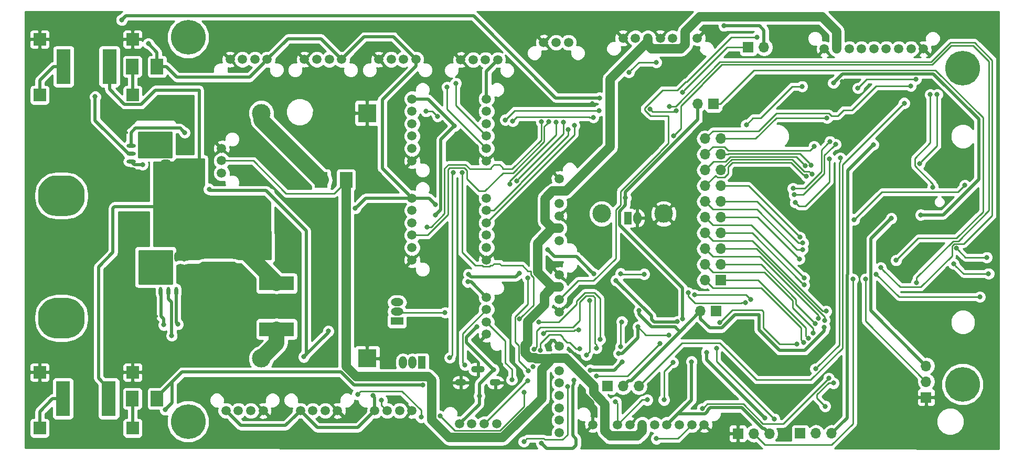
<source format=gbl>
G04 #@! TF.GenerationSoftware,KiCad,Pcbnew,(2017-08-27 revision e3c64f1f0)-makepkg*
G04 #@! TF.CreationDate,2017-09-07T11:52:54+02:00*
G04 #@! TF.ProjectId,Breakout-Platine-Cube,427265616B6F75742D506C6174696E65,rev?*
G04 #@! TF.SameCoordinates,Original*
G04 #@! TF.FileFunction,Copper,L2,Bot,Signal*
G04 #@! TF.FilePolarity,Positive*
%FSLAX46Y46*%
G04 Gerber Fmt 4.6, Leading zero omitted, Abs format (unit mm)*
G04 Created by KiCad (PCBNEW (2017-08-27 revision e3c64f1f0)-makepkg) date 09/07/17 11:52:54*
%MOMM*%
%LPD*%
G01*
G04 APERTURE LIST*
%ADD10C,1.500000*%
%ADD11C,0.700000*%
%ADD12C,5.600000*%
%ADD13R,0.450000X0.400000*%
%ADD14O,2.000000X1.300000*%
%ADD15R,2.000000X1.300000*%
%ADD16O,0.609600X1.473200*%
%ADD17O,1.300000X2.000000*%
%ADD18R,1.300000X2.000000*%
%ADD19C,3.000000*%
%ADD20R,1.700000X1.700000*%
%ADD21O,1.700000X1.700000*%
%ADD22R,2.000000X2.500000*%
%ADD23R,5.600000X2.300000*%
%ADD24R,2.300000X5.600000*%
%ADD25O,2.200000X1.100000*%
%ADD26O,1.800000X1.100000*%
%ADD27C,0.100000*%
%ADD28C,6.500000*%
%ADD29R,3.000000X3.000000*%
%ADD30R,2.000000X2.000000*%
%ADD31O,1.473200X0.609600*%
%ADD32C,0.800000*%
%ADD33C,0.500000*%
%ADD34C,0.250000*%
%ADD35C,1.500000*%
%ADD36C,2.500000*%
%ADD37C,0.254000*%
G04 APERTURE END LIST*
D10*
X237145618Y-139222266D03*
X237145618Y-137222266D03*
X237145618Y-135222266D03*
X237145618Y-133222266D03*
D11*
X285780000Y-151360000D03*
X310590000Y-129690000D03*
X311530000Y-128640000D03*
X180720000Y-122190000D03*
X180710000Y-123250000D03*
X179670000Y-124430000D03*
X179600000Y-123290000D03*
X179590000Y-122170000D03*
X178500000Y-122170000D03*
X178450000Y-123240000D03*
X178470000Y-124430000D03*
X173530000Y-122010000D03*
X174680000Y-122090000D03*
X172370000Y-122100000D03*
X172360000Y-123320000D03*
X174720000Y-123270000D03*
X173580000Y-123300000D03*
X173610000Y-124470000D03*
X174810000Y-124440000D03*
X181940000Y-114130000D03*
X185050000Y-129480000D03*
X183890000Y-128430000D03*
X182790000Y-127230000D03*
X182790000Y-128400000D03*
X181580000Y-129530000D03*
X181580000Y-128430000D03*
X182790000Y-129630000D03*
X183890000Y-129530000D03*
X181580000Y-127230000D03*
D12*
X189000000Y-153300000D03*
X189000000Y-91300000D03*
X314000000Y-96300000D03*
X314000000Y-147300000D03*
D13*
X184640000Y-136330000D03*
X183940000Y-136330000D03*
X179800000Y-106650000D03*
X179100000Y-106650000D03*
D11*
X181530000Y-109130000D03*
X181530000Y-106830000D03*
X181530000Y-108030000D03*
X183840000Y-109130000D03*
X182740000Y-109230000D03*
X187670000Y-142880000D03*
X183840000Y-108030000D03*
X183840000Y-106840000D03*
D14*
X222730000Y-134060000D03*
X222730000Y-135560000D03*
D15*
X222730000Y-137060000D03*
D11*
X254900000Y-91100000D03*
X252600000Y-118600000D03*
X252500000Y-117200000D03*
X253700000Y-116600000D03*
X254100000Y-108300000D03*
X254200000Y-101900000D03*
X307100000Y-107200000D03*
X306800000Y-105500000D03*
X313000000Y-90900000D03*
X295950000Y-98950000D03*
X294570000Y-98350000D03*
X254800000Y-131630000D03*
X287400000Y-142900000D03*
X291100000Y-125700000D03*
X277270000Y-152940000D03*
X250680000Y-141930000D03*
X278200000Y-145700000D03*
X259100000Y-125500000D03*
X265000000Y-129800000D03*
X266100000Y-134850000D03*
X257600000Y-136700000D03*
X246880000Y-141010000D03*
X252600000Y-148000000D03*
X236400000Y-151700000D03*
X239500000Y-144100000D03*
X182740000Y-108000000D03*
X182740000Y-106830000D03*
X172370000Y-124470000D03*
X180730000Y-124380000D03*
X254700000Y-97100000D03*
D10*
X248900000Y-135600000D03*
X248900000Y-133600000D03*
X248900000Y-131600000D03*
X248900000Y-129600000D03*
D16*
X184550000Y-126700000D03*
X185820000Y-126700000D03*
X187090000Y-126700000D03*
X188360000Y-126700000D03*
X188360000Y-132288000D03*
X187090000Y-132288000D03*
X185820000Y-132288000D03*
X184550000Y-132288000D03*
D10*
X248900000Y-124100000D03*
X248900000Y-122100000D03*
X248900000Y-120100000D03*
X248900000Y-118100000D03*
X248900000Y-116100000D03*
X248900000Y-114100000D03*
X272300000Y-153800000D03*
X268300000Y-153800000D03*
X270300000Y-153800000D03*
X264300000Y-153800000D03*
X266300000Y-153800000D03*
X262300000Y-153800000D03*
X260300000Y-153800000D03*
X258300000Y-153800000D03*
X256300000Y-153800000D03*
X254300000Y-153800000D03*
X248900000Y-155100000D03*
X248900000Y-151100000D03*
X248900000Y-153100000D03*
X248900000Y-149100000D03*
X248900000Y-147100000D03*
X248900000Y-145100000D03*
X248900000Y-143100000D03*
X248900000Y-141100000D03*
D17*
X223695618Y-143772266D03*
X225195618Y-143772266D03*
D18*
X226695618Y-143772266D03*
D10*
X246400000Y-92100000D03*
X248400000Y-92100000D03*
X250400000Y-92100000D03*
X194400000Y-113200000D03*
X194400000Y-111200000D03*
X194400000Y-109200000D03*
X225145618Y-111222266D03*
X225145618Y-109222266D03*
X225145618Y-107222266D03*
X225145618Y-105222266D03*
X225145618Y-103222266D03*
X225145618Y-101222266D03*
X237145618Y-111222266D03*
X237145618Y-109222266D03*
X237145618Y-107222266D03*
X237145618Y-105222266D03*
X237145618Y-103222266D03*
X237145618Y-101222266D03*
X237145618Y-127222266D03*
X237145618Y-125222266D03*
X237145618Y-123222266D03*
X237145618Y-121222266D03*
X237145618Y-119222266D03*
X237145618Y-117222266D03*
X225145618Y-127222266D03*
X225145618Y-125222266D03*
X225145618Y-123222266D03*
X225145618Y-121222266D03*
X225145618Y-119222266D03*
X225145618Y-117222266D03*
X225122266Y-151554382D03*
X223122266Y-151554382D03*
X221122266Y-151554382D03*
X219122266Y-151554382D03*
X233000000Y-94900000D03*
X235000000Y-94900000D03*
X237000000Y-94900000D03*
X239000000Y-94900000D03*
X195777734Y-94845618D03*
X197777734Y-94845618D03*
X199777734Y-94845618D03*
X201777734Y-94845618D03*
X201122266Y-151554382D03*
X199122266Y-151554382D03*
X197122266Y-151554382D03*
X195122266Y-151554382D03*
X219777734Y-94845618D03*
X221777734Y-94845618D03*
X223777734Y-94845618D03*
X225777734Y-94845618D03*
X238800000Y-153700000D03*
X236800000Y-153700000D03*
X234800000Y-153700000D03*
X232800000Y-153700000D03*
X207777734Y-94845618D03*
X209777734Y-94845618D03*
X211777734Y-94845618D03*
X213777734Y-94845618D03*
X213122266Y-151554382D03*
X211122266Y-151554382D03*
X209122266Y-151554382D03*
X207122266Y-151554382D03*
D19*
X255750000Y-119750000D03*
X265750000Y-119750000D03*
D20*
X273790000Y-102000000D03*
D21*
X271250000Y-102000000D03*
D22*
X214500000Y-114300000D03*
X210500000Y-114300000D03*
X180000000Y-149600000D03*
X184000000Y-149600000D03*
X184000000Y-96000000D03*
X180000000Y-96000000D03*
D23*
X203290000Y-138390000D03*
X203290000Y-130990000D03*
D24*
X176200000Y-149600000D03*
X168800000Y-149600000D03*
X168900000Y-96000000D03*
X176300000Y-96000000D03*
D25*
X235800000Y-144850000D03*
D26*
X233000000Y-147000000D03*
X238600000Y-147000000D03*
D21*
X272460000Y-107640000D03*
X275000000Y-107640000D03*
X272460000Y-110180000D03*
X275000000Y-110180000D03*
X272460000Y-112720000D03*
X275000000Y-112720000D03*
X272460000Y-115260000D03*
X275000000Y-115260000D03*
X272460000Y-117800000D03*
X275000000Y-117800000D03*
X272460000Y-120340000D03*
X275000000Y-120340000D03*
X272460000Y-122880000D03*
X275000000Y-122880000D03*
X272460000Y-125420000D03*
X275000000Y-125420000D03*
X272460000Y-127960000D03*
X275000000Y-127960000D03*
X272460000Y-130500000D03*
D20*
X275000000Y-130500000D03*
D21*
X271710000Y-135500000D03*
D20*
X274250000Y-135500000D03*
D21*
X261740000Y-147600000D03*
X259200000Y-147600000D03*
D20*
X256660000Y-147600000D03*
D27*
G36*
X195001700Y-119984085D02*
X195285639Y-120026203D01*
X195564083Y-120095950D01*
X195834349Y-120192652D01*
X196093835Y-120315380D01*
X196340043Y-120462951D01*
X196570600Y-120633944D01*
X196783287Y-120826713D01*
X196976056Y-121039400D01*
X197147049Y-121269957D01*
X197294620Y-121516165D01*
X197417348Y-121775651D01*
X197514050Y-122045917D01*
X197583797Y-122324361D01*
X197625915Y-122608300D01*
X197640000Y-122895000D01*
X197640000Y-123545000D01*
X197625915Y-123831700D01*
X197583797Y-124115639D01*
X197514050Y-124394083D01*
X197417348Y-124664349D01*
X197294620Y-124923835D01*
X197147049Y-125170043D01*
X196976056Y-125400600D01*
X196783287Y-125613287D01*
X196570600Y-125806056D01*
X196340043Y-125977049D01*
X196093835Y-126124620D01*
X195834349Y-126247348D01*
X195564083Y-126344050D01*
X195285639Y-126413797D01*
X195001700Y-126455915D01*
X194715000Y-126470000D01*
X193065000Y-126470000D01*
X192778300Y-126455915D01*
X192494361Y-126413797D01*
X192215917Y-126344050D01*
X191945651Y-126247348D01*
X191686165Y-126124620D01*
X191439957Y-125977049D01*
X191209400Y-125806056D01*
X190996713Y-125613287D01*
X190803944Y-125400600D01*
X190632951Y-125170043D01*
X190485380Y-124923835D01*
X190362652Y-124664349D01*
X190265950Y-124394083D01*
X190196203Y-124115639D01*
X190154085Y-123831700D01*
X190140000Y-123545000D01*
X190140000Y-122895000D01*
X190154085Y-122608300D01*
X190196203Y-122324361D01*
X190265950Y-122045917D01*
X190362652Y-121775651D01*
X190485380Y-121516165D01*
X190632951Y-121269957D01*
X190803944Y-121039400D01*
X190996713Y-120826713D01*
X191209400Y-120633944D01*
X191439957Y-120462951D01*
X191686165Y-120315380D01*
X191945651Y-120192652D01*
X192215917Y-120095950D01*
X192494361Y-120026203D01*
X192778300Y-119984085D01*
X193065000Y-119970000D01*
X194715000Y-119970000D01*
X195001700Y-119984085D01*
X195001700Y-119984085D01*
G37*
D28*
X193890000Y-123220000D03*
D27*
G36*
X196174278Y-127477825D02*
X196332022Y-127501224D01*
X196486713Y-127539972D01*
X196636861Y-127593696D01*
X196781020Y-127661878D01*
X196917802Y-127743862D01*
X197045889Y-127838858D01*
X197164049Y-127945951D01*
X197271142Y-128064111D01*
X197366138Y-128192198D01*
X197448122Y-128328980D01*
X197516304Y-128473139D01*
X197570028Y-128623287D01*
X197608776Y-128777978D01*
X197632175Y-128935722D01*
X197640000Y-129095000D01*
X197640000Y-132345000D01*
X197632175Y-132504278D01*
X197608776Y-132662022D01*
X197570028Y-132816713D01*
X197516304Y-132966861D01*
X197448122Y-133111020D01*
X197366138Y-133247802D01*
X197271142Y-133375889D01*
X197164049Y-133494049D01*
X197045889Y-133601142D01*
X196917802Y-133696138D01*
X196781020Y-133778122D01*
X196636861Y-133846304D01*
X196486713Y-133900028D01*
X196332022Y-133938776D01*
X196174278Y-133962175D01*
X196015000Y-133970000D01*
X191765000Y-133970000D01*
X191605722Y-133962175D01*
X191447978Y-133938776D01*
X191293287Y-133900028D01*
X191143139Y-133846304D01*
X190998980Y-133778122D01*
X190862198Y-133696138D01*
X190734111Y-133601142D01*
X190615951Y-133494049D01*
X190508858Y-133375889D01*
X190413862Y-133247802D01*
X190331878Y-133111020D01*
X190263696Y-132966861D01*
X190209972Y-132816713D01*
X190171224Y-132662022D01*
X190147825Y-132504278D01*
X190140000Y-132345000D01*
X190140000Y-129095000D01*
X190147825Y-128935722D01*
X190171224Y-128777978D01*
X190209972Y-128623287D01*
X190263696Y-128473139D01*
X190331878Y-128328980D01*
X190413862Y-128192198D01*
X190508858Y-128064111D01*
X190615951Y-127945951D01*
X190734111Y-127838858D01*
X190862198Y-127743862D01*
X190998980Y-127661878D01*
X191143139Y-127593696D01*
X191293287Y-127539972D01*
X191447978Y-127501224D01*
X191605722Y-127477825D01*
X191765000Y-127470000D01*
X196015000Y-127470000D01*
X196174278Y-127477825D01*
X196174278Y-127477825D01*
G37*
D28*
X193890000Y-130720000D03*
D27*
G36*
X169661700Y-113614085D02*
X169945639Y-113656203D01*
X170224083Y-113725950D01*
X170494349Y-113822652D01*
X170753835Y-113945380D01*
X171000043Y-114092951D01*
X171230600Y-114263944D01*
X171443287Y-114456713D01*
X171636056Y-114669400D01*
X171807049Y-114899957D01*
X171954620Y-115146165D01*
X172077348Y-115405651D01*
X172174050Y-115675917D01*
X172243797Y-115954361D01*
X172285915Y-116238300D01*
X172300000Y-116525000D01*
X172300000Y-117175000D01*
X172285915Y-117461700D01*
X172243797Y-117745639D01*
X172174050Y-118024083D01*
X172077348Y-118294349D01*
X171954620Y-118553835D01*
X171807049Y-118800043D01*
X171636056Y-119030600D01*
X171443287Y-119243287D01*
X171230600Y-119436056D01*
X171000043Y-119607049D01*
X170753835Y-119754620D01*
X170494349Y-119877348D01*
X170224083Y-119974050D01*
X169945639Y-120043797D01*
X169661700Y-120085915D01*
X169375000Y-120100000D01*
X167725000Y-120100000D01*
X167438300Y-120085915D01*
X167154361Y-120043797D01*
X166875917Y-119974050D01*
X166605651Y-119877348D01*
X166346165Y-119754620D01*
X166099957Y-119607049D01*
X165869400Y-119436056D01*
X165656713Y-119243287D01*
X165463944Y-119030600D01*
X165292951Y-118800043D01*
X165145380Y-118553835D01*
X165022652Y-118294349D01*
X164925950Y-118024083D01*
X164856203Y-117745639D01*
X164814085Y-117461700D01*
X164800000Y-117175000D01*
X164800000Y-116525000D01*
X164814085Y-116238300D01*
X164856203Y-115954361D01*
X164925950Y-115675917D01*
X165022652Y-115405651D01*
X165145380Y-115146165D01*
X165292951Y-114899957D01*
X165463944Y-114669400D01*
X165656713Y-114456713D01*
X165869400Y-114263944D01*
X166099957Y-114092951D01*
X166346165Y-113945380D01*
X166605651Y-113822652D01*
X166875917Y-113725950D01*
X167154361Y-113656203D01*
X167438300Y-113614085D01*
X167725000Y-113600000D01*
X169375000Y-113600000D01*
X169661700Y-113614085D01*
X169661700Y-113614085D01*
G37*
D28*
X168550000Y-116850000D03*
D27*
G36*
X170834278Y-106107825D02*
X170992022Y-106131224D01*
X171146713Y-106169972D01*
X171296861Y-106223696D01*
X171441020Y-106291878D01*
X171577802Y-106373862D01*
X171705889Y-106468858D01*
X171824049Y-106575951D01*
X171931142Y-106694111D01*
X172026138Y-106822198D01*
X172108122Y-106958980D01*
X172176304Y-107103139D01*
X172230028Y-107253287D01*
X172268776Y-107407978D01*
X172292175Y-107565722D01*
X172300000Y-107725000D01*
X172300000Y-110975000D01*
X172292175Y-111134278D01*
X172268776Y-111292022D01*
X172230028Y-111446713D01*
X172176304Y-111596861D01*
X172108122Y-111741020D01*
X172026138Y-111877802D01*
X171931142Y-112005889D01*
X171824049Y-112124049D01*
X171705889Y-112231142D01*
X171577802Y-112326138D01*
X171441020Y-112408122D01*
X171296861Y-112476304D01*
X171146713Y-112530028D01*
X170992022Y-112568776D01*
X170834278Y-112592175D01*
X170675000Y-112600000D01*
X166425000Y-112600000D01*
X166265722Y-112592175D01*
X166107978Y-112568776D01*
X165953287Y-112530028D01*
X165803139Y-112476304D01*
X165658980Y-112408122D01*
X165522198Y-112326138D01*
X165394111Y-112231142D01*
X165275951Y-112124049D01*
X165168858Y-112005889D01*
X165073862Y-111877802D01*
X164991878Y-111741020D01*
X164923696Y-111596861D01*
X164869972Y-111446713D01*
X164831224Y-111292022D01*
X164807825Y-111134278D01*
X164800000Y-110975000D01*
X164800000Y-107725000D01*
X164807825Y-107565722D01*
X164831224Y-107407978D01*
X164869972Y-107253287D01*
X164923696Y-107103139D01*
X164991878Y-106958980D01*
X165073862Y-106822198D01*
X165168858Y-106694111D01*
X165275951Y-106575951D01*
X165394111Y-106468858D01*
X165522198Y-106373862D01*
X165658980Y-106291878D01*
X165803139Y-106223696D01*
X165953287Y-106169972D01*
X166107978Y-106131224D01*
X166265722Y-106107825D01*
X166425000Y-106100000D01*
X170675000Y-106100000D01*
X170834278Y-106107825D01*
X170834278Y-106107825D01*
G37*
D28*
X168550000Y-109350000D03*
D27*
G36*
X170834278Y-125857825D02*
X170992022Y-125881224D01*
X171146713Y-125919972D01*
X171296861Y-125973696D01*
X171441020Y-126041878D01*
X171577802Y-126123862D01*
X171705889Y-126218858D01*
X171824049Y-126325951D01*
X171931142Y-126444111D01*
X172026138Y-126572198D01*
X172108122Y-126708980D01*
X172176304Y-126853139D01*
X172230028Y-127003287D01*
X172268776Y-127157978D01*
X172292175Y-127315722D01*
X172300000Y-127475000D01*
X172300000Y-130725000D01*
X172292175Y-130884278D01*
X172268776Y-131042022D01*
X172230028Y-131196713D01*
X172176304Y-131346861D01*
X172108122Y-131491020D01*
X172026138Y-131627802D01*
X171931142Y-131755889D01*
X171824049Y-131874049D01*
X171705889Y-131981142D01*
X171577802Y-132076138D01*
X171441020Y-132158122D01*
X171296861Y-132226304D01*
X171146713Y-132280028D01*
X170992022Y-132318776D01*
X170834278Y-132342175D01*
X170675000Y-132350000D01*
X166425000Y-132350000D01*
X166265722Y-132342175D01*
X166107978Y-132318776D01*
X165953287Y-132280028D01*
X165803139Y-132226304D01*
X165658980Y-132158122D01*
X165522198Y-132076138D01*
X165394111Y-131981142D01*
X165275951Y-131874049D01*
X165168858Y-131755889D01*
X165073862Y-131627802D01*
X164991878Y-131491020D01*
X164923696Y-131346861D01*
X164869972Y-131196713D01*
X164831224Y-131042022D01*
X164807825Y-130884278D01*
X164800000Y-130725000D01*
X164800000Y-127475000D01*
X164807825Y-127315722D01*
X164831224Y-127157978D01*
X164869972Y-127003287D01*
X164923696Y-126853139D01*
X164991878Y-126708980D01*
X165073862Y-126572198D01*
X165168858Y-126444111D01*
X165275951Y-126325951D01*
X165394111Y-126218858D01*
X165522198Y-126123862D01*
X165658980Y-126041878D01*
X165803139Y-125973696D01*
X165953287Y-125919972D01*
X166107978Y-125881224D01*
X166265722Y-125857825D01*
X166425000Y-125850000D01*
X170675000Y-125850000D01*
X170834278Y-125857825D01*
X170834278Y-125857825D01*
G37*
D28*
X168550000Y-129100000D03*
D27*
G36*
X169661700Y-133364085D02*
X169945639Y-133406203D01*
X170224083Y-133475950D01*
X170494349Y-133572652D01*
X170753835Y-133695380D01*
X171000043Y-133842951D01*
X171230600Y-134013944D01*
X171443287Y-134206713D01*
X171636056Y-134419400D01*
X171807049Y-134649957D01*
X171954620Y-134896165D01*
X172077348Y-135155651D01*
X172174050Y-135425917D01*
X172243797Y-135704361D01*
X172285915Y-135988300D01*
X172300000Y-136275000D01*
X172300000Y-136925000D01*
X172285915Y-137211700D01*
X172243797Y-137495639D01*
X172174050Y-137774083D01*
X172077348Y-138044349D01*
X171954620Y-138303835D01*
X171807049Y-138550043D01*
X171636056Y-138780600D01*
X171443287Y-138993287D01*
X171230600Y-139186056D01*
X171000043Y-139357049D01*
X170753835Y-139504620D01*
X170494349Y-139627348D01*
X170224083Y-139724050D01*
X169945639Y-139793797D01*
X169661700Y-139835915D01*
X169375000Y-139850000D01*
X167725000Y-139850000D01*
X167438300Y-139835915D01*
X167154361Y-139793797D01*
X166875917Y-139724050D01*
X166605651Y-139627348D01*
X166346165Y-139504620D01*
X166099957Y-139357049D01*
X165869400Y-139186056D01*
X165656713Y-138993287D01*
X165463944Y-138780600D01*
X165292951Y-138550043D01*
X165145380Y-138303835D01*
X165022652Y-138044349D01*
X164925950Y-137774083D01*
X164856203Y-137495639D01*
X164814085Y-137211700D01*
X164800000Y-136925000D01*
X164800000Y-136275000D01*
X164814085Y-135988300D01*
X164856203Y-135704361D01*
X164925950Y-135425917D01*
X165022652Y-135155651D01*
X165145380Y-134896165D01*
X165292951Y-134649957D01*
X165463944Y-134419400D01*
X165656713Y-134206713D01*
X165869400Y-134013944D01*
X166099957Y-133842951D01*
X166346165Y-133695380D01*
X166605651Y-133572652D01*
X166875917Y-133475950D01*
X167154361Y-133406203D01*
X167438300Y-133364085D01*
X167725000Y-133350000D01*
X169375000Y-133350000D01*
X169661700Y-133364085D01*
X169661700Y-133364085D01*
G37*
D28*
X168550000Y-136600000D03*
D29*
X217900000Y-143100000D03*
X217900000Y-103500000D03*
D19*
X200800000Y-143100000D03*
X200800000Y-103500000D03*
D30*
X180050000Y-145350000D03*
X165050000Y-145350000D03*
X180050000Y-154350000D03*
X165050000Y-154350000D03*
X165050000Y-100600000D03*
X180050000Y-100600000D03*
X165050000Y-91600000D03*
X180050000Y-91600000D03*
D31*
X179798000Y-108790000D03*
X179798000Y-110060000D03*
X179798000Y-111330000D03*
X179798000Y-112600000D03*
X185386000Y-112600000D03*
X185386000Y-111330000D03*
X185386000Y-110060000D03*
X185386000Y-108790000D03*
D10*
X271200000Y-91400000D03*
X269200000Y-91400000D03*
X267200000Y-91400000D03*
X265200000Y-91400000D03*
X261200000Y-91400000D03*
X263200000Y-91400000D03*
X259200000Y-91400000D03*
D18*
X260000000Y-120450000D03*
D17*
X261500000Y-120450000D03*
D10*
X291680000Y-93150000D03*
X293680000Y-93150000D03*
X295680000Y-93150000D03*
X297680000Y-93150000D03*
X301680000Y-93150000D03*
X299680000Y-93150000D03*
X305680000Y-93150000D03*
X303680000Y-93150000D03*
X307680000Y-93150000D03*
D21*
X282820000Y-155250000D03*
X280280000Y-155250000D03*
D20*
X277740000Y-155250000D03*
D21*
X292870000Y-155210000D03*
X290330000Y-155210000D03*
D20*
X287790000Y-155210000D03*
D21*
X281950000Y-92900000D03*
D20*
X279410000Y-92900000D03*
D21*
X308120000Y-144320000D03*
X308120000Y-146860000D03*
D20*
X308120000Y-149400000D03*
D32*
X270260000Y-143630000D03*
X268817542Y-136690475D03*
X218823945Y-149105675D03*
X215978636Y-118884842D03*
X182570000Y-92280000D03*
X228949990Y-118305472D03*
X259600000Y-117200000D03*
X292486812Y-110874446D03*
X286979329Y-117934585D03*
X255410000Y-101050000D03*
X174010000Y-100870000D03*
X178270000Y-88480000D03*
X186350000Y-139440000D03*
X251300000Y-146650000D03*
X246029844Y-156825011D03*
X259000000Y-137200000D03*
X253900000Y-145000022D03*
X258800000Y-141200000D03*
X259100000Y-143700000D03*
X300778976Y-128440870D03*
X266714204Y-102407628D03*
X266629988Y-139330232D03*
X258500000Y-142300000D03*
X261600000Y-138024990D03*
X316770000Y-133170000D03*
X300073966Y-129501319D03*
X250219990Y-147610000D03*
X243186907Y-156550008D03*
X254903604Y-145996396D03*
X265196510Y-140701394D03*
X307230000Y-119940000D03*
X302501664Y-120501664D03*
X293139998Y-98640000D03*
X234130000Y-130750000D03*
X261783952Y-135416048D03*
X226900000Y-147390010D03*
X185300000Y-151390000D03*
X291700000Y-138100000D03*
X228900000Y-120000000D03*
X236000000Y-149174990D03*
X232000000Y-105600000D03*
X235600000Y-138000000D03*
X238300000Y-144900000D03*
X242014952Y-114460368D03*
X249600000Y-105000000D03*
X240950010Y-114955332D03*
X248400000Y-105000000D03*
X251365600Y-105527029D03*
X250325010Y-106166943D03*
X255483730Y-140040857D03*
X245625512Y-137232291D03*
X242500000Y-136725010D03*
X233200000Y-113100000D03*
X230800000Y-99300000D03*
X231220000Y-143000000D03*
X231800000Y-113100000D03*
X232200000Y-98700000D03*
X220228673Y-149860459D03*
X264600000Y-156064990D03*
X313000000Y-125340000D03*
X317884979Y-126803706D03*
X312544627Y-127834165D03*
X318190000Y-129430000D03*
X233690000Y-144160000D03*
X270724979Y-132872977D03*
X279827151Y-133624968D03*
X278941185Y-134104957D03*
X241250000Y-146560000D03*
X269733251Y-132528011D03*
X292594616Y-108090044D03*
X286630518Y-115669443D03*
X293487645Y-108540068D03*
X286811307Y-116703774D03*
X247250013Y-104900000D03*
X267754607Y-103127126D03*
X263555320Y-102850000D03*
X227600000Y-121900000D03*
X246000000Y-104900000D03*
X314367264Y-115130639D03*
X296500000Y-120700000D03*
X254894182Y-141449448D03*
X244825664Y-141665664D03*
X243840000Y-146760000D03*
X252204245Y-141527432D03*
X245820000Y-141810000D03*
X255349990Y-103085010D03*
X240199996Y-104600000D03*
X254400000Y-104200000D03*
X241400000Y-104800002D03*
X229248952Y-104051048D03*
X227400000Y-103222266D03*
X283620000Y-152885010D03*
X274310000Y-141430000D03*
X230450000Y-135720000D03*
X243263624Y-148595030D03*
X216360000Y-148910000D03*
X229652044Y-152411088D03*
X226600000Y-152600000D03*
X280780000Y-91245065D03*
X308800000Y-100500000D03*
X309200000Y-115500000D03*
X253270000Y-142560000D03*
X244659549Y-144404820D03*
X253800155Y-133799979D03*
X258000000Y-150100000D03*
X263100000Y-149800000D03*
X243944340Y-145103748D03*
X243786695Y-130091619D03*
X307025010Y-111632872D03*
X309900000Y-100500000D03*
X246376457Y-139099221D03*
X252036848Y-138497816D03*
X290272340Y-144772340D03*
X271998483Y-151240153D03*
X292400000Y-146300000D03*
X294260769Y-110749743D03*
X288351581Y-140534579D03*
X289109019Y-139881653D03*
X289853915Y-139025890D03*
X290195630Y-137506103D03*
X290744885Y-136670434D03*
X305644990Y-99100000D03*
X291702293Y-136959215D03*
X292000000Y-135500000D03*
X292106888Y-104273104D03*
X288448015Y-131251985D03*
X288399988Y-130100000D03*
X289567219Y-111886631D03*
X288571198Y-111975879D03*
X287640540Y-127049942D03*
X289720695Y-113388707D03*
X288768245Y-113693441D03*
X288146645Y-125511620D03*
X288217843Y-124464025D03*
X287724317Y-123537237D03*
X274815356Y-137312547D03*
X287240032Y-140794521D03*
X303274979Y-127259690D03*
X304570000Y-101900000D03*
X188450000Y-106670000D03*
X299580000Y-108610000D03*
X275490000Y-89420000D03*
X211626587Y-138716411D03*
X187340000Y-137590000D03*
X181670000Y-111830000D03*
X185080000Y-137690000D03*
X192387188Y-115787188D03*
X207670000Y-142850000D03*
X260124135Y-96924135D03*
X267248937Y-143753856D03*
X293150000Y-147090000D03*
X258810000Y-129420000D03*
X288100000Y-99200000D03*
X279100000Y-105400000D03*
X264554288Y-95307751D03*
X265800000Y-149800000D03*
X291800000Y-150828956D03*
X262600000Y-129500000D03*
X267398952Y-107198952D03*
X306595711Y-130865214D03*
X306445010Y-98045054D03*
X297102850Y-99479271D03*
X296280000Y-130310000D03*
X298360000Y-130280000D03*
X268770000Y-100150000D03*
X290036949Y-108880615D03*
X234280000Y-129520000D03*
X272670000Y-142150000D03*
X254497344Y-129467336D03*
X267930000Y-137180000D03*
X258080000Y-130510000D03*
X247060000Y-125550000D03*
X242470000Y-129330000D03*
X282050000Y-152740000D03*
D33*
X270260000Y-144195685D02*
X270260000Y-143630000D01*
X270260000Y-149840000D02*
X270260000Y-144195685D01*
X266300000Y-153800000D02*
X270260000Y-149840000D01*
X281713811Y-154400001D02*
X281970001Y-154400001D01*
X266300000Y-153800000D02*
X268009846Y-152090154D01*
X278363809Y-151049999D02*
X281713811Y-154400001D01*
X272406484Y-152090154D02*
X272848484Y-151648154D01*
X273295999Y-151049999D02*
X278363809Y-151049999D01*
X268009846Y-152090154D02*
X272406484Y-152090154D01*
X272848484Y-151648154D02*
X272848484Y-151497514D01*
X272848484Y-151497514D02*
X273295999Y-151049999D01*
X281970001Y-154400001D02*
X282820000Y-155250000D01*
X268817542Y-136124790D02*
X268817542Y-136690475D01*
X259600000Y-118389998D02*
X258650000Y-119339998D01*
X259600000Y-117200000D02*
X259600000Y-118389998D01*
X258650000Y-119339998D02*
X258650000Y-121560002D01*
X258650000Y-121560002D02*
X268817542Y-131727544D01*
X268817542Y-131727544D02*
X268817542Y-136124790D01*
X219122266Y-149403996D02*
X218823945Y-149105675D01*
X219122266Y-151554382D02*
X219122266Y-149403996D01*
X217641212Y-117222266D02*
X216378635Y-118484843D01*
X216378635Y-118484843D02*
X215978636Y-118884842D01*
X225145618Y-117222266D02*
X217641212Y-117222266D01*
X184000000Y-96000000D02*
X185500000Y-96000000D01*
X185500000Y-96000000D02*
X187210000Y-97710000D01*
X187210000Y-97710000D02*
X198913352Y-97710000D01*
X198913352Y-97710000D02*
X201027735Y-95595617D01*
X201027735Y-95595617D02*
X201777734Y-94845618D01*
X224395619Y-116472267D02*
X225145618Y-117222266D01*
X220360000Y-101324012D02*
X220360000Y-112436648D01*
X225777734Y-94845618D02*
X225777734Y-95906278D01*
X225777734Y-95906278D02*
X220360000Y-101324012D01*
X220360000Y-112436648D02*
X224395619Y-116472267D01*
X213777734Y-94845618D02*
X217443352Y-91180000D01*
X225027735Y-94095619D02*
X225777734Y-94845618D01*
X217443352Y-91180000D02*
X222112116Y-91180000D01*
X222112116Y-91180000D02*
X225027735Y-94095619D01*
X201777734Y-94845618D02*
X205133352Y-91490000D01*
X205133352Y-91490000D02*
X210422116Y-91490000D01*
X210422116Y-91490000D02*
X213027735Y-94095619D01*
X213027735Y-94095619D02*
X213777734Y-94845618D01*
X207122266Y-151554382D02*
X209837884Y-154270000D01*
X209837884Y-154270000D02*
X216406648Y-154270000D01*
X216406648Y-154270000D02*
X218372267Y-152304381D01*
X218372267Y-152304381D02*
X219122266Y-151554382D01*
X195122266Y-151554382D02*
X197497884Y-153930000D01*
X197497884Y-153930000D02*
X204746648Y-153930000D01*
X204746648Y-153930000D02*
X206372267Y-152304381D01*
X206372267Y-152304381D02*
X207122266Y-151554382D01*
X184000000Y-96000000D02*
X184000000Y-93710000D01*
X184000000Y-93710000D02*
X182570000Y-92280000D01*
X271250000Y-104550000D02*
X259600000Y-116200000D01*
X271250000Y-102000000D02*
X271250000Y-104550000D01*
X259600000Y-116200000D02*
X259600000Y-117200000D01*
X228549991Y-117905473D02*
X228949990Y-118305472D01*
X227866784Y-117222266D02*
X228549991Y-117905473D01*
X225145618Y-117222266D02*
X227866784Y-117222266D01*
D34*
X286979329Y-117934585D02*
X287569745Y-118525001D01*
X288574833Y-118525001D02*
X292486812Y-114613022D01*
X292486812Y-111440131D02*
X292486812Y-110874446D01*
X287569745Y-118525001D02*
X288574833Y-118525001D01*
X292486812Y-114613022D02*
X292486812Y-111440131D01*
D33*
X252600000Y-148000000D02*
X252600000Y-148494974D01*
X252600000Y-148494974D02*
X254300000Y-150194974D01*
X254300000Y-150194974D02*
X254300000Y-152739340D01*
X254300000Y-152739340D02*
X254300000Y-153800000D01*
X248350000Y-101050000D02*
X254844315Y-101050000D01*
X235070000Y-87770000D02*
X248350000Y-101050000D01*
X178940000Y-87770000D02*
X235070000Y-87770000D01*
X254844315Y-101050000D02*
X255410000Y-101050000D01*
X178270000Y-88440000D02*
X178940000Y-87770000D01*
X174010000Y-104703800D02*
X174010000Y-101435685D01*
X179798000Y-110060000D02*
X179366200Y-110060000D01*
X179366200Y-110060000D02*
X174010000Y-104703800D01*
X174010000Y-101435685D02*
X174010000Y-100870000D01*
D34*
X178270000Y-88440000D02*
X178270000Y-88480000D01*
D33*
X186350000Y-138874315D02*
X186350000Y-139440000D01*
X186350000Y-134054600D02*
X186350000Y-138874315D01*
X185820000Y-132288000D02*
X185820000Y-133524600D01*
X185820000Y-133524600D02*
X186350000Y-134054600D01*
X251650001Y-157104001D02*
X251650001Y-156095999D01*
X246029844Y-156825011D02*
X246854834Y-157650001D01*
X251104001Y-157650001D02*
X251650001Y-157104001D01*
X246854834Y-157650001D02*
X251104001Y-157650001D01*
X251650001Y-156095999D02*
X251070000Y-155515998D01*
X251070000Y-155515998D02*
X251070000Y-147445685D01*
X251300000Y-147215685D02*
X251300000Y-146650000D01*
X251070000Y-147445685D02*
X251300000Y-147215685D01*
D34*
X258800000Y-137400000D02*
X259000000Y-137200000D01*
X258800000Y-141200000D02*
X258800000Y-137400000D01*
D33*
X254465685Y-145000022D02*
X253900000Y-145000022D01*
X259100000Y-143700000D02*
X257799978Y-145000022D01*
X257799978Y-145000022D02*
X254465685Y-145000022D01*
D34*
X274843002Y-95230000D02*
X308942612Y-95230000D01*
X301178975Y-128840869D02*
X300778976Y-128440870D01*
X303928322Y-131590216D02*
X301178975Y-128840869D01*
X307231150Y-131590216D02*
X303928322Y-131590216D01*
X312274998Y-126546368D02*
X307231150Y-131590216D01*
X312274998Y-124991998D02*
X312274998Y-126546368D01*
X318775040Y-120046324D02*
X314206366Y-124614998D01*
X315938223Y-92124977D02*
X318775039Y-94961793D01*
X312047634Y-92124978D02*
X315938223Y-92124977D01*
X266714204Y-102407628D02*
X267665374Y-102407628D01*
X314206366Y-124614998D02*
X312651998Y-124614998D01*
X267665374Y-102407628D02*
X274843002Y-95230000D01*
X308942612Y-95230000D02*
X312047634Y-92124978D01*
X312651998Y-124614998D02*
X312274998Y-124991998D01*
X318775039Y-94961793D02*
X318775040Y-120046324D01*
X262905242Y-139330232D02*
X266064303Y-139330232D01*
X261600000Y-138024990D02*
X262905242Y-139330232D01*
X266064303Y-139330232D02*
X266629988Y-139330232D01*
D33*
X258500000Y-142300000D02*
X259065685Y-142300000D01*
X259065685Y-142300000D02*
X261600000Y-139765685D01*
X261600000Y-139765685D02*
X261600000Y-138590675D01*
X261600000Y-138590675D02*
X261600000Y-138024990D01*
D34*
X316204315Y-133170000D02*
X316770000Y-133170000D01*
X300073966Y-129501319D02*
X303742647Y-133170000D01*
X303742647Y-133170000D02*
X316204315Y-133170000D01*
X250219990Y-155445012D02*
X250219990Y-148175685D01*
X249440001Y-156225001D02*
X250219990Y-155445012D01*
X250219990Y-148175685D02*
X250219990Y-147610000D01*
X246576836Y-156225001D02*
X249440001Y-156225001D01*
X246401845Y-156050010D02*
X246576836Y-156225001D01*
X243686905Y-156050010D02*
X246401845Y-156050010D01*
X243186907Y-156550008D02*
X243686905Y-156050010D01*
X255469289Y-145996396D02*
X254903604Y-145996396D01*
X265196510Y-140701394D02*
X259901508Y-145996396D01*
X259901508Y-145996396D02*
X255469289Y-145996396D01*
D33*
X316600000Y-114215105D02*
X310875105Y-119940000D01*
X316600000Y-104453958D02*
X316600000Y-114215105D01*
X307795685Y-119940000D02*
X307230000Y-119940000D01*
X309301086Y-97155044D02*
X316600000Y-104453958D01*
X294624954Y-97155044D02*
X309301086Y-97155044D01*
X310875105Y-119940000D02*
X307795685Y-119940000D01*
X293139998Y-98640000D02*
X294624954Y-97155044D01*
X299210002Y-123793326D02*
X299210002Y-135410002D01*
X299210002Y-135410002D02*
X307270001Y-143470001D01*
X302501664Y-120501664D02*
X299210002Y-123793326D01*
X307270001Y-143470001D02*
X308120000Y-144320000D01*
D35*
X243789998Y-140591998D02*
X243789998Y-137150308D01*
X243419998Y-140961998D02*
X243789998Y-140591998D01*
X244177662Y-143015666D02*
X243419998Y-142258002D01*
X245037664Y-143015666D02*
X244177662Y-143015666D01*
X243419998Y-142258002D02*
X243419998Y-140961998D01*
X245181999Y-143160001D02*
X245037664Y-143015666D01*
X247839340Y-143100000D02*
X247779339Y-143160001D01*
X246507200Y-134433106D02*
X246507200Y-132932140D01*
X243789998Y-137150308D02*
X246507200Y-134433106D01*
X246507200Y-132932140D02*
X247839340Y-131600000D01*
X247779339Y-143160001D02*
X245181999Y-143160001D01*
X262300000Y-153800000D02*
X262300000Y-154860660D01*
X262300000Y-154860660D02*
X261510660Y-155650000D01*
X257089340Y-155650000D02*
X256300000Y-154860660D01*
X261510660Y-155650000D02*
X257089340Y-155650000D01*
X256300000Y-154860660D02*
X256300000Y-153800000D01*
X246090001Y-144849339D02*
X246090001Y-149577863D01*
X214500000Y-144410002D02*
X214500000Y-117050000D01*
X231132850Y-155890011D02*
X228290001Y-153047162D01*
X247839340Y-143100000D02*
X246090001Y-144849339D01*
X239777853Y-155890011D02*
X231132850Y-155890011D01*
X228290001Y-146632799D02*
X227697202Y-146040000D01*
X246090001Y-149577863D02*
X239777853Y-155890011D01*
X228290001Y-153047162D02*
X228290001Y-146632799D01*
X227697202Y-146040000D02*
X216129998Y-146040000D01*
X216129998Y-146040000D02*
X214500000Y-144410002D01*
X214500000Y-117050000D02*
X214500000Y-114300000D01*
X248900000Y-116100000D02*
X247839340Y-116100000D01*
X247839340Y-116100000D02*
X246620000Y-117319340D01*
X246620000Y-117319340D02*
X246620000Y-120880660D01*
X246620000Y-120880660D02*
X247839340Y-122100000D01*
X248900000Y-116100000D02*
X249960660Y-116100000D01*
X263200000Y-91916002D02*
X263200000Y-91400000D01*
X249960660Y-116100000D02*
X257120000Y-108940660D01*
X257120000Y-108940660D02*
X257120000Y-97996002D01*
X257120000Y-97996002D02*
X263200000Y-91916002D01*
D34*
X214500000Y-114550000D02*
X212549999Y-116500001D01*
X212549999Y-116500001D02*
X204830001Y-116500001D01*
X204830001Y-116500001D02*
X199530000Y-111200000D01*
X199530000Y-111200000D02*
X195460660Y-111200000D01*
X195460660Y-111200000D02*
X194400000Y-111200000D01*
D35*
X248900000Y-143100000D02*
X247839340Y-143100000D01*
X269200000Y-91400000D02*
X269200000Y-90339340D01*
X271589341Y-87949999D02*
X291310659Y-87949999D01*
X269200000Y-90339340D02*
X271589341Y-87949999D01*
X291310659Y-87949999D02*
X293680000Y-90319340D01*
X293680000Y-90319340D02*
X293680000Y-93150000D01*
X245400000Y-124539340D02*
X245400000Y-129160660D01*
X247839340Y-122100000D02*
X245400000Y-124539340D01*
X245400000Y-129160660D02*
X247839340Y-131600000D01*
X249960660Y-143100000D02*
X248900000Y-143100000D01*
X254450001Y-147589341D02*
X249960660Y-143100000D01*
X254450001Y-148647905D02*
X254450001Y-147589341D01*
X256300000Y-150497904D02*
X254450001Y-148647905D01*
X256300000Y-153800000D02*
X256300000Y-150497904D01*
X247839340Y-131600000D02*
X248900000Y-131600000D01*
X248900000Y-122100000D02*
X247839340Y-122100000D01*
X263200000Y-91400000D02*
X263200000Y-92460660D01*
X268560659Y-93100001D02*
X269200000Y-92460660D01*
X263200000Y-92460660D02*
X263839341Y-93100001D01*
X263839341Y-93100001D02*
X268560659Y-93100001D01*
X269200000Y-92460660D02*
X269200000Y-91400000D01*
X214500000Y-114300000D02*
X214500000Y-114550000D01*
D36*
X200800000Y-103500000D02*
X200800000Y-104600000D01*
X200800000Y-104600000D02*
X210500000Y-114300000D01*
D33*
X180050000Y-154350000D02*
X180050000Y-149650000D01*
X180050000Y-149650000D02*
X180000000Y-149600000D01*
X271710000Y-135500000D02*
X271710000Y-136702081D01*
X271710000Y-136702081D02*
X273197919Y-138190000D01*
X273197919Y-138190000D02*
X275140000Y-138190000D01*
X275140000Y-138190000D02*
X277290000Y-136040000D01*
X277290000Y-136040000D02*
X281130000Y-136040000D01*
X291700000Y-138665685D02*
X291700000Y-138100000D01*
X281130000Y-136040000D02*
X281130000Y-138500000D01*
X288565685Y-141800000D02*
X291700000Y-138665685D01*
X281130000Y-138500000D02*
X284430000Y-141800000D01*
X284430000Y-141800000D02*
X288565685Y-141800000D01*
X237145618Y-133222266D02*
X234673352Y-130750000D01*
X234673352Y-130750000D02*
X234130000Y-130750000D01*
X261783952Y-135981733D02*
X261783952Y-135416048D01*
X263832221Y-138030002D02*
X261783952Y-135981733D01*
X267620002Y-138030002D02*
X263832221Y-138030002D01*
X268400000Y-138810000D02*
X267620002Y-138030002D01*
X188060000Y-145290000D02*
X213682927Y-145290000D01*
X186420000Y-146930000D02*
X188060000Y-145290000D01*
X213682927Y-145290000D02*
X215782937Y-147390010D01*
X215782937Y-147390010D02*
X226334315Y-147390010D01*
X226334315Y-147390010D02*
X226900000Y-147390010D01*
X225145618Y-101222266D02*
X227742266Y-101222266D01*
X227742266Y-101222266D02*
X232000000Y-105480000D01*
X232000000Y-105480000D02*
X232000000Y-105600000D01*
X186420000Y-150270000D02*
X185300000Y-151390000D01*
X184000000Y-149350000D02*
X186420000Y-146930000D01*
X186420000Y-146930000D02*
X186420000Y-150270000D01*
X238300000Y-144900000D02*
X233900000Y-140500000D01*
X233900000Y-140500000D02*
X233900000Y-139700000D01*
X233900000Y-139700000D02*
X235600000Y-138000000D01*
X259200000Y-147600000D02*
X260049999Y-146750001D01*
X260049999Y-146750001D02*
X260459999Y-146750001D01*
X260459999Y-146750001D02*
X265900000Y-141310000D01*
X265900000Y-141310000D02*
X268400000Y-138810000D01*
X268400000Y-138810000D02*
X271710000Y-135500000D01*
X229800000Y-107800000D02*
X229800000Y-119100000D01*
X229800000Y-119100000D02*
X228900000Y-120000000D01*
X232000000Y-105600000D02*
X229800000Y-107800000D01*
X236000000Y-148609305D02*
X236000000Y-149174990D01*
X238300000Y-144900000D02*
X236000000Y-147200000D01*
X236000000Y-147200000D02*
X236000000Y-148609305D01*
X232800000Y-153700000D02*
X236000000Y-150500000D01*
X236000000Y-149740675D02*
X236000000Y-149174990D01*
X236000000Y-150500000D02*
X236000000Y-149740675D01*
X237145618Y-101222266D02*
X237145618Y-96754382D01*
X237145618Y-96754382D02*
X239000000Y-94900000D01*
X184000000Y-149600000D02*
X184000000Y-149350000D01*
X180050000Y-100600000D02*
X180050000Y-96050000D01*
X180050000Y-96050000D02*
X180000000Y-96000000D01*
D36*
X203290000Y-138390000D02*
X203290000Y-140610000D01*
X203290000Y-140610000D02*
X200800000Y-143100000D01*
D33*
X174550000Y-128340000D02*
X176880000Y-126010000D01*
X177140000Y-118590000D02*
X176880000Y-118850000D01*
X176880000Y-118850000D02*
X176880000Y-126010000D01*
X184300000Y-118590000D02*
X177140000Y-118590000D01*
X176200000Y-149600000D02*
X176200000Y-147950000D01*
X176200000Y-147950000D02*
X174550000Y-146300000D01*
X174550000Y-146300000D02*
X174550000Y-128340000D01*
X189260000Y-118590000D02*
X193890000Y-123220000D01*
X184300000Y-118590000D02*
X189260000Y-118590000D01*
X187090000Y-126700000D02*
X187090000Y-126268200D01*
X190800000Y-99800000D02*
X190800000Y-120130000D01*
X190800000Y-120130000D02*
X193890000Y-123220000D01*
D36*
X193890000Y-123220000D02*
X195520000Y-123220000D01*
X195520000Y-123220000D02*
X203290000Y-130990000D01*
D33*
X190800000Y-99800000D02*
X183750002Y-99800000D01*
X178739999Y-102100001D02*
X176300000Y-99660002D01*
X176300000Y-99660002D02*
X176300000Y-96000000D01*
X181450001Y-102100001D02*
X178739999Y-102100001D01*
X183750002Y-99800000D02*
X181450001Y-102100001D01*
D36*
X192600000Y-123200000D02*
X193600000Y-123200000D01*
D33*
X168800000Y-149600000D02*
X167150000Y-149600000D01*
X165050000Y-152850000D02*
X165050000Y-154350000D01*
X167150000Y-149600000D02*
X165050000Y-151700000D01*
X165050000Y-151700000D02*
X165050000Y-152850000D01*
X167250000Y-96000000D02*
X165050000Y-98200000D01*
X165050000Y-98200000D02*
X165050000Y-100600000D01*
X168900000Y-96000000D02*
X167250000Y-96000000D01*
D34*
X249600000Y-106875320D02*
X242414951Y-114060369D01*
X249600000Y-105000000D02*
X249600000Y-106875320D01*
X242414951Y-114060369D02*
X242014952Y-114460368D01*
X248400000Y-105000000D02*
X248400000Y-107050000D01*
X241060353Y-114389647D02*
X240950010Y-114389647D01*
X248400000Y-107050000D02*
X241060353Y-114389647D01*
X240950010Y-114389647D02*
X240950010Y-114955332D01*
X237145618Y-121222266D02*
X251365600Y-107002284D01*
X251365600Y-107002284D02*
X251365600Y-106092714D01*
X251365600Y-106092714D02*
X251365600Y-105527029D01*
X250325010Y-106732628D02*
X250325010Y-106166943D01*
X242739953Y-114808369D02*
X242739953Y-114688591D01*
X238326056Y-119222266D02*
X242739953Y-114808369D01*
X237145618Y-119222266D02*
X238326056Y-119222266D01*
X242739953Y-114688591D02*
X250325010Y-107103534D01*
X250325010Y-107103534D02*
X250325010Y-106732628D01*
X255483730Y-133397164D02*
X255483730Y-139475172D01*
X245625512Y-137232291D02*
X248796054Y-137232291D01*
X254586379Y-132499813D02*
X255483730Y-133397164D01*
X251699969Y-133813775D02*
X253013932Y-132499812D01*
X255483730Y-139475172D02*
X255483730Y-140040857D01*
X253013932Y-132499812D02*
X254586379Y-132499813D01*
X248796054Y-137232291D02*
X251699969Y-134328376D01*
X251699969Y-134328376D02*
X251699969Y-133813775D01*
X233200000Y-113100000D02*
X233200000Y-126000000D01*
X233200000Y-126000000D02*
X235330000Y-128130000D01*
X238068882Y-128130000D02*
X238401617Y-127797265D01*
X242899999Y-136325011D02*
X242500000Y-136725010D01*
X235330000Y-128130000D02*
X236462350Y-128130000D01*
X244324989Y-129605944D02*
X244724989Y-130005944D01*
X236462350Y-128130000D02*
X236629617Y-128297267D01*
X236629617Y-128297267D02*
X237661619Y-128297267D01*
X239289619Y-127797265D02*
X239622354Y-128130000D01*
X237661619Y-128297267D02*
X237828886Y-128130000D01*
X238401617Y-127797265D02*
X239289619Y-127797265D01*
X237828886Y-128130000D02*
X238068882Y-128130000D01*
X239622354Y-128130000D02*
X242933000Y-128130000D01*
X242933000Y-128130000D02*
X243827999Y-129024999D01*
X243827999Y-129024999D02*
X244324989Y-129024999D01*
X244724989Y-130005944D02*
X244724989Y-134500021D01*
X244324989Y-129024999D02*
X244324989Y-129605944D01*
X244724989Y-134500021D02*
X242899999Y-136325011D01*
X230800000Y-99300000D02*
X230800000Y-102826996D01*
X236395619Y-108422615D02*
X236395619Y-108472267D01*
X230800000Y-102826996D02*
X236395619Y-108422615D01*
X236395619Y-108472267D02*
X237145618Y-109222266D01*
X231800000Y-113100000D02*
X231620000Y-113280000D01*
X231620000Y-113280000D02*
X231619999Y-142600001D01*
X231619999Y-142600001D02*
X231220000Y-143000000D01*
X232200000Y-98700000D02*
X232200000Y-102276648D01*
X232200000Y-102276648D02*
X237145618Y-107222266D01*
X221122266Y-151554382D02*
X220228673Y-150660789D01*
X220228673Y-150426144D02*
X220228673Y-149860459D01*
X220228673Y-150660789D02*
X220228673Y-150426144D01*
X265165685Y-156064990D02*
X264600000Y-156064990D01*
X270300000Y-153800000D02*
X268035010Y-156064990D01*
X268035010Y-156064990D02*
X265165685Y-156064990D01*
X317884979Y-126803706D02*
X314463706Y-126803706D01*
X313399999Y-125739999D02*
X313000000Y-125340000D01*
X314463706Y-126803706D02*
X313399999Y-125739999D01*
X318190000Y-129430000D02*
X314140462Y-129430000D01*
X312944626Y-128234164D02*
X312544627Y-127834165D01*
X314140462Y-129430000D02*
X312944626Y-128234164D01*
X233290001Y-143760001D02*
X233690000Y-144160000D01*
X233290001Y-139077883D02*
X233290001Y-143760001D01*
X237145618Y-135222266D02*
X233290001Y-139077883D01*
X279827151Y-133624968D02*
X279075160Y-132872977D01*
X279075160Y-132872977D02*
X271290664Y-132872977D01*
X271290664Y-132872977D02*
X270724979Y-132872977D01*
X278375500Y-134104957D02*
X278941185Y-134104957D01*
X270841482Y-134201927D02*
X278278530Y-134201927D01*
X269733251Y-132528011D02*
X269733251Y-133093696D01*
X278278530Y-134201927D02*
X278375500Y-134104957D01*
X269733251Y-133093696D02*
X270841482Y-134201927D01*
X237145618Y-137222266D02*
X240210000Y-140286648D01*
X240210000Y-140286648D02*
X240210000Y-143850000D01*
X240210000Y-143850000D02*
X241250000Y-144890000D01*
X241250000Y-144890000D02*
X241250000Y-146560000D01*
X291195211Y-109489449D02*
X292194617Y-108490043D01*
X286630518Y-115669443D02*
X288500633Y-115669443D01*
X291195211Y-112974865D02*
X291195211Y-109489449D01*
X288500633Y-115669443D02*
X291195211Y-112974865D01*
X292194617Y-108490043D02*
X292594616Y-108090044D01*
X291695221Y-113257777D02*
X291695221Y-110332492D01*
X286811307Y-116703774D02*
X288249224Y-116703774D01*
X293087646Y-108940067D02*
X293487645Y-108540068D01*
X288249224Y-116703774D02*
X291695221Y-113257777D01*
X291695221Y-110332492D02*
X293087646Y-108940067D01*
X225145618Y-123222266D02*
X227609738Y-123222266D01*
X246475012Y-108144988D02*
X246475012Y-105675001D01*
X227609738Y-123222266D02*
X230925022Y-119906982D01*
X239820619Y-113190267D02*
X241429733Y-113190267D01*
X230925022Y-119906982D02*
X230925022Y-112627974D01*
X230925022Y-112627974D02*
X231227998Y-112324998D01*
X231227998Y-112324998D02*
X233572002Y-112324998D01*
X246475012Y-105675001D02*
X246850014Y-105299999D01*
X233572002Y-112324998D02*
X233975002Y-112727998D01*
X246850014Y-105299999D02*
X247250013Y-104900000D01*
X233975002Y-112727998D02*
X233975002Y-114127998D01*
X233975002Y-114127998D02*
X235944269Y-116097265D01*
X236913621Y-116097265D02*
X239820619Y-113190267D01*
X235944269Y-116097265D02*
X236913621Y-116097265D01*
X241429733Y-113190267D02*
X246475012Y-108144988D01*
X263955319Y-103249999D02*
X267631734Y-103249999D01*
X267631734Y-103249999D02*
X267754607Y-103127126D01*
X263555320Y-102850000D02*
X263955319Y-103249999D01*
X246000000Y-104900000D02*
X246000000Y-107840000D01*
X233779113Y-111824987D02*
X231020887Y-111824987D01*
X246000000Y-107840000D02*
X241319114Y-112520886D01*
X239770619Y-112278265D02*
X239289619Y-111797265D01*
X238401617Y-111797265D02*
X237920617Y-112278265D01*
X230375011Y-119738177D02*
X228213188Y-121900000D01*
X241319114Y-112520886D02*
X239770619Y-112520886D01*
X239770619Y-112520886D02*
X239770619Y-112278265D01*
X239289619Y-111797265D02*
X238401617Y-111797265D01*
X237920617Y-112278265D02*
X237920617Y-112520886D01*
X237920617Y-112520886D02*
X234475012Y-112520886D01*
X234475012Y-112520886D02*
X233779113Y-111824987D01*
X231020887Y-111824987D02*
X230375011Y-112470863D01*
X230375011Y-112470863D02*
X230375011Y-119738177D01*
X228213188Y-121900000D02*
X228165685Y-121900000D01*
X228165685Y-121900000D02*
X227600000Y-121900000D01*
X313267265Y-116230638D02*
X313967265Y-115530638D01*
X313967265Y-115530638D02*
X314367264Y-115130639D01*
X300969362Y-116230638D02*
X313267265Y-116230638D01*
X296500000Y-120700000D02*
X300969362Y-116230638D01*
X254379267Y-132999823D02*
X254696484Y-133317040D01*
X254696484Y-140686065D02*
X254894182Y-140883763D01*
X245259999Y-138641677D02*
X245826681Y-138074995D01*
X254696484Y-133317040D02*
X254696484Y-140686065D01*
X253221043Y-132999823D02*
X254379267Y-132999823D01*
X252199980Y-134020886D02*
X253221043Y-132999823D01*
X252199980Y-136943022D02*
X252199980Y-134020886D01*
X251068007Y-138074995D02*
X252199980Y-136943022D01*
X245826681Y-138074995D02*
X251068007Y-138074995D01*
X254894182Y-140883763D02*
X254894182Y-141449448D01*
X245259999Y-141231329D02*
X245259999Y-138641677D01*
X244825664Y-141665664D02*
X245259999Y-141231329D01*
X243740000Y-146760000D02*
X243840000Y-146760000D01*
X236800000Y-153700000D02*
X243740000Y-146760000D01*
X245820000Y-141810000D02*
X245820000Y-140725020D01*
X251638560Y-141527432D02*
X252204245Y-141527432D01*
X245820000Y-140725020D02*
X247259161Y-139285859D01*
X249470000Y-139839002D02*
X250155999Y-140525001D01*
X247259161Y-139285859D02*
X249045859Y-139285859D01*
X249045859Y-139285859D02*
X249470000Y-139710000D01*
X249470000Y-139710000D02*
X249470000Y-139839002D01*
X250155999Y-140525001D02*
X250636129Y-140525001D01*
X250636129Y-140525001D02*
X251638560Y-141527432D01*
X241714986Y-103085010D02*
X254784305Y-103085010D01*
X240199996Y-104600000D02*
X241714986Y-103085010D01*
X254784305Y-103085010D02*
X255349990Y-103085010D01*
X253759314Y-104124999D02*
X242075003Y-104124999D01*
X242075003Y-104124999D02*
X241799999Y-104400003D01*
X253834315Y-104200000D02*
X253759314Y-104124999D01*
X254400000Y-104200000D02*
X253834315Y-104200000D01*
X241799999Y-104400003D02*
X241400000Y-104800002D01*
X228848953Y-103651049D02*
X229248952Y-104051048D01*
X228420170Y-103222266D02*
X228848953Y-103651049D01*
X227400000Y-103222266D02*
X228420170Y-103222266D01*
X274310000Y-143575010D02*
X283220001Y-152485011D01*
X283220001Y-152485011D02*
X283620000Y-152885010D01*
X274310000Y-141430000D02*
X274310000Y-143575010D01*
X230450000Y-135720000D02*
X222890000Y-135720000D01*
X222890000Y-135720000D02*
X222730000Y-135560000D01*
X239316001Y-154775001D02*
X243263624Y-150827378D01*
X232015957Y-154775001D02*
X239316001Y-154775001D01*
X243263624Y-150827378D02*
X243263624Y-149160715D01*
X229652044Y-152411088D02*
X232015957Y-154775001D01*
X243263624Y-149160715D02*
X243263624Y-148595030D01*
X216759999Y-148510001D02*
X216360000Y-148910000D01*
X216889999Y-148380001D02*
X216759999Y-148510001D01*
X223480001Y-148380001D02*
X216889999Y-148380001D01*
X226600000Y-152600000D02*
X226600000Y-151500000D01*
X226600000Y-151500000D02*
X223480001Y-148380001D01*
X258790000Y-116140000D02*
X265230000Y-109700000D01*
X280769989Y-91235054D02*
X280780000Y-91245065D01*
X265604998Y-99775002D02*
X267991994Y-99775002D01*
X258024989Y-119081110D02*
X258790000Y-118316099D01*
X267991994Y-99775002D02*
X269301998Y-98464998D01*
X266530000Y-103950000D02*
X263630000Y-103950000D01*
X258790000Y-118316099D02*
X258790000Y-116140000D01*
X262670000Y-102710000D02*
X265604998Y-99775002D01*
X269462000Y-98464998D02*
X276691944Y-91235054D01*
X254404998Y-130585002D02*
X258024989Y-126965011D01*
X258024989Y-126965011D02*
X258024989Y-119081110D01*
X263630000Y-103950000D02*
X262670000Y-102990000D01*
X265230000Y-109630000D02*
X266530000Y-108330000D01*
X265230000Y-109700000D02*
X265230000Y-109630000D01*
X251914998Y-130585002D02*
X254404998Y-130585002D01*
X276691944Y-91235054D02*
X280769989Y-91235054D01*
X262670000Y-102990000D02*
X262670000Y-102710000D01*
X269301998Y-98464998D02*
X269462000Y-98464998D01*
X248900000Y-133600000D02*
X251914998Y-130585002D01*
X266530000Y-108330000D02*
X266530000Y-103950000D01*
X306300000Y-110800000D02*
X308800000Y-108300000D01*
X308800000Y-108300000D02*
X308800000Y-100500000D01*
X306300000Y-112034315D02*
X306300000Y-110800000D01*
X309200000Y-115500000D02*
X309200000Y-114934315D01*
X309200000Y-114934315D02*
X306300000Y-112034315D01*
X253669999Y-142160001D02*
X253270000Y-142560000D01*
X253800155Y-142029845D02*
X253669999Y-142160001D01*
X253800155Y-133799979D02*
X253800155Y-142029845D01*
X258300000Y-150400000D02*
X258000000Y-150100000D01*
X258300000Y-153800000D02*
X258300000Y-150400000D01*
X262534315Y-149800000D02*
X263100000Y-149800000D01*
X258300000Y-153800000D02*
X262300000Y-149800000D01*
X262300000Y-149800000D02*
X262534315Y-149800000D01*
X243786695Y-130091619D02*
X243786695Y-134353305D01*
X243786695Y-134353305D02*
X241774999Y-136365001D01*
X241774999Y-136365001D02*
X241774999Y-140493296D01*
X241774999Y-140493296D02*
X242344987Y-141063285D01*
X242344987Y-143504395D02*
X243544341Y-144703749D01*
X242344987Y-141063285D02*
X242344987Y-143504395D01*
X243544341Y-144703749D02*
X243944340Y-145103748D01*
X309900000Y-100500000D02*
X309900000Y-108757882D01*
X309900000Y-108757882D02*
X307425009Y-111232873D01*
X307425009Y-111232873D02*
X307025010Y-111632872D01*
X246776456Y-138699222D02*
X246376457Y-139099221D01*
X251306880Y-138662099D02*
X246813579Y-138662099D01*
X251471163Y-138497816D02*
X251306880Y-138662099D01*
X246813579Y-138662099D02*
X246776456Y-138699222D01*
X252036848Y-138497816D02*
X251471163Y-138497816D01*
X294119982Y-140924698D02*
X290672339Y-144372341D01*
X290672339Y-144372341D02*
X290272340Y-144772340D01*
X294260769Y-111315428D02*
X294119982Y-111456215D01*
X294119982Y-111456215D02*
X294119982Y-140924698D01*
X294260769Y-110749743D02*
X294260769Y-111315428D01*
X292400000Y-146300000D02*
X285074999Y-153625001D01*
X278601986Y-150474988D02*
X272763648Y-150474988D01*
X285074999Y-153625001D02*
X281751999Y-153625001D01*
X281751999Y-153625001D02*
X278601986Y-150474988D01*
X272763648Y-150474988D02*
X272398482Y-150840154D01*
X272398482Y-150840154D02*
X271998483Y-151240153D01*
X287951582Y-140134580D02*
X288351581Y-140534579D01*
X287951582Y-138154580D02*
X287951582Y-140134580D01*
X272460000Y-130500000D02*
X273685001Y-131725001D01*
X281522003Y-131725001D02*
X287951582Y-138154580D01*
X273685001Y-131725001D02*
X281522003Y-131725001D01*
X275000000Y-130500000D02*
X281004124Y-130500000D01*
X281004124Y-130500000D02*
X288709020Y-138204896D01*
X288709020Y-139481654D02*
X289109019Y-139881653D01*
X288709020Y-138204896D02*
X288709020Y-139481654D01*
X289853915Y-138460205D02*
X289853915Y-139025890D01*
X289853915Y-138232787D02*
X289853915Y-138460205D01*
X286575012Y-133767890D02*
X286575012Y-134953884D01*
X273685001Y-129185001D02*
X281992123Y-129185001D01*
X281992123Y-129185001D02*
X286575012Y-133767890D01*
X272460000Y-127960000D02*
X273685001Y-129185001D01*
X286575012Y-134953884D02*
X289853915Y-138232787D01*
X281474244Y-127960000D02*
X287075023Y-133560779D01*
X289795631Y-137106104D02*
X290195630Y-137506103D01*
X275000000Y-127960000D02*
X281474244Y-127960000D01*
X287075023Y-133560779D02*
X287075023Y-134385496D01*
X287075023Y-134385496D02*
X289795631Y-137106104D01*
X272460000Y-125420000D02*
X273685001Y-126645001D01*
X281285137Y-126645001D02*
X290744885Y-136104749D01*
X273685001Y-126645001D02*
X281285137Y-126645001D01*
X290744885Y-136104749D02*
X290744885Y-136670434D01*
X272460000Y-107640000D02*
X273685001Y-106414999D01*
X273685001Y-106414999D02*
X281085001Y-106414999D01*
X281085001Y-106414999D02*
X283951898Y-103548102D01*
X283951898Y-103548102D02*
X292454890Y-103548102D01*
X292454890Y-103548102D02*
X292831890Y-103925102D01*
X292831890Y-103925102D02*
X293884898Y-103925102D01*
X293884898Y-103925102D02*
X294800000Y-103010000D01*
X294800000Y-103010000D02*
X296150000Y-103010000D01*
X296150000Y-103010000D02*
X300060000Y-99100000D01*
X300060000Y-99100000D02*
X305644990Y-99100000D01*
X275000000Y-125420000D02*
X280716282Y-125420000D01*
X280716282Y-125420000D02*
X291702293Y-136406011D01*
X291702293Y-136406011D02*
X291702293Y-136959215D01*
X280039316Y-124105001D02*
X291434315Y-135500000D01*
X291434315Y-135500000D02*
X292000000Y-135500000D01*
X272460000Y-122880000D02*
X273685001Y-124105001D01*
X273685001Y-124105001D02*
X280039316Y-124105001D01*
X291541203Y-104273104D02*
X292106888Y-104273104D01*
X275000000Y-107640000D02*
X280567122Y-107640000D01*
X283934018Y-104273104D02*
X291541203Y-104273104D01*
X280567122Y-107640000D02*
X283934018Y-104273104D01*
X288048016Y-130851986D02*
X288448015Y-131251985D01*
X280076030Y-122880000D02*
X288048016Y-130851986D01*
X275000000Y-122880000D02*
X280076030Y-122880000D01*
X287999989Y-129700001D02*
X288399988Y-130100000D01*
X279864989Y-121565001D02*
X287999989Y-129700001D01*
X273685001Y-121565001D02*
X279864989Y-121565001D01*
X272460000Y-120340000D02*
X273685001Y-121565001D01*
X287780568Y-110099980D02*
X289167220Y-111486632D01*
X276282101Y-110099980D02*
X287780568Y-110099980D01*
X276202081Y-110180000D02*
X276282101Y-110099980D01*
X289167220Y-111486632D02*
X289567219Y-111886631D01*
X275000000Y-110180000D02*
X276202081Y-110180000D01*
X276533600Y-110549989D02*
X287145308Y-110549989D01*
X275713600Y-111369989D02*
X276533600Y-110549989D01*
X273810011Y-111369989D02*
X275713600Y-111369989D01*
X272460000Y-112720000D02*
X273810011Y-111369989D01*
X288171199Y-111575880D02*
X288571198Y-111975879D01*
X287145308Y-110549989D02*
X288171199Y-111575880D01*
X280930598Y-120340000D02*
X287240541Y-126649943D01*
X275000000Y-120340000D02*
X280930598Y-120340000D01*
X287240541Y-126649943D02*
X287640540Y-127049942D01*
X289320696Y-112988708D02*
X289720695Y-113388707D01*
X289300428Y-112968440D02*
X289320696Y-112988708D01*
X286470000Y-111000000D02*
X288438440Y-112968440D01*
X275000000Y-112720000D02*
X276720000Y-111000000D01*
X288438440Y-112968440D02*
X289300428Y-112968440D01*
X276720000Y-111000000D02*
X286470000Y-111000000D01*
X272460000Y-115260000D02*
X274130499Y-113589501D01*
X275564001Y-113895001D02*
X276175001Y-113284001D01*
X274130499Y-113589501D02*
X274435999Y-113895001D01*
X274435999Y-113895001D02*
X275564001Y-113895001D01*
X288252039Y-113418449D02*
X288493253Y-113418449D01*
X276175001Y-113284001D02*
X276175001Y-112181409D01*
X276175001Y-112181409D02*
X276876410Y-111480000D01*
X276876410Y-111480000D02*
X286313590Y-111480000D01*
X286313590Y-111480000D02*
X288252039Y-113418449D01*
X288493253Y-113418449D02*
X288768245Y-113693441D01*
X272460000Y-117800000D02*
X273685001Y-119025001D01*
X287289331Y-125511620D02*
X287580960Y-125511620D01*
X273685001Y-119025001D02*
X280802712Y-119025001D01*
X280802712Y-119025001D02*
X287289331Y-125511620D01*
X287580960Y-125511620D02*
X288146645Y-125511620D01*
X273167122Y-117800000D02*
X272460000Y-117800000D01*
X287652158Y-124464025D02*
X288217843Y-124464025D01*
X287471147Y-124464025D02*
X287652158Y-124464025D01*
X280807122Y-117800000D02*
X287471147Y-124464025D01*
X275000000Y-117800000D02*
X280807122Y-117800000D01*
X274273002Y-117800000D02*
X275000000Y-117800000D01*
X272460000Y-125420000D02*
X272460000Y-126146998D01*
X275000000Y-115260000D02*
X279447080Y-115260000D01*
X287324318Y-123137238D02*
X287724317Y-123537237D01*
X279447080Y-115260000D02*
X287324318Y-123137238D01*
X284474521Y-140794521D02*
X281870000Y-138190000D01*
X287240032Y-140794521D02*
X284474521Y-140794521D01*
X275215355Y-136912548D02*
X274815356Y-137312547D01*
X281870000Y-138190000D02*
X281870000Y-135556812D01*
X281870000Y-135556812D02*
X281598177Y-135284989D01*
X281598177Y-135284989D02*
X276842914Y-135284989D01*
X276842914Y-135284989D02*
X275215355Y-136912548D01*
X306819693Y-123714976D02*
X303674978Y-126859691D01*
X317275008Y-119424992D02*
X312985023Y-123714976D01*
X317275008Y-104259210D02*
X317275008Y-119424992D01*
X273790000Y-102000000D02*
X274890000Y-102000000D01*
X280309967Y-96580033D02*
X309595831Y-96580033D01*
X309595831Y-96580033D02*
X317275008Y-104259210D01*
X274890000Y-102000000D02*
X280309967Y-96580033D01*
X312985023Y-123714976D02*
X306819693Y-123714976D01*
X303674978Y-126859691D02*
X303274979Y-127259690D01*
X268715001Y-140624999D02*
X274819730Y-140624999D01*
X280769733Y-146575002D02*
X289494998Y-146575002D01*
X304170001Y-102299999D02*
X304570000Y-101900000D01*
X294619992Y-111850008D02*
X304170001Y-102299999D01*
X294619992Y-141450008D02*
X294619992Y-111850008D01*
X289494998Y-146575002D02*
X294619992Y-141450008D01*
X274819730Y-140624999D02*
X280769733Y-146575002D01*
X261740000Y-147600000D02*
X268715001Y-140624999D01*
D33*
X188050001Y-106270001D02*
X188450000Y-106670000D01*
X187730000Y-105950000D02*
X188050001Y-106270001D01*
X180525000Y-105950000D02*
X187730000Y-105950000D01*
X179825000Y-106650000D02*
X180525000Y-105950000D01*
X179800000Y-106650000D02*
X179825000Y-106650000D01*
X299180001Y-109009999D02*
X299580000Y-108610000D01*
X295450000Y-129551998D02*
X295450000Y-112740000D01*
X295349999Y-129651999D02*
X295450000Y-129551998D01*
X295450000Y-112740000D02*
X299180001Y-109009999D01*
X295349999Y-152730001D02*
X295349999Y-129651999D01*
X292870000Y-155210000D02*
X295349999Y-152730001D01*
X281250000Y-89420000D02*
X281950000Y-90120000D01*
X281950000Y-90120000D02*
X281950000Y-92900000D01*
X275490000Y-89420000D02*
X281250000Y-89420000D01*
X211626587Y-138893413D02*
X211626587Y-138716411D01*
X207670000Y-142850000D02*
X211626587Y-138893413D01*
X187090000Y-137340000D02*
X187340000Y-137590000D01*
X187090000Y-132288000D02*
X187090000Y-137340000D01*
X181670000Y-111830000D02*
X180298000Y-111830000D01*
X180298000Y-111830000D02*
X179798000Y-111330000D01*
X184640000Y-136330000D02*
X184640000Y-132378000D01*
X184640000Y-132378000D02*
X184550000Y-132288000D01*
X185080000Y-137690000D02*
X185080000Y-136770000D01*
X185080000Y-136770000D02*
X184640000Y-136330000D01*
X179798000Y-108790000D02*
X179798000Y-106652000D01*
X179798000Y-106652000D02*
X179800000Y-106650000D01*
X207670000Y-142850000D02*
X208069999Y-142450001D01*
X208069999Y-142450001D02*
X208069999Y-122499999D01*
X208069999Y-122499999D02*
X201570000Y-116000000D01*
X201570000Y-116000000D02*
X192600000Y-116000000D01*
X192600000Y-116000000D02*
X192387188Y-115787188D01*
D34*
X260524134Y-96524136D02*
X260124135Y-96924135D01*
X264554288Y-95307751D02*
X261740519Y-95307751D01*
X261740519Y-95307751D02*
X260524134Y-96524136D01*
X266848938Y-144153855D02*
X267248937Y-143753856D01*
X265800000Y-149800000D02*
X265800000Y-145202793D01*
X265800000Y-145202793D02*
X266848938Y-144153855D01*
X291800000Y-150828956D02*
X290510000Y-149538956D01*
X290510000Y-149538956D02*
X290510000Y-148960000D01*
X290510000Y-148960000D02*
X292380000Y-147090000D01*
X292380000Y-147090000D02*
X293150000Y-147090000D01*
X258890000Y-129500000D02*
X258810000Y-129420000D01*
X262600000Y-129500000D02*
X258890000Y-129500000D01*
X281375023Y-104324977D02*
X286500000Y-99200000D01*
X286500000Y-99200000D02*
X288100000Y-99200000D01*
X279100000Y-105400000D02*
X280175023Y-104324977D01*
X280175023Y-104324977D02*
X281375023Y-104324977D01*
X275169989Y-95680011D02*
X272035013Y-98814987D01*
X318275029Y-95168905D02*
X315731112Y-92624988D01*
X318275029Y-119185896D02*
X318275029Y-95168905D01*
X272035013Y-98884402D02*
X268575001Y-102344414D01*
X267798951Y-106798953D02*
X267398952Y-107198952D01*
X309129012Y-95680011D02*
X275169989Y-95680011D01*
X312184035Y-92624988D02*
X309129012Y-95680011D01*
X313295938Y-124164987D02*
X318275029Y-119185896D01*
X312465598Y-124164987D02*
X313295938Y-124164987D01*
X268575001Y-106022903D02*
X267798951Y-106798953D01*
X315731112Y-92624988D02*
X312184035Y-92624988D01*
X272035013Y-98814987D02*
X272035013Y-98884402D01*
X268575001Y-102344414D02*
X268575001Y-106022903D01*
X306595711Y-130865214D02*
X306595711Y-130034874D01*
X306595711Y-130034874D02*
X312465598Y-124164987D01*
X305879325Y-98045054D02*
X306445010Y-98045054D01*
X298537067Y-98045054D02*
X305879325Y-98045054D01*
X297102850Y-99479271D02*
X298537067Y-98045054D01*
X296280000Y-130875685D02*
X296280000Y-130310000D01*
X296280000Y-153660000D02*
X296280000Y-130875685D01*
X292850000Y-157090000D02*
X296280000Y-153660000D01*
X280280000Y-155250000D02*
X282120000Y-157090000D01*
X282120000Y-157090000D02*
X292850000Y-157090000D01*
X298360000Y-130845685D02*
X298360000Y-130280000D01*
X298360000Y-137100000D02*
X298360000Y-130845685D01*
X308120000Y-146860000D02*
X298360000Y-137100000D01*
X272460000Y-110180000D02*
X273685001Y-108954999D01*
X273685001Y-108954999D02*
X275588001Y-108954999D01*
X275588001Y-108954999D02*
X276173002Y-109540000D01*
X276173002Y-109540000D02*
X289377564Y-109540000D01*
X289377564Y-109540000D02*
X290036949Y-108880615D01*
X269169999Y-99750001D02*
X268770000Y-100150000D01*
X276020000Y-92900000D02*
X269169999Y-99750001D01*
X279410000Y-92900000D02*
X276020000Y-92900000D01*
D33*
X234679999Y-129919999D02*
X234280000Y-129520000D01*
X241880001Y-129919999D02*
X234679999Y-129919999D01*
X242470000Y-129330000D02*
X241880001Y-129919999D01*
X272670000Y-143360000D02*
X272670000Y-142715685D01*
X272670000Y-142715685D02*
X272670000Y-142150000D01*
X282050000Y-152740000D02*
X272670000Y-143360000D01*
X251680009Y-126650001D02*
X254097345Y-129067337D01*
X254097345Y-129067337D02*
X254497344Y-129467336D01*
X247060000Y-125550000D02*
X248160001Y-126650001D01*
X248160001Y-126650001D02*
X251680009Y-126650001D01*
X267909999Y-137200001D02*
X267930000Y-137180000D01*
X258080000Y-130510000D02*
X263799999Y-136229999D01*
X263799999Y-136229999D02*
X263799999Y-136784001D01*
X263799999Y-136784001D02*
X264215999Y-137200001D01*
X264215999Y-137200001D02*
X267909999Y-137200001D01*
D37*
G36*
X319890000Y-157689552D02*
X293319458Y-157672799D01*
X293387401Y-157627401D01*
X296817401Y-154197401D01*
X296982148Y-153950839D01*
X297023565Y-153742619D01*
X309764613Y-153742619D01*
X310104155Y-154564372D01*
X310732321Y-155193636D01*
X311553481Y-155534611D01*
X312442619Y-155535387D01*
X313264372Y-155195845D01*
X313893636Y-154567679D01*
X314234611Y-153746519D01*
X314235387Y-152857381D01*
X313895845Y-152035628D01*
X313267679Y-151406364D01*
X312446519Y-151065389D01*
X311557381Y-151064613D01*
X310735628Y-151404155D01*
X310106364Y-152032321D01*
X309765389Y-152853481D01*
X309764613Y-153742619D01*
X297023565Y-153742619D01*
X297040000Y-153660000D01*
X297040000Y-149685750D01*
X306635000Y-149685750D01*
X306635000Y-150376310D01*
X306731673Y-150609699D01*
X306910302Y-150788327D01*
X307143691Y-150885000D01*
X307834250Y-150885000D01*
X307993000Y-150726250D01*
X307993000Y-149527000D01*
X308247000Y-149527000D01*
X308247000Y-150726250D01*
X308405750Y-150885000D01*
X309096309Y-150885000D01*
X309329698Y-150788327D01*
X309508327Y-150609699D01*
X309605000Y-150376310D01*
X309605000Y-149685750D01*
X309446250Y-149527000D01*
X308247000Y-149527000D01*
X307993000Y-149527000D01*
X306793750Y-149527000D01*
X306635000Y-149685750D01*
X297040000Y-149685750D01*
X297040000Y-131013761D01*
X297156919Y-130897046D01*
X297314820Y-130516777D01*
X297315179Y-130105029D01*
X297157942Y-129724485D01*
X296867046Y-129433081D01*
X296486777Y-129275180D01*
X296335000Y-129275048D01*
X296335000Y-121734856D01*
X296704971Y-121735179D01*
X297085515Y-121577942D01*
X297376919Y-121287046D01*
X297534820Y-120906777D01*
X297534966Y-120739836D01*
X301284164Y-116990638D01*
X309882215Y-116990638D01*
X309721889Y-117056883D01*
X309458640Y-117319673D01*
X309315994Y-117663201D01*
X309315670Y-118035167D01*
X309457715Y-118378943D01*
X309720505Y-118642192D01*
X310064033Y-118784838D01*
X310435999Y-118785162D01*
X310779775Y-118643117D01*
X311043024Y-118380327D01*
X311185670Y-118036799D01*
X311185994Y-117664833D01*
X311043949Y-117321057D01*
X310781159Y-117057808D01*
X310619396Y-116990638D01*
X312572887Y-116990638D01*
X310508525Y-119055000D01*
X307797585Y-119055000D01*
X307436777Y-118905180D01*
X307025029Y-118904821D01*
X306644485Y-119062058D01*
X306353081Y-119352954D01*
X306195180Y-119733223D01*
X306194821Y-120144971D01*
X306352058Y-120525515D01*
X306642954Y-120816919D01*
X307023223Y-120974820D01*
X307434971Y-120975179D01*
X307798433Y-120825000D01*
X310875100Y-120825000D01*
X310875105Y-120825001D01*
X311157589Y-120768810D01*
X311213780Y-120757633D01*
X311500895Y-120565790D01*
X316515008Y-115551676D01*
X316515008Y-119110190D01*
X312670221Y-122954976D01*
X306819693Y-122954976D01*
X306528854Y-123012828D01*
X306282292Y-123177575D01*
X303235212Y-126224655D01*
X303070008Y-126224511D01*
X302689464Y-126381748D01*
X302398060Y-126672644D01*
X302240159Y-127052913D01*
X302239800Y-127464661D01*
X302397037Y-127845205D01*
X302687933Y-128136609D01*
X303068202Y-128294510D01*
X303479950Y-128294869D01*
X303860494Y-128137632D01*
X304151898Y-127846736D01*
X304309799Y-127466467D01*
X304309945Y-127299526D01*
X307134495Y-124474976D01*
X311080807Y-124474976D01*
X306058310Y-129497473D01*
X305893563Y-129744035D01*
X305835711Y-130034874D01*
X305835711Y-130161453D01*
X305718792Y-130278168D01*
X305560891Y-130658437D01*
X305560741Y-130830216D01*
X304243124Y-130830216D01*
X301814011Y-128401103D01*
X301814155Y-128235899D01*
X301656918Y-127855355D01*
X301366022Y-127563951D01*
X300985753Y-127406050D01*
X300574005Y-127405691D01*
X300193461Y-127562928D01*
X300095002Y-127661215D01*
X300095002Y-124159906D01*
X302726112Y-121528795D01*
X303087179Y-121379606D01*
X303378583Y-121088710D01*
X303536484Y-120708441D01*
X303536843Y-120296693D01*
X303379606Y-119916149D01*
X303088710Y-119624745D01*
X302708441Y-119466844D01*
X302296693Y-119466485D01*
X301916149Y-119623722D01*
X301624745Y-119914618D01*
X301473932Y-120277817D01*
X298584212Y-123167536D01*
X298392369Y-123454651D01*
X298384035Y-123496551D01*
X298325001Y-123793326D01*
X298325002Y-123793331D01*
X298325002Y-129244969D01*
X298155029Y-129244821D01*
X297774485Y-129402058D01*
X297483081Y-129692954D01*
X297325180Y-130073223D01*
X297324821Y-130484971D01*
X297482058Y-130865515D01*
X297600000Y-130983663D01*
X297600000Y-137100000D01*
X297657852Y-137390839D01*
X297822599Y-137637401D01*
X306678790Y-146493592D01*
X306605907Y-146860000D01*
X306718946Y-147428285D01*
X307040853Y-147910054D01*
X307084777Y-147939403D01*
X306910302Y-148011673D01*
X306731673Y-148190301D01*
X306635000Y-148423690D01*
X306635000Y-149114250D01*
X306793750Y-149273000D01*
X307993000Y-149273000D01*
X307993000Y-149253000D01*
X308247000Y-149253000D01*
X308247000Y-149273000D01*
X309446250Y-149273000D01*
X309605000Y-149114250D01*
X309605000Y-148423690D01*
X309508327Y-148190301D01*
X309329698Y-148011673D01*
X309253875Y-147980266D01*
X310564405Y-147980266D01*
X311086250Y-149243229D01*
X312051688Y-150210354D01*
X313313739Y-150734403D01*
X314680266Y-150735595D01*
X315943229Y-150213750D01*
X316910354Y-149248312D01*
X317434403Y-147986261D01*
X317435595Y-146619734D01*
X316913750Y-145356771D01*
X315948312Y-144389646D01*
X314686261Y-143865597D01*
X313319734Y-143864405D01*
X312056771Y-144386250D01*
X311089646Y-145351688D01*
X310565597Y-146613739D01*
X310564405Y-147980266D01*
X309253875Y-147980266D01*
X309155223Y-147939403D01*
X309199147Y-147910054D01*
X309521054Y-147428285D01*
X309634093Y-146860000D01*
X309521054Y-146291715D01*
X309199147Y-145809946D01*
X308869974Y-145590000D01*
X309199147Y-145370054D01*
X309521054Y-144888285D01*
X309634093Y-144320000D01*
X309521054Y-143751715D01*
X309199147Y-143269946D01*
X308717378Y-142948039D01*
X308149093Y-142835000D01*
X308090907Y-142835000D01*
X307920480Y-142868900D01*
X307895791Y-142844211D01*
X307895788Y-142844209D01*
X302703006Y-137651426D01*
X312022649Y-137651426D01*
X312330591Y-138396703D01*
X312900298Y-138967405D01*
X313645036Y-139276647D01*
X314451426Y-139277351D01*
X315196703Y-138969409D01*
X315767405Y-138399702D01*
X316076647Y-137654964D01*
X316077351Y-136848574D01*
X315769409Y-136103297D01*
X315199702Y-135532595D01*
X314454964Y-135223353D01*
X313648574Y-135222649D01*
X312903297Y-135530591D01*
X312332595Y-136100298D01*
X312023353Y-136845036D01*
X312022649Y-137651426D01*
X302703006Y-137651426D01*
X300095002Y-135043422D01*
X300095002Y-130597157D01*
X303205246Y-133707401D01*
X303451807Y-133872148D01*
X303462551Y-133874285D01*
X303742647Y-133930000D01*
X316066239Y-133930000D01*
X316182954Y-134046919D01*
X316563223Y-134204820D01*
X316974971Y-134205179D01*
X317355515Y-134047942D01*
X317646919Y-133757046D01*
X317804820Y-133376777D01*
X317805179Y-132965029D01*
X317647942Y-132584485D01*
X317357046Y-132293081D01*
X316976777Y-132135180D01*
X316565029Y-132134821D01*
X316184485Y-132292058D01*
X316066337Y-132410000D01*
X304057449Y-132410000D01*
X303997665Y-132350216D01*
X307231150Y-132350216D01*
X307521989Y-132292364D01*
X307768551Y-132127617D01*
X311611075Y-128285093D01*
X311666685Y-128419680D01*
X311957581Y-128711084D01*
X312337850Y-128868985D01*
X312504791Y-128869131D01*
X313603061Y-129967401D01*
X313849623Y-130132148D01*
X314140462Y-130190000D01*
X317486239Y-130190000D01*
X317602954Y-130306919D01*
X317983223Y-130464820D01*
X318394971Y-130465179D01*
X318775515Y-130307942D01*
X319066919Y-130017046D01*
X319224820Y-129636777D01*
X319225179Y-129225029D01*
X319067942Y-128844485D01*
X318777046Y-128553081D01*
X318396777Y-128395180D01*
X317985029Y-128394821D01*
X317604485Y-128552058D01*
X317486337Y-128670000D01*
X314455264Y-128670000D01*
X313579662Y-127794398D01*
X313579806Y-127629194D01*
X313422569Y-127248650D01*
X313131673Y-126957246D01*
X312947921Y-126880946D01*
X312977146Y-126837208D01*
X313034998Y-126546368D01*
X313034998Y-126449800D01*
X313926305Y-127341107D01*
X314172867Y-127505854D01*
X314463706Y-127563706D01*
X317181218Y-127563706D01*
X317297933Y-127680625D01*
X317678202Y-127838526D01*
X318089950Y-127838885D01*
X318470494Y-127681648D01*
X318761898Y-127390752D01*
X318919799Y-127010483D01*
X318920158Y-126598735D01*
X318762921Y-126218191D01*
X318472025Y-125926787D01*
X318091756Y-125768886D01*
X317680008Y-125768527D01*
X317299464Y-125925764D01*
X317181316Y-126043706D01*
X314778508Y-126043706D01*
X314109800Y-125374998D01*
X314206366Y-125374998D01*
X314497205Y-125317146D01*
X314743767Y-125152399D01*
X319312441Y-120583725D01*
X319477188Y-120337163D01*
X319535040Y-120046324D01*
X319535039Y-94961793D01*
X319477187Y-94670954D01*
X319312440Y-94424392D01*
X316475624Y-91587576D01*
X316229062Y-91422829D01*
X315938223Y-91364977D01*
X312047634Y-91364978D01*
X311756794Y-91422830D01*
X311510233Y-91587577D01*
X308627810Y-94470000D01*
X308144299Y-94470000D01*
X308403923Y-94362460D01*
X308471912Y-94121517D01*
X307680000Y-93329605D01*
X306888088Y-94121517D01*
X306956077Y-94362460D01*
X307258248Y-94470000D01*
X306112178Y-94470000D01*
X306463515Y-94324831D01*
X306853461Y-93935564D01*
X306951901Y-93698494D01*
X307500395Y-93150000D01*
X306951967Y-92601572D01*
X306854831Y-92366485D01*
X306667157Y-92178483D01*
X306888088Y-92178483D01*
X307680000Y-92970395D01*
X307694143Y-92956253D01*
X307873748Y-93135858D01*
X307859605Y-93150000D01*
X308651517Y-93941912D01*
X308892460Y-93873923D01*
X309077201Y-93354829D01*
X309049230Y-92804552D01*
X308999645Y-92684843D01*
X309424579Y-92685214D01*
X309878657Y-92497592D01*
X310226371Y-92150485D01*
X310414785Y-91696734D01*
X310415214Y-91205421D01*
X310227592Y-90751343D01*
X309880485Y-90403629D01*
X309426734Y-90215215D01*
X308935421Y-90214786D01*
X308481343Y-90402408D01*
X308133629Y-90749515D01*
X307945215Y-91203266D01*
X307944786Y-91694579D01*
X307983326Y-91787853D01*
X307884829Y-91752799D01*
X307334552Y-91780770D01*
X306956077Y-91937540D01*
X306888088Y-92178483D01*
X306667157Y-92178483D01*
X306465564Y-91976539D01*
X305956702Y-91765241D01*
X305405715Y-91764760D01*
X304896485Y-91975169D01*
X304679964Y-92191313D01*
X304465564Y-91976539D01*
X303956702Y-91765241D01*
X303405715Y-91764760D01*
X302896485Y-91975169D01*
X302679964Y-92191313D01*
X302465564Y-91976539D01*
X301956702Y-91765241D01*
X301405715Y-91764760D01*
X300896485Y-91975169D01*
X300679964Y-92191313D01*
X300465564Y-91976539D01*
X299956702Y-91765241D01*
X299405715Y-91764760D01*
X298896485Y-91975169D01*
X298679964Y-92191313D01*
X298465564Y-91976539D01*
X297956702Y-91765241D01*
X297405715Y-91764760D01*
X296896485Y-91975169D01*
X296679964Y-92191313D01*
X296465564Y-91976539D01*
X295956702Y-91765241D01*
X295405715Y-91764760D01*
X295065000Y-91905540D01*
X295065000Y-90319340D01*
X294959573Y-89789323D01*
X294659343Y-89339997D01*
X292429346Y-87110000D01*
X319890000Y-87110000D01*
X319890000Y-157689552D01*
X319890000Y-157689552D01*
G37*
X319890000Y-157689552D02*
X293319458Y-157672799D01*
X293387401Y-157627401D01*
X296817401Y-154197401D01*
X296982148Y-153950839D01*
X297023565Y-153742619D01*
X309764613Y-153742619D01*
X310104155Y-154564372D01*
X310732321Y-155193636D01*
X311553481Y-155534611D01*
X312442619Y-155535387D01*
X313264372Y-155195845D01*
X313893636Y-154567679D01*
X314234611Y-153746519D01*
X314235387Y-152857381D01*
X313895845Y-152035628D01*
X313267679Y-151406364D01*
X312446519Y-151065389D01*
X311557381Y-151064613D01*
X310735628Y-151404155D01*
X310106364Y-152032321D01*
X309765389Y-152853481D01*
X309764613Y-153742619D01*
X297023565Y-153742619D01*
X297040000Y-153660000D01*
X297040000Y-149685750D01*
X306635000Y-149685750D01*
X306635000Y-150376310D01*
X306731673Y-150609699D01*
X306910302Y-150788327D01*
X307143691Y-150885000D01*
X307834250Y-150885000D01*
X307993000Y-150726250D01*
X307993000Y-149527000D01*
X308247000Y-149527000D01*
X308247000Y-150726250D01*
X308405750Y-150885000D01*
X309096309Y-150885000D01*
X309329698Y-150788327D01*
X309508327Y-150609699D01*
X309605000Y-150376310D01*
X309605000Y-149685750D01*
X309446250Y-149527000D01*
X308247000Y-149527000D01*
X307993000Y-149527000D01*
X306793750Y-149527000D01*
X306635000Y-149685750D01*
X297040000Y-149685750D01*
X297040000Y-131013761D01*
X297156919Y-130897046D01*
X297314820Y-130516777D01*
X297315179Y-130105029D01*
X297157942Y-129724485D01*
X296867046Y-129433081D01*
X296486777Y-129275180D01*
X296335000Y-129275048D01*
X296335000Y-121734856D01*
X296704971Y-121735179D01*
X297085515Y-121577942D01*
X297376919Y-121287046D01*
X297534820Y-120906777D01*
X297534966Y-120739836D01*
X301284164Y-116990638D01*
X309882215Y-116990638D01*
X309721889Y-117056883D01*
X309458640Y-117319673D01*
X309315994Y-117663201D01*
X309315670Y-118035167D01*
X309457715Y-118378943D01*
X309720505Y-118642192D01*
X310064033Y-118784838D01*
X310435999Y-118785162D01*
X310779775Y-118643117D01*
X311043024Y-118380327D01*
X311185670Y-118036799D01*
X311185994Y-117664833D01*
X311043949Y-117321057D01*
X310781159Y-117057808D01*
X310619396Y-116990638D01*
X312572887Y-116990638D01*
X310508525Y-119055000D01*
X307797585Y-119055000D01*
X307436777Y-118905180D01*
X307025029Y-118904821D01*
X306644485Y-119062058D01*
X306353081Y-119352954D01*
X306195180Y-119733223D01*
X306194821Y-120144971D01*
X306352058Y-120525515D01*
X306642954Y-120816919D01*
X307023223Y-120974820D01*
X307434971Y-120975179D01*
X307798433Y-120825000D01*
X310875100Y-120825000D01*
X310875105Y-120825001D01*
X311157589Y-120768810D01*
X311213780Y-120757633D01*
X311500895Y-120565790D01*
X316515008Y-115551676D01*
X316515008Y-119110190D01*
X312670221Y-122954976D01*
X306819693Y-122954976D01*
X306528854Y-123012828D01*
X306282292Y-123177575D01*
X303235212Y-126224655D01*
X303070008Y-126224511D01*
X302689464Y-126381748D01*
X302398060Y-126672644D01*
X302240159Y-127052913D01*
X302239800Y-127464661D01*
X302397037Y-127845205D01*
X302687933Y-128136609D01*
X303068202Y-128294510D01*
X303479950Y-128294869D01*
X303860494Y-128137632D01*
X304151898Y-127846736D01*
X304309799Y-127466467D01*
X304309945Y-127299526D01*
X307134495Y-124474976D01*
X311080807Y-124474976D01*
X306058310Y-129497473D01*
X305893563Y-129744035D01*
X305835711Y-130034874D01*
X305835711Y-130161453D01*
X305718792Y-130278168D01*
X305560891Y-130658437D01*
X305560741Y-130830216D01*
X304243124Y-130830216D01*
X301814011Y-128401103D01*
X301814155Y-128235899D01*
X301656918Y-127855355D01*
X301366022Y-127563951D01*
X300985753Y-127406050D01*
X300574005Y-127405691D01*
X300193461Y-127562928D01*
X300095002Y-127661215D01*
X300095002Y-124159906D01*
X302726112Y-121528795D01*
X303087179Y-121379606D01*
X303378583Y-121088710D01*
X303536484Y-120708441D01*
X303536843Y-120296693D01*
X303379606Y-119916149D01*
X303088710Y-119624745D01*
X302708441Y-119466844D01*
X302296693Y-119466485D01*
X301916149Y-119623722D01*
X301624745Y-119914618D01*
X301473932Y-120277817D01*
X298584212Y-123167536D01*
X298392369Y-123454651D01*
X298384035Y-123496551D01*
X298325001Y-123793326D01*
X298325002Y-123793331D01*
X298325002Y-129244969D01*
X298155029Y-129244821D01*
X297774485Y-129402058D01*
X297483081Y-129692954D01*
X297325180Y-130073223D01*
X297324821Y-130484971D01*
X297482058Y-130865515D01*
X297600000Y-130983663D01*
X297600000Y-137100000D01*
X297657852Y-137390839D01*
X297822599Y-137637401D01*
X306678790Y-146493592D01*
X306605907Y-146860000D01*
X306718946Y-147428285D01*
X307040853Y-147910054D01*
X307084777Y-147939403D01*
X306910302Y-148011673D01*
X306731673Y-148190301D01*
X306635000Y-148423690D01*
X306635000Y-149114250D01*
X306793750Y-149273000D01*
X307993000Y-149273000D01*
X307993000Y-149253000D01*
X308247000Y-149253000D01*
X308247000Y-149273000D01*
X309446250Y-149273000D01*
X309605000Y-149114250D01*
X309605000Y-148423690D01*
X309508327Y-148190301D01*
X309329698Y-148011673D01*
X309253875Y-147980266D01*
X310564405Y-147980266D01*
X311086250Y-149243229D01*
X312051688Y-150210354D01*
X313313739Y-150734403D01*
X314680266Y-150735595D01*
X315943229Y-150213750D01*
X316910354Y-149248312D01*
X317434403Y-147986261D01*
X317435595Y-146619734D01*
X316913750Y-145356771D01*
X315948312Y-144389646D01*
X314686261Y-143865597D01*
X313319734Y-143864405D01*
X312056771Y-144386250D01*
X311089646Y-145351688D01*
X310565597Y-146613739D01*
X310564405Y-147980266D01*
X309253875Y-147980266D01*
X309155223Y-147939403D01*
X309199147Y-147910054D01*
X309521054Y-147428285D01*
X309634093Y-146860000D01*
X309521054Y-146291715D01*
X309199147Y-145809946D01*
X308869974Y-145590000D01*
X309199147Y-145370054D01*
X309521054Y-144888285D01*
X309634093Y-144320000D01*
X309521054Y-143751715D01*
X309199147Y-143269946D01*
X308717378Y-142948039D01*
X308149093Y-142835000D01*
X308090907Y-142835000D01*
X307920480Y-142868900D01*
X307895791Y-142844211D01*
X307895788Y-142844209D01*
X302703006Y-137651426D01*
X312022649Y-137651426D01*
X312330591Y-138396703D01*
X312900298Y-138967405D01*
X313645036Y-139276647D01*
X314451426Y-139277351D01*
X315196703Y-138969409D01*
X315767405Y-138399702D01*
X316076647Y-137654964D01*
X316077351Y-136848574D01*
X315769409Y-136103297D01*
X315199702Y-135532595D01*
X314454964Y-135223353D01*
X313648574Y-135222649D01*
X312903297Y-135530591D01*
X312332595Y-136100298D01*
X312023353Y-136845036D01*
X312022649Y-137651426D01*
X302703006Y-137651426D01*
X300095002Y-135043422D01*
X300095002Y-130597157D01*
X303205246Y-133707401D01*
X303451807Y-133872148D01*
X303462551Y-133874285D01*
X303742647Y-133930000D01*
X316066239Y-133930000D01*
X316182954Y-134046919D01*
X316563223Y-134204820D01*
X316974971Y-134205179D01*
X317355515Y-134047942D01*
X317646919Y-133757046D01*
X317804820Y-133376777D01*
X317805179Y-132965029D01*
X317647942Y-132584485D01*
X317357046Y-132293081D01*
X316976777Y-132135180D01*
X316565029Y-132134821D01*
X316184485Y-132292058D01*
X316066337Y-132410000D01*
X304057449Y-132410000D01*
X303997665Y-132350216D01*
X307231150Y-132350216D01*
X307521989Y-132292364D01*
X307768551Y-132127617D01*
X311611075Y-128285093D01*
X311666685Y-128419680D01*
X311957581Y-128711084D01*
X312337850Y-128868985D01*
X312504791Y-128869131D01*
X313603061Y-129967401D01*
X313849623Y-130132148D01*
X314140462Y-130190000D01*
X317486239Y-130190000D01*
X317602954Y-130306919D01*
X317983223Y-130464820D01*
X318394971Y-130465179D01*
X318775515Y-130307942D01*
X319066919Y-130017046D01*
X319224820Y-129636777D01*
X319225179Y-129225029D01*
X319067942Y-128844485D01*
X318777046Y-128553081D01*
X318396777Y-128395180D01*
X317985029Y-128394821D01*
X317604485Y-128552058D01*
X317486337Y-128670000D01*
X314455264Y-128670000D01*
X313579662Y-127794398D01*
X313579806Y-127629194D01*
X313422569Y-127248650D01*
X313131673Y-126957246D01*
X312947921Y-126880946D01*
X312977146Y-126837208D01*
X313034998Y-126546368D01*
X313034998Y-126449800D01*
X313926305Y-127341107D01*
X314172867Y-127505854D01*
X314463706Y-127563706D01*
X317181218Y-127563706D01*
X317297933Y-127680625D01*
X317678202Y-127838526D01*
X318089950Y-127838885D01*
X318470494Y-127681648D01*
X318761898Y-127390752D01*
X318919799Y-127010483D01*
X318920158Y-126598735D01*
X318762921Y-126218191D01*
X318472025Y-125926787D01*
X318091756Y-125768886D01*
X317680008Y-125768527D01*
X317299464Y-125925764D01*
X317181316Y-126043706D01*
X314778508Y-126043706D01*
X314109800Y-125374998D01*
X314206366Y-125374998D01*
X314497205Y-125317146D01*
X314743767Y-125152399D01*
X319312441Y-120583725D01*
X319477188Y-120337163D01*
X319535040Y-120046324D01*
X319535039Y-94961793D01*
X319477187Y-94670954D01*
X319312440Y-94424392D01*
X316475624Y-91587576D01*
X316229062Y-91422829D01*
X315938223Y-91364977D01*
X312047634Y-91364978D01*
X311756794Y-91422830D01*
X311510233Y-91587577D01*
X308627810Y-94470000D01*
X308144299Y-94470000D01*
X308403923Y-94362460D01*
X308471912Y-94121517D01*
X307680000Y-93329605D01*
X306888088Y-94121517D01*
X306956077Y-94362460D01*
X307258248Y-94470000D01*
X306112178Y-94470000D01*
X306463515Y-94324831D01*
X306853461Y-93935564D01*
X306951901Y-93698494D01*
X307500395Y-93150000D01*
X306951967Y-92601572D01*
X306854831Y-92366485D01*
X306667157Y-92178483D01*
X306888088Y-92178483D01*
X307680000Y-92970395D01*
X307694143Y-92956253D01*
X307873748Y-93135858D01*
X307859605Y-93150000D01*
X308651517Y-93941912D01*
X308892460Y-93873923D01*
X309077201Y-93354829D01*
X309049230Y-92804552D01*
X308999645Y-92684843D01*
X309424579Y-92685214D01*
X309878657Y-92497592D01*
X310226371Y-92150485D01*
X310414785Y-91696734D01*
X310415214Y-91205421D01*
X310227592Y-90751343D01*
X309880485Y-90403629D01*
X309426734Y-90215215D01*
X308935421Y-90214786D01*
X308481343Y-90402408D01*
X308133629Y-90749515D01*
X307945215Y-91203266D01*
X307944786Y-91694579D01*
X307983326Y-91787853D01*
X307884829Y-91752799D01*
X307334552Y-91780770D01*
X306956077Y-91937540D01*
X306888088Y-92178483D01*
X306667157Y-92178483D01*
X306465564Y-91976539D01*
X305956702Y-91765241D01*
X305405715Y-91764760D01*
X304896485Y-91975169D01*
X304679964Y-92191313D01*
X304465564Y-91976539D01*
X303956702Y-91765241D01*
X303405715Y-91764760D01*
X302896485Y-91975169D01*
X302679964Y-92191313D01*
X302465564Y-91976539D01*
X301956702Y-91765241D01*
X301405715Y-91764760D01*
X300896485Y-91975169D01*
X300679964Y-92191313D01*
X300465564Y-91976539D01*
X299956702Y-91765241D01*
X299405715Y-91764760D01*
X298896485Y-91975169D01*
X298679964Y-92191313D01*
X298465564Y-91976539D01*
X297956702Y-91765241D01*
X297405715Y-91764760D01*
X296896485Y-91975169D01*
X296679964Y-92191313D01*
X296465564Y-91976539D01*
X295956702Y-91765241D01*
X295405715Y-91764760D01*
X295065000Y-91905540D01*
X295065000Y-90319340D01*
X294959573Y-89789323D01*
X294659343Y-89339997D01*
X292429346Y-87110000D01*
X319890000Y-87110000D01*
X319890000Y-157689552D01*
G36*
X279878084Y-153815853D02*
X279711715Y-153848946D01*
X279229946Y-154170853D01*
X279200597Y-154214777D01*
X279128327Y-154040302D01*
X278949699Y-153861673D01*
X278716310Y-153765000D01*
X278025750Y-153765000D01*
X277867000Y-153923750D01*
X277867000Y-155123000D01*
X277887000Y-155123000D01*
X277887000Y-155377000D01*
X277867000Y-155377000D01*
X277867000Y-156576250D01*
X278025750Y-156735000D01*
X278716310Y-156735000D01*
X278949699Y-156638327D01*
X279128327Y-156459698D01*
X279200597Y-156285223D01*
X279229946Y-156329147D01*
X279711715Y-156651054D01*
X280280000Y-156764093D01*
X280646408Y-156691210D01*
X281582599Y-157627401D01*
X281639520Y-157665434D01*
X252331140Y-157646955D01*
X252467634Y-157442676D01*
X252467635Y-157442675D01*
X252535002Y-157104001D01*
X252535001Y-157103996D01*
X252535001Y-156096004D01*
X252535002Y-156095999D01*
X252467634Y-155757324D01*
X252411350Y-155673089D01*
X252275791Y-155470209D01*
X252275788Y-155470207D01*
X251955000Y-155149418D01*
X251955000Y-153001603D01*
X252099515Y-153146371D01*
X252553266Y-153334785D01*
X252995331Y-153335171D01*
X252902799Y-153595171D01*
X252930770Y-154145448D01*
X253087540Y-154523923D01*
X253328483Y-154591912D01*
X254120395Y-153800000D01*
X254106253Y-153785858D01*
X254285858Y-153606253D01*
X254300000Y-153620395D01*
X254314143Y-153606253D01*
X254493748Y-153785858D01*
X254479605Y-153800000D01*
X254493748Y-153814143D01*
X254314143Y-153993748D01*
X254300000Y-153979605D01*
X253508088Y-154771517D01*
X253576077Y-155012460D01*
X254095171Y-155197201D01*
X254645448Y-155169230D01*
X254951188Y-155042588D01*
X255020427Y-155390677D01*
X255287134Y-155789832D01*
X255320657Y-155840003D01*
X256109997Y-156629343D01*
X256559323Y-156929573D01*
X257089340Y-157035000D01*
X261510660Y-157035000D01*
X262040677Y-156929573D01*
X262490003Y-156629343D01*
X263279343Y-155840003D01*
X263312866Y-155789832D01*
X263579573Y-155390677D01*
X263651261Y-155030276D01*
X264021665Y-155184081D01*
X264014485Y-155187048D01*
X263723081Y-155477944D01*
X263565180Y-155858213D01*
X263564821Y-156269961D01*
X263722058Y-156650505D01*
X264012954Y-156941909D01*
X264393223Y-157099810D01*
X264804971Y-157100169D01*
X265185515Y-156942932D01*
X265303663Y-156824990D01*
X268035010Y-156824990D01*
X268325849Y-156767138D01*
X268572411Y-156602391D01*
X269639052Y-155535750D01*
X276255000Y-155535750D01*
X276255000Y-156226309D01*
X276351673Y-156459698D01*
X276530301Y-156638327D01*
X276763690Y-156735000D01*
X277454250Y-156735000D01*
X277613000Y-156576250D01*
X277613000Y-155377000D01*
X276413750Y-155377000D01*
X276255000Y-155535750D01*
X269639052Y-155535750D01*
X269999800Y-155175002D01*
X270023298Y-155184759D01*
X270574285Y-155185240D01*
X271083515Y-154974831D01*
X271287183Y-154771517D01*
X271508088Y-154771517D01*
X271576077Y-155012460D01*
X272095171Y-155197201D01*
X272645448Y-155169230D01*
X273023923Y-155012460D01*
X273091912Y-154771517D01*
X272300000Y-153979605D01*
X271508088Y-154771517D01*
X271287183Y-154771517D01*
X271473461Y-154585564D01*
X271571901Y-154348494D01*
X272120395Y-153800000D01*
X272106253Y-153785858D01*
X272285858Y-153606253D01*
X272300000Y-153620395D01*
X272314143Y-153606253D01*
X272493748Y-153785858D01*
X272479605Y-153800000D01*
X273271517Y-154591912D01*
X273512460Y-154523923D01*
X273601515Y-154273691D01*
X276255000Y-154273691D01*
X276255000Y-154964250D01*
X276413750Y-155123000D01*
X277613000Y-155123000D01*
X277613000Y-153923750D01*
X277454250Y-153765000D01*
X276763690Y-153765000D01*
X276530301Y-153861673D01*
X276351673Y-154040302D01*
X276255000Y-154273691D01*
X273601515Y-154273691D01*
X273697201Y-154004829D01*
X273669230Y-153454552D01*
X273619645Y-153334843D01*
X274044579Y-153335214D01*
X274498657Y-153147592D01*
X274846371Y-152800485D01*
X275034785Y-152346734D01*
X275035145Y-151934999D01*
X277997229Y-151934999D01*
X279878084Y-153815853D01*
X279878084Y-153815853D01*
G37*
X279878084Y-153815853D02*
X279711715Y-153848946D01*
X279229946Y-154170853D01*
X279200597Y-154214777D01*
X279128327Y-154040302D01*
X278949699Y-153861673D01*
X278716310Y-153765000D01*
X278025750Y-153765000D01*
X277867000Y-153923750D01*
X277867000Y-155123000D01*
X277887000Y-155123000D01*
X277887000Y-155377000D01*
X277867000Y-155377000D01*
X277867000Y-156576250D01*
X278025750Y-156735000D01*
X278716310Y-156735000D01*
X278949699Y-156638327D01*
X279128327Y-156459698D01*
X279200597Y-156285223D01*
X279229946Y-156329147D01*
X279711715Y-156651054D01*
X280280000Y-156764093D01*
X280646408Y-156691210D01*
X281582599Y-157627401D01*
X281639520Y-157665434D01*
X252331140Y-157646955D01*
X252467634Y-157442676D01*
X252467635Y-157442675D01*
X252535002Y-157104001D01*
X252535001Y-157103996D01*
X252535001Y-156096004D01*
X252535002Y-156095999D01*
X252467634Y-155757324D01*
X252411350Y-155673089D01*
X252275791Y-155470209D01*
X252275788Y-155470207D01*
X251955000Y-155149418D01*
X251955000Y-153001603D01*
X252099515Y-153146371D01*
X252553266Y-153334785D01*
X252995331Y-153335171D01*
X252902799Y-153595171D01*
X252930770Y-154145448D01*
X253087540Y-154523923D01*
X253328483Y-154591912D01*
X254120395Y-153800000D01*
X254106253Y-153785858D01*
X254285858Y-153606253D01*
X254300000Y-153620395D01*
X254314143Y-153606253D01*
X254493748Y-153785858D01*
X254479605Y-153800000D01*
X254493748Y-153814143D01*
X254314143Y-153993748D01*
X254300000Y-153979605D01*
X253508088Y-154771517D01*
X253576077Y-155012460D01*
X254095171Y-155197201D01*
X254645448Y-155169230D01*
X254951188Y-155042588D01*
X255020427Y-155390677D01*
X255287134Y-155789832D01*
X255320657Y-155840003D01*
X256109997Y-156629343D01*
X256559323Y-156929573D01*
X257089340Y-157035000D01*
X261510660Y-157035000D01*
X262040677Y-156929573D01*
X262490003Y-156629343D01*
X263279343Y-155840003D01*
X263312866Y-155789832D01*
X263579573Y-155390677D01*
X263651261Y-155030276D01*
X264021665Y-155184081D01*
X264014485Y-155187048D01*
X263723081Y-155477944D01*
X263565180Y-155858213D01*
X263564821Y-156269961D01*
X263722058Y-156650505D01*
X264012954Y-156941909D01*
X264393223Y-157099810D01*
X264804971Y-157100169D01*
X265185515Y-156942932D01*
X265303663Y-156824990D01*
X268035010Y-156824990D01*
X268325849Y-156767138D01*
X268572411Y-156602391D01*
X269639052Y-155535750D01*
X276255000Y-155535750D01*
X276255000Y-156226309D01*
X276351673Y-156459698D01*
X276530301Y-156638327D01*
X276763690Y-156735000D01*
X277454250Y-156735000D01*
X277613000Y-156576250D01*
X277613000Y-155377000D01*
X276413750Y-155377000D01*
X276255000Y-155535750D01*
X269639052Y-155535750D01*
X269999800Y-155175002D01*
X270023298Y-155184759D01*
X270574285Y-155185240D01*
X271083515Y-154974831D01*
X271287183Y-154771517D01*
X271508088Y-154771517D01*
X271576077Y-155012460D01*
X272095171Y-155197201D01*
X272645448Y-155169230D01*
X273023923Y-155012460D01*
X273091912Y-154771517D01*
X272300000Y-153979605D01*
X271508088Y-154771517D01*
X271287183Y-154771517D01*
X271473461Y-154585564D01*
X271571901Y-154348494D01*
X272120395Y-153800000D01*
X272106253Y-153785858D01*
X272285858Y-153606253D01*
X272300000Y-153620395D01*
X272314143Y-153606253D01*
X272493748Y-153785858D01*
X272479605Y-153800000D01*
X273271517Y-154591912D01*
X273512460Y-154523923D01*
X273601515Y-154273691D01*
X276255000Y-154273691D01*
X276255000Y-154964250D01*
X276413750Y-155123000D01*
X277613000Y-155123000D01*
X277613000Y-153923750D01*
X277454250Y-153765000D01*
X276763690Y-153765000D01*
X276530301Y-153861673D01*
X276351673Y-154040302D01*
X276255000Y-154273691D01*
X273601515Y-154273691D01*
X273697201Y-154004829D01*
X273669230Y-153454552D01*
X273619645Y-153334843D01*
X274044579Y-153335214D01*
X274498657Y-153147592D01*
X274846371Y-152800485D01*
X275034785Y-152346734D01*
X275035145Y-151934999D01*
X277997229Y-151934999D01*
X279878084Y-153815853D01*
G36*
X178314210Y-87144210D02*
X178314208Y-87144213D01*
X177977386Y-87481034D01*
X177684485Y-87602058D01*
X177393081Y-87892954D01*
X177235180Y-88273223D01*
X177234821Y-88684971D01*
X177392058Y-89065515D01*
X177682954Y-89356919D01*
X178063223Y-89514820D01*
X178474971Y-89515179D01*
X178855515Y-89357942D01*
X179146919Y-89067046D01*
X179304820Y-88686777D01*
X179304846Y-88656733D01*
X179306579Y-88655000D01*
X186787551Y-88655000D01*
X186089646Y-89351688D01*
X185565597Y-90613739D01*
X185564405Y-91980266D01*
X186086250Y-93243229D01*
X187051688Y-94210354D01*
X188313739Y-94734403D01*
X189680266Y-94735595D01*
X190943229Y-94213750D01*
X191283471Y-93874101D01*
X194985822Y-93874101D01*
X195777734Y-94666013D01*
X196569646Y-93874101D01*
X196501657Y-93633158D01*
X195982563Y-93448417D01*
X195432286Y-93476388D01*
X195053811Y-93633158D01*
X194985822Y-93874101D01*
X191283471Y-93874101D01*
X191910354Y-93248312D01*
X192434403Y-91986261D01*
X192435595Y-90619734D01*
X191913750Y-89356771D01*
X191213203Y-88655000D01*
X234703420Y-88655000D01*
X239767429Y-93719009D01*
X239276702Y-93515241D01*
X238725715Y-93514760D01*
X238216485Y-93725169D01*
X237999964Y-93941313D01*
X237785564Y-93726539D01*
X237276702Y-93515241D01*
X236725715Y-93514760D01*
X236216485Y-93725169D01*
X235999964Y-93941313D01*
X235785564Y-93726539D01*
X235276702Y-93515241D01*
X234725715Y-93514760D01*
X234216485Y-93725169D01*
X233826539Y-94114436D01*
X233728099Y-94351506D01*
X233179605Y-94900000D01*
X233728033Y-95448428D01*
X233825169Y-95683515D01*
X234214436Y-96073461D01*
X234723298Y-96284759D01*
X235274285Y-96285240D01*
X235783515Y-96074831D01*
X236000036Y-95858687D01*
X236214436Y-96073461D01*
X236482336Y-96184703D01*
X236327985Y-96415707D01*
X236327985Y-96415708D01*
X236260617Y-96754382D01*
X236260618Y-96754387D01*
X236260618Y-100148743D01*
X235972157Y-100436702D01*
X235760859Y-100945564D01*
X235760378Y-101496551D01*
X235970787Y-102005781D01*
X236186931Y-102222302D01*
X235972157Y-102436702D01*
X235760859Y-102945564D01*
X235760378Y-103496551D01*
X235970787Y-104005781D01*
X236186931Y-104222302D01*
X235972157Y-104436702D01*
X235814511Y-104816357D01*
X232960000Y-101961846D01*
X232960000Y-99403761D01*
X233076919Y-99287046D01*
X233234820Y-98906777D01*
X233235179Y-98495029D01*
X233077942Y-98114485D01*
X232787046Y-97823081D01*
X232406777Y-97665180D01*
X232156619Y-97664962D01*
X232198657Y-97647592D01*
X232546371Y-97300485D01*
X232734785Y-96846734D01*
X232735214Y-96355421D01*
X232696674Y-96262147D01*
X232795171Y-96297201D01*
X233345448Y-96269230D01*
X233723923Y-96112460D01*
X233791912Y-95871517D01*
X233000000Y-95079605D01*
X232985858Y-95093748D01*
X232806253Y-94914143D01*
X232820395Y-94900000D01*
X232028483Y-94108088D01*
X231787540Y-94176077D01*
X231602799Y-94695171D01*
X231630770Y-95245448D01*
X231680355Y-95365157D01*
X231255421Y-95364786D01*
X230801343Y-95552408D01*
X230453629Y-95899515D01*
X230265215Y-96353266D01*
X230264786Y-96844579D01*
X230452408Y-97298657D01*
X230799515Y-97646371D01*
X231253266Y-97834785D01*
X231601431Y-97835089D01*
X231323081Y-98112954D01*
X231222651Y-98354818D01*
X231006777Y-98265180D01*
X230595029Y-98264821D01*
X230214485Y-98422058D01*
X229923081Y-98712954D01*
X229765180Y-99093223D01*
X229764821Y-99504971D01*
X229922058Y-99885515D01*
X230040000Y-100003663D01*
X230040000Y-102268420D01*
X228368056Y-100596476D01*
X228080941Y-100404633D01*
X228024750Y-100393456D01*
X227913354Y-100371297D01*
X228080403Y-99969000D01*
X228080832Y-99477687D01*
X227893210Y-99023609D01*
X227546103Y-98675895D01*
X227092352Y-98487481D01*
X226601039Y-98487052D01*
X226146961Y-98674674D01*
X225799247Y-99021781D01*
X225610833Y-99475532D01*
X225610449Y-99915625D01*
X225422320Y-99837507D01*
X224871333Y-99837026D01*
X224362103Y-100047435D01*
X223972157Y-100436702D01*
X223760859Y-100945564D01*
X223760378Y-101496551D01*
X223970787Y-102005781D01*
X224186931Y-102222302D01*
X223972157Y-102436702D01*
X223760859Y-102945564D01*
X223760378Y-103496551D01*
X223970787Y-104005781D01*
X224186931Y-104222302D01*
X223972157Y-104436702D01*
X223760859Y-104945564D01*
X223760378Y-105496551D01*
X223970787Y-106005781D01*
X224186931Y-106222302D01*
X223972157Y-106436702D01*
X223760859Y-106945564D01*
X223760378Y-107496551D01*
X223970787Y-108005781D01*
X224186931Y-108222302D01*
X223972157Y-108436702D01*
X223760859Y-108945564D01*
X223760378Y-109496551D01*
X223970787Y-110005781D01*
X224360054Y-110395727D01*
X224597124Y-110494167D01*
X225145618Y-111042661D01*
X225694046Y-110494233D01*
X225929133Y-110397097D01*
X226319079Y-110007830D01*
X226530377Y-109498968D01*
X226530858Y-108947981D01*
X226320449Y-108438751D01*
X226104305Y-108222230D01*
X226319079Y-108007830D01*
X226530377Y-107498968D01*
X226530858Y-106947981D01*
X226320449Y-106438751D01*
X226104305Y-106222230D01*
X226319079Y-106007830D01*
X226530377Y-105498968D01*
X226530858Y-104947981D01*
X226320449Y-104438751D01*
X226104305Y-104222230D01*
X226319079Y-104007830D01*
X226462250Y-103663035D01*
X226522058Y-103807781D01*
X226812954Y-104099185D01*
X227193223Y-104257086D01*
X227604971Y-104257445D01*
X227985515Y-104100208D01*
X228103663Y-103982266D01*
X228105368Y-103982266D01*
X228213917Y-104090815D01*
X228213773Y-104256019D01*
X228371010Y-104636563D01*
X228661906Y-104927967D01*
X229042175Y-105085868D01*
X229453923Y-105086227D01*
X229834467Y-104928990D01*
X230016097Y-104747676D01*
X230808421Y-105540000D01*
X229174210Y-107174210D01*
X228982367Y-107461325D01*
X228975360Y-107496551D01*
X228914999Y-107800000D01*
X228915000Y-107800005D01*
X228915000Y-117018903D01*
X228492574Y-116596476D01*
X228459250Y-116574210D01*
X228205459Y-116404633D01*
X228122363Y-116388104D01*
X227922855Y-116348418D01*
X228080403Y-115969000D01*
X228080832Y-115477687D01*
X227893210Y-115023609D01*
X227546103Y-114675895D01*
X227092352Y-114487481D01*
X226601039Y-114487052D01*
X226146961Y-114674674D01*
X225799247Y-115021781D01*
X225610833Y-115475532D01*
X225610449Y-115915625D01*
X225422320Y-115837507D01*
X225012080Y-115837149D01*
X221368715Y-112193783D01*
X224353706Y-112193783D01*
X224421695Y-112434726D01*
X224940789Y-112619467D01*
X225491066Y-112591496D01*
X225610775Y-112541911D01*
X225610404Y-112966845D01*
X225798026Y-113420923D01*
X226145133Y-113768637D01*
X226598884Y-113957051D01*
X227090197Y-113957480D01*
X227544275Y-113769858D01*
X227891989Y-113422751D01*
X228080403Y-112969000D01*
X228080832Y-112477687D01*
X227893210Y-112023609D01*
X227546103Y-111675895D01*
X227092352Y-111487481D01*
X226601039Y-111487052D01*
X226507765Y-111525592D01*
X226542819Y-111427095D01*
X226514848Y-110876818D01*
X226358078Y-110498343D01*
X226117135Y-110430354D01*
X225325223Y-111222266D01*
X225339366Y-111236409D01*
X225159761Y-111416014D01*
X225145618Y-111401871D01*
X224353706Y-112193783D01*
X221368715Y-112193783D01*
X221245000Y-112070068D01*
X221245000Y-111017437D01*
X223748417Y-111017437D01*
X223776388Y-111567714D01*
X223933158Y-111946189D01*
X224174101Y-112014178D01*
X224966013Y-111222266D01*
X224174101Y-110430354D01*
X223933158Y-110498343D01*
X223748417Y-111017437D01*
X221245000Y-111017437D01*
X221245000Y-101690592D01*
X226072599Y-96862992D01*
X226230142Y-97244275D01*
X226577249Y-97591989D01*
X227031000Y-97780403D01*
X227522313Y-97780832D01*
X227976391Y-97593210D01*
X228324105Y-97246103D01*
X228512519Y-96792352D01*
X228512948Y-96301039D01*
X228325326Y-95846961D01*
X227978219Y-95499247D01*
X227524468Y-95310833D01*
X227084375Y-95310449D01*
X227162493Y-95122320D01*
X227162974Y-94571333D01*
X226952565Y-94062103D01*
X226819178Y-93928483D01*
X232208088Y-93928483D01*
X233000000Y-94720395D01*
X233791912Y-93928483D01*
X233723923Y-93687540D01*
X233204829Y-93502799D01*
X232654552Y-93530770D01*
X232276077Y-93687540D01*
X232208088Y-93928483D01*
X226819178Y-93928483D01*
X226563298Y-93672157D01*
X226054436Y-93460859D01*
X225644196Y-93460501D01*
X222737906Y-90554210D01*
X222706022Y-90532906D01*
X222450791Y-90362367D01*
X222394600Y-90351190D01*
X222112116Y-90294999D01*
X222112111Y-90295000D01*
X217443357Y-90295000D01*
X217443352Y-90294999D01*
X217160868Y-90351190D01*
X217104677Y-90362367D01*
X216817562Y-90554210D01*
X216817560Y-90554213D01*
X213911038Y-93460734D01*
X213644196Y-93460501D01*
X211047906Y-90864210D01*
X211013656Y-90841325D01*
X210760791Y-90672367D01*
X210688659Y-90658019D01*
X210422116Y-90604999D01*
X210422111Y-90605000D01*
X205133352Y-90605000D01*
X204794677Y-90672367D01*
X204507562Y-90864210D01*
X204507560Y-90864213D01*
X201911038Y-93460734D01*
X201503449Y-93460378D01*
X200994219Y-93670787D01*
X200777698Y-93886931D01*
X200563298Y-93672157D01*
X200054436Y-93460859D01*
X199503449Y-93460378D01*
X198994219Y-93670787D01*
X198777698Y-93886931D01*
X198563298Y-93672157D01*
X198054436Y-93460859D01*
X197503449Y-93460378D01*
X196994219Y-93670787D01*
X196604273Y-94060054D01*
X196505833Y-94297124D01*
X195957339Y-94845618D01*
X196505767Y-95394046D01*
X196602903Y-95629133D01*
X196992170Y-96019079D01*
X197501032Y-96230377D01*
X198052019Y-96230858D01*
X198561249Y-96020449D01*
X198777770Y-95804305D01*
X198992170Y-96019079D01*
X199246914Y-96124858D01*
X198546772Y-96825000D01*
X195498962Y-96825000D01*
X195512519Y-96792352D01*
X195512948Y-96301039D01*
X195474408Y-96207765D01*
X195572905Y-96242819D01*
X196123182Y-96214848D01*
X196501657Y-96058078D01*
X196569646Y-95817135D01*
X195777734Y-95025223D01*
X195763592Y-95039366D01*
X195583987Y-94859761D01*
X195598129Y-94845618D01*
X194806217Y-94053706D01*
X194565274Y-94121695D01*
X194380533Y-94640789D01*
X194408504Y-95191066D01*
X194458089Y-95310775D01*
X194033155Y-95310404D01*
X193579077Y-95498026D01*
X193231363Y-95845133D01*
X193042949Y-96298884D01*
X193042520Y-96790197D01*
X193056900Y-96825000D01*
X187576579Y-96825000D01*
X186125790Y-95374210D01*
X186030297Y-95310404D01*
X185838675Y-95182367D01*
X185782484Y-95171190D01*
X185647440Y-95144327D01*
X185647440Y-94750000D01*
X185598157Y-94502235D01*
X185457809Y-94292191D01*
X185247765Y-94151843D01*
X185000000Y-94102560D01*
X184885000Y-94102560D01*
X184885000Y-93710000D01*
X184817633Y-93371325D01*
X184625790Y-93084210D01*
X184625787Y-93084208D01*
X183597131Y-92055551D01*
X183447942Y-91694485D01*
X183157046Y-91403081D01*
X182776777Y-91245180D01*
X182365029Y-91244821D01*
X181984485Y-91402058D01*
X181693081Y-91692954D01*
X181634143Y-91834893D01*
X181526250Y-91727000D01*
X180177000Y-91727000D01*
X180177000Y-93076250D01*
X180335750Y-93235000D01*
X181176309Y-93235000D01*
X181409698Y-93138327D01*
X181588327Y-92959699D01*
X181659739Y-92787296D01*
X181692058Y-92865515D01*
X181982954Y-93156919D01*
X182346152Y-93307731D01*
X183115000Y-94076579D01*
X183115000Y-94102560D01*
X183000000Y-94102560D01*
X182752235Y-94151843D01*
X182542191Y-94292191D01*
X182401843Y-94502235D01*
X182352560Y-94750000D01*
X182352560Y-97250000D01*
X182401843Y-97497765D01*
X182542191Y-97707809D01*
X182752235Y-97848157D01*
X183000000Y-97897440D01*
X185000000Y-97897440D01*
X185247765Y-97848157D01*
X185457809Y-97707809D01*
X185598157Y-97497765D01*
X185622716Y-97374296D01*
X186584208Y-98335787D01*
X186584210Y-98335790D01*
X186849356Y-98512954D01*
X186871325Y-98527633D01*
X187210000Y-98595001D01*
X187210005Y-98595000D01*
X198913347Y-98595000D01*
X198913352Y-98595001D01*
X199196520Y-98538674D01*
X199252027Y-98527633D01*
X199539142Y-98335790D01*
X199539143Y-98335789D01*
X201644429Y-96230502D01*
X202052019Y-96230858D01*
X202075168Y-96221293D01*
X202042949Y-96298884D01*
X202042520Y-96790197D01*
X202230142Y-97244275D01*
X202577249Y-97591989D01*
X203031000Y-97780403D01*
X203522313Y-97780832D01*
X203976391Y-97593210D01*
X204324105Y-97246103D01*
X204512519Y-96792352D01*
X204512520Y-96790197D01*
X205042520Y-96790197D01*
X205230142Y-97244275D01*
X205577249Y-97591989D01*
X206031000Y-97780403D01*
X206522313Y-97780832D01*
X206976391Y-97593210D01*
X207324105Y-97246103D01*
X207512519Y-96792352D01*
X207512948Y-96301039D01*
X207474408Y-96207765D01*
X207572905Y-96242819D01*
X208123182Y-96214848D01*
X208501657Y-96058078D01*
X208569646Y-95817135D01*
X207777734Y-95025223D01*
X207763592Y-95039366D01*
X207583987Y-94859761D01*
X207598129Y-94845618D01*
X206806217Y-94053706D01*
X206565274Y-94121695D01*
X206380533Y-94640789D01*
X206408504Y-95191066D01*
X206458089Y-95310775D01*
X206033155Y-95310404D01*
X205579077Y-95498026D01*
X205231363Y-95845133D01*
X205042949Y-96298884D01*
X205042520Y-96790197D01*
X204512520Y-96790197D01*
X204512948Y-96301039D01*
X204325326Y-95846961D01*
X203978219Y-95499247D01*
X203524468Y-95310833D01*
X203084375Y-95310449D01*
X203162493Y-95122320D01*
X203162851Y-94712081D01*
X204000830Y-93874101D01*
X206985822Y-93874101D01*
X207777734Y-94666013D01*
X208569646Y-93874101D01*
X208501657Y-93633158D01*
X207982563Y-93448417D01*
X207432286Y-93476388D01*
X207053811Y-93633158D01*
X206985822Y-93874101D01*
X204000830Y-93874101D01*
X205499931Y-92375000D01*
X210055536Y-92375000D01*
X211246913Y-93566376D01*
X210994219Y-93670787D01*
X210777698Y-93886931D01*
X210563298Y-93672157D01*
X210054436Y-93460859D01*
X209503449Y-93460378D01*
X208994219Y-93670787D01*
X208604273Y-94060054D01*
X208505833Y-94297124D01*
X207957339Y-94845618D01*
X208505767Y-95394046D01*
X208602903Y-95629133D01*
X208992170Y-96019079D01*
X209501032Y-96230377D01*
X210052019Y-96230858D01*
X210561249Y-96020449D01*
X210777770Y-95804305D01*
X210992170Y-96019079D01*
X211501032Y-96230377D01*
X212052019Y-96230858D01*
X212561249Y-96020449D01*
X212777770Y-95804305D01*
X212992170Y-96019079D01*
X213501032Y-96230377D01*
X214052019Y-96230858D01*
X214075168Y-96221293D01*
X214042949Y-96298884D01*
X214042520Y-96790197D01*
X214230142Y-97244275D01*
X214577249Y-97591989D01*
X215031000Y-97780403D01*
X215522313Y-97780832D01*
X215976391Y-97593210D01*
X216324105Y-97246103D01*
X216512519Y-96792352D01*
X216512520Y-96790197D01*
X217042520Y-96790197D01*
X217230142Y-97244275D01*
X217577249Y-97591989D01*
X218031000Y-97780403D01*
X218522313Y-97780832D01*
X218976391Y-97593210D01*
X219324105Y-97246103D01*
X219512519Y-96792352D01*
X219512948Y-96301039D01*
X219474408Y-96207765D01*
X219572905Y-96242819D01*
X220123182Y-96214848D01*
X220501657Y-96058078D01*
X220569646Y-95817135D01*
X219777734Y-95025223D01*
X219763592Y-95039366D01*
X219583987Y-94859761D01*
X219598129Y-94845618D01*
X218806217Y-94053706D01*
X218565274Y-94121695D01*
X218380533Y-94640789D01*
X218408504Y-95191066D01*
X218458089Y-95310775D01*
X218033155Y-95310404D01*
X217579077Y-95498026D01*
X217231363Y-95845133D01*
X217042949Y-96298884D01*
X217042520Y-96790197D01*
X216512520Y-96790197D01*
X216512948Y-96301039D01*
X216325326Y-95846961D01*
X215978219Y-95499247D01*
X215524468Y-95310833D01*
X215084375Y-95310449D01*
X215162493Y-95122320D01*
X215162851Y-94712081D01*
X216000830Y-93874101D01*
X218985822Y-93874101D01*
X219777734Y-94666013D01*
X220569646Y-93874101D01*
X220501657Y-93633158D01*
X219982563Y-93448417D01*
X219432286Y-93476388D01*
X219053811Y-93633158D01*
X218985822Y-93874101D01*
X216000830Y-93874101D01*
X217809931Y-92065000D01*
X221745536Y-92065000D01*
X223246913Y-93566376D01*
X222994219Y-93670787D01*
X222777698Y-93886931D01*
X222563298Y-93672157D01*
X222054436Y-93460859D01*
X221503449Y-93460378D01*
X220994219Y-93670787D01*
X220604273Y-94060054D01*
X220505833Y-94297124D01*
X219957339Y-94845618D01*
X220505767Y-95394046D01*
X220602903Y-95629133D01*
X220992170Y-96019079D01*
X221501032Y-96230377D01*
X222052019Y-96230858D01*
X222561249Y-96020449D01*
X222777770Y-95804305D01*
X222992170Y-96019079D01*
X223501032Y-96230377D01*
X224052019Y-96230858D01*
X224306882Y-96125551D01*
X219734210Y-100698222D01*
X219542367Y-100985337D01*
X219542367Y-100985338D01*
X219474999Y-101324012D01*
X219475000Y-101324017D01*
X219475000Y-101365000D01*
X218185750Y-101365000D01*
X218027000Y-101523750D01*
X218027000Y-103373000D01*
X218047000Y-103373000D01*
X218047000Y-103627000D01*
X218027000Y-103627000D01*
X218027000Y-105476250D01*
X218185750Y-105635000D01*
X219475000Y-105635000D01*
X219475000Y-112436643D01*
X219474999Y-112436648D01*
X219528964Y-112707942D01*
X219542367Y-112775323D01*
X219685248Y-112989161D01*
X219734210Y-113062438D01*
X223009039Y-116337266D01*
X217641217Y-116337266D01*
X217641212Y-116337265D01*
X217302538Y-116404632D01*
X217207266Y-116468291D01*
X217015422Y-116596476D01*
X217015420Y-116596479D01*
X215885000Y-117726898D01*
X215885000Y-116056459D01*
X215957809Y-116007809D01*
X216098157Y-115797765D01*
X216147440Y-115550000D01*
X216147440Y-113050000D01*
X216098157Y-112802235D01*
X215957809Y-112592191D01*
X215747765Y-112451843D01*
X215500000Y-112402560D01*
X213500000Y-112402560D01*
X213252235Y-112451843D01*
X213042191Y-112592191D01*
X212901843Y-112802235D01*
X212852560Y-113050000D01*
X212852560Y-115122638D01*
X212235197Y-115740001D01*
X212109647Y-115740001D01*
X212147440Y-115550000D01*
X212147440Y-115162149D01*
X212241513Y-115021359D01*
X212385000Y-114300000D01*
X212241513Y-113578642D01*
X212147440Y-113437852D01*
X212147440Y-113050000D01*
X212098157Y-112802235D01*
X211957809Y-112592191D01*
X211747765Y-112451843D01*
X211500000Y-112402560D01*
X211268353Y-112402560D01*
X202892878Y-104027086D01*
X202934628Y-103926541D01*
X202934788Y-103742619D01*
X204764613Y-103742619D01*
X205104155Y-104564372D01*
X205732321Y-105193636D01*
X206553481Y-105534611D01*
X207442619Y-105535387D01*
X208264372Y-105195845D01*
X208893636Y-104567679D01*
X209218320Y-103785750D01*
X215765000Y-103785750D01*
X215765000Y-105126309D01*
X215861673Y-105359698D01*
X216040301Y-105538327D01*
X216273690Y-105635000D01*
X217614250Y-105635000D01*
X217773000Y-105476250D01*
X217773000Y-103627000D01*
X215923750Y-103627000D01*
X215765000Y-103785750D01*
X209218320Y-103785750D01*
X209234611Y-103746519D01*
X209235387Y-102857381D01*
X208895845Y-102035628D01*
X208734191Y-101873691D01*
X215765000Y-101873691D01*
X215765000Y-103214250D01*
X215923750Y-103373000D01*
X217773000Y-103373000D01*
X217773000Y-101523750D01*
X217614250Y-101365000D01*
X216273690Y-101365000D01*
X216040301Y-101461673D01*
X215861673Y-101640302D01*
X215765000Y-101873691D01*
X208734191Y-101873691D01*
X208267679Y-101406364D01*
X207446519Y-101065389D01*
X206557381Y-101064613D01*
X205735628Y-101404155D01*
X205106364Y-102032321D01*
X204765389Y-102853481D01*
X204764613Y-103742619D01*
X202934788Y-103742619D01*
X202935370Y-103077185D01*
X202611020Y-102292200D01*
X202010959Y-101691091D01*
X201226541Y-101365372D01*
X200377185Y-101364630D01*
X199592200Y-101688980D01*
X198991091Y-102289041D01*
X198665372Y-103073459D01*
X198664630Y-103922815D01*
X198915000Y-104528755D01*
X198915000Y-104600000D01*
X199058487Y-105321359D01*
X199467104Y-105932896D01*
X208852560Y-115318353D01*
X208852560Y-115550000D01*
X208890353Y-115740001D01*
X205144803Y-115740001D01*
X200067401Y-110662599D01*
X199820839Y-110497852D01*
X199530000Y-110440000D01*
X195584547Y-110440000D01*
X195574831Y-110416485D01*
X195185564Y-110026539D01*
X194948494Y-109928099D01*
X194400000Y-109379605D01*
X193851572Y-109928033D01*
X193616485Y-110025169D01*
X193226539Y-110414436D01*
X193015241Y-110923298D01*
X193014760Y-111474285D01*
X193225169Y-111983515D01*
X193441313Y-112200036D01*
X193226539Y-112414436D01*
X193015241Y-112923298D01*
X193014760Y-113474285D01*
X193225169Y-113983515D01*
X193614436Y-114373461D01*
X194123298Y-114584759D01*
X194674285Y-114585240D01*
X194865169Y-114506369D01*
X194864786Y-114944579D01*
X194935203Y-115115000D01*
X193178608Y-115115000D01*
X192974234Y-114910269D01*
X192593965Y-114752368D01*
X192335000Y-114752142D01*
X192335000Y-110790000D01*
X192287819Y-110549806D01*
X192151156Y-110343141D01*
X191945808Y-110204506D01*
X191703038Y-110155007D01*
X191685000Y-110154921D01*
X191685000Y-108995171D01*
X193002799Y-108995171D01*
X193030770Y-109545448D01*
X193187540Y-109923923D01*
X193428483Y-109991912D01*
X194220395Y-109200000D01*
X193428483Y-108408088D01*
X193187540Y-108476077D01*
X193002799Y-108995171D01*
X191685000Y-108995171D01*
X191685000Y-108228483D01*
X193608088Y-108228483D01*
X194400000Y-109020395D01*
X194414143Y-109006253D01*
X194593748Y-109185858D01*
X194579605Y-109200000D01*
X195371517Y-109991912D01*
X195612460Y-109923923D01*
X195797201Y-109404829D01*
X195771584Y-108900868D01*
X195853266Y-108934785D01*
X196344579Y-108935214D01*
X196798657Y-108747592D01*
X197146371Y-108400485D01*
X197334785Y-107946734D01*
X197335214Y-107455421D01*
X197147592Y-107001343D01*
X196800485Y-106653629D01*
X196346734Y-106465215D01*
X195855421Y-106464786D01*
X195401343Y-106652408D01*
X195053629Y-106999515D01*
X194865215Y-107453266D01*
X194864829Y-107895331D01*
X194604829Y-107802799D01*
X194054552Y-107830770D01*
X193676077Y-107987540D01*
X193608088Y-108228483D01*
X191685000Y-108228483D01*
X191685000Y-99800000D01*
X191617633Y-99461325D01*
X191425790Y-99174210D01*
X191138675Y-98982367D01*
X190800000Y-98915000D01*
X183750007Y-98915000D01*
X183750002Y-98914999D01*
X183411328Y-98982366D01*
X183333735Y-99034212D01*
X183124212Y-99174210D01*
X183124210Y-99174213D01*
X181697440Y-100600982D01*
X181697440Y-99600000D01*
X181648157Y-99352235D01*
X181507809Y-99142191D01*
X181297765Y-99001843D01*
X181050000Y-98952560D01*
X180935000Y-98952560D01*
X180935000Y-97897440D01*
X181000000Y-97897440D01*
X181247765Y-97848157D01*
X181457809Y-97707809D01*
X181598157Y-97497765D01*
X181647440Y-97250000D01*
X181647440Y-94750000D01*
X181598157Y-94502235D01*
X181457809Y-94292191D01*
X181247765Y-94151843D01*
X181000000Y-94102560D01*
X179000000Y-94102560D01*
X178752235Y-94151843D01*
X178542191Y-94292191D01*
X178401843Y-94502235D01*
X178352560Y-94750000D01*
X178352560Y-97250000D01*
X178401843Y-97497765D01*
X178542191Y-97707809D01*
X178752235Y-97848157D01*
X179000000Y-97897440D01*
X179165000Y-97897440D01*
X179165000Y-98952560D01*
X179050000Y-98952560D01*
X178802235Y-99001843D01*
X178592191Y-99142191D01*
X178451843Y-99352235D01*
X178402560Y-99600000D01*
X178402560Y-100510983D01*
X177339018Y-99447440D01*
X177450000Y-99447440D01*
X177697765Y-99398157D01*
X177907809Y-99257809D01*
X178048157Y-99047765D01*
X178097440Y-98800000D01*
X178097440Y-93200000D01*
X178048157Y-92952235D01*
X177907809Y-92742191D01*
X177697765Y-92601843D01*
X177450000Y-92552560D01*
X175150000Y-92552560D01*
X174902235Y-92601843D01*
X174692191Y-92742191D01*
X174551843Y-92952235D01*
X174502560Y-93200000D01*
X174502560Y-98800000D01*
X174551843Y-99047765D01*
X174692191Y-99257809D01*
X174902235Y-99398157D01*
X175150000Y-99447440D01*
X175415000Y-99447440D01*
X175415000Y-99659997D01*
X175414999Y-99660002D01*
X175465620Y-99914485D01*
X175482367Y-99998677D01*
X175604471Y-100181419D01*
X175674210Y-100285792D01*
X178114207Y-102725788D01*
X178114209Y-102725791D01*
X178401324Y-102917634D01*
X178457515Y-102928811D01*
X178739999Y-102985002D01*
X178740004Y-102985001D01*
X181449996Y-102985001D01*
X181450001Y-102985002D01*
X181732485Y-102928811D01*
X181788676Y-102917634D01*
X182075791Y-102725791D01*
X184116581Y-100685000D01*
X189915000Y-100685000D01*
X189915000Y-110146452D01*
X187135000Y-110133150D01*
X187135000Y-106835000D01*
X187363421Y-106835000D01*
X187422868Y-106894448D01*
X187572058Y-107255515D01*
X187862954Y-107546919D01*
X188243223Y-107704820D01*
X188654971Y-107705179D01*
X189035515Y-107547942D01*
X189326919Y-107257046D01*
X189484820Y-106876777D01*
X189485179Y-106465029D01*
X189327942Y-106084485D01*
X189037046Y-105793081D01*
X188673847Y-105642268D01*
X188355790Y-105324210D01*
X188303096Y-105289001D01*
X188068675Y-105132367D01*
X188012484Y-105121190D01*
X187730000Y-105064999D01*
X187729995Y-105065000D01*
X187118093Y-105065000D01*
X187086664Y-104906996D01*
X186949013Y-104700987D01*
X186743004Y-104563336D01*
X186500000Y-104515000D01*
X180900000Y-104515000D01*
X180656996Y-104563336D01*
X180450987Y-104700987D01*
X180313336Y-104906996D01*
X180271893Y-105115346D01*
X180186325Y-105132367D01*
X179899210Y-105324210D01*
X179899208Y-105324213D01*
X179382587Y-105840833D01*
X179327235Y-105851843D01*
X179117191Y-105992191D01*
X178976843Y-106202235D01*
X178927560Y-106450000D01*
X178927560Y-106578799D01*
X178912999Y-106652000D01*
X178913000Y-106652005D01*
X178913000Y-107966294D01*
X178679856Y-108122076D01*
X174895000Y-104337220D01*
X174895000Y-101437585D01*
X175044820Y-101076777D01*
X175045179Y-100665029D01*
X174887942Y-100284485D01*
X174597046Y-99993081D01*
X174216777Y-99835180D01*
X173805029Y-99834821D01*
X173424485Y-99992058D01*
X173133081Y-100282954D01*
X172975180Y-100663223D01*
X172974821Y-101074971D01*
X173125000Y-101438433D01*
X173125000Y-104703795D01*
X173124999Y-104703800D01*
X173173090Y-104945564D01*
X173192367Y-105042475D01*
X173371802Y-105311020D01*
X173384210Y-105329590D01*
X178470272Y-110415651D01*
X178471067Y-110419646D01*
X178655053Y-110695000D01*
X178471067Y-110970354D01*
X178399529Y-111330000D01*
X178471067Y-111689646D01*
X178674790Y-111994539D01*
X178979683Y-112198262D01*
X179339329Y-112269800D01*
X179486221Y-112269800D01*
X179672208Y-112455787D01*
X179672210Y-112455790D01*
X179959325Y-112647633D01*
X179985633Y-112652866D01*
X180298000Y-112715001D01*
X180298005Y-112715000D01*
X181102415Y-112715000D01*
X181463223Y-112864820D01*
X181874971Y-112865179D01*
X182255515Y-112707942D01*
X182546919Y-112417046D01*
X182704820Y-112036777D01*
X182705179Y-111625029D01*
X182606001Y-111385000D01*
X182706153Y-111385000D01*
X182717644Y-117705000D01*
X177140005Y-117705000D01*
X177140000Y-117704999D01*
X176801326Y-117772366D01*
X176779356Y-117787046D01*
X176514210Y-117964210D01*
X176514208Y-117964213D01*
X176254210Y-118224210D01*
X176062367Y-118511325D01*
X176062367Y-118511326D01*
X175994999Y-118850000D01*
X175995000Y-118850005D01*
X175995000Y-125643421D01*
X173924210Y-127714210D01*
X173732367Y-128001325D01*
X173727273Y-128026933D01*
X173664999Y-128340000D01*
X173665000Y-128340005D01*
X173665000Y-146299995D01*
X173664999Y-146300000D01*
X173718710Y-146570016D01*
X173732367Y-146638675D01*
X173857700Y-146826250D01*
X173924210Y-146925790D01*
X174402560Y-147404140D01*
X174402560Y-152400000D01*
X174451843Y-152647765D01*
X174592191Y-152857809D01*
X174802235Y-152998157D01*
X175050000Y-153047440D01*
X177350000Y-153047440D01*
X177597765Y-152998157D01*
X177807809Y-152857809D01*
X177948157Y-152647765D01*
X177997440Y-152400000D01*
X177997440Y-148350000D01*
X178352560Y-148350000D01*
X178352560Y-150850000D01*
X178401843Y-151097765D01*
X178542191Y-151307809D01*
X178752235Y-151448157D01*
X179000000Y-151497440D01*
X179165000Y-151497440D01*
X179165000Y-152702560D01*
X179050000Y-152702560D01*
X178802235Y-152751843D01*
X178592191Y-152892191D01*
X178451843Y-153102235D01*
X178402560Y-153350000D01*
X178402560Y-155350000D01*
X178451843Y-155597765D01*
X178592191Y-155807809D01*
X178802235Y-155948157D01*
X179050000Y-155997440D01*
X181050000Y-155997440D01*
X181297765Y-155948157D01*
X181507809Y-155807809D01*
X181648157Y-155597765D01*
X181697440Y-155350000D01*
X181697440Y-153350000D01*
X181648157Y-153102235D01*
X181507809Y-152892191D01*
X181297765Y-152751843D01*
X181050000Y-152702560D01*
X180935000Y-152702560D01*
X180935000Y-151497440D01*
X181000000Y-151497440D01*
X181247765Y-151448157D01*
X181457809Y-151307809D01*
X181598157Y-151097765D01*
X181647440Y-150850000D01*
X181647440Y-148350000D01*
X181598157Y-148102235D01*
X181457809Y-147892191D01*
X181247765Y-147751843D01*
X181000000Y-147702560D01*
X179000000Y-147702560D01*
X178752235Y-147751843D01*
X178542191Y-147892191D01*
X178401843Y-148102235D01*
X178352560Y-148350000D01*
X177997440Y-148350000D01*
X177997440Y-146800000D01*
X177948157Y-146552235D01*
X177807809Y-146342191D01*
X177597765Y-146201843D01*
X177350000Y-146152560D01*
X175654140Y-146152560D01*
X175435000Y-145933420D01*
X175435000Y-145635750D01*
X178415000Y-145635750D01*
X178415000Y-146476310D01*
X178511673Y-146709699D01*
X178690302Y-146888327D01*
X178923691Y-146985000D01*
X179764250Y-146985000D01*
X179923000Y-146826250D01*
X179923000Y-145477000D01*
X180177000Y-145477000D01*
X180177000Y-146826250D01*
X180335750Y-146985000D01*
X181176309Y-146985000D01*
X181409698Y-146888327D01*
X181588327Y-146709699D01*
X181685000Y-146476310D01*
X181685000Y-145635750D01*
X181526250Y-145477000D01*
X180177000Y-145477000D01*
X179923000Y-145477000D01*
X178573750Y-145477000D01*
X178415000Y-145635750D01*
X175435000Y-145635750D01*
X175435000Y-144223690D01*
X178415000Y-144223690D01*
X178415000Y-145064250D01*
X178573750Y-145223000D01*
X179923000Y-145223000D01*
X179923000Y-143873750D01*
X180177000Y-143873750D01*
X180177000Y-145223000D01*
X181526250Y-145223000D01*
X181685000Y-145064250D01*
X181685000Y-144223690D01*
X181588327Y-143990301D01*
X181409698Y-143811673D01*
X181176309Y-143715000D01*
X180335750Y-143715000D01*
X180177000Y-143873750D01*
X179923000Y-143873750D01*
X179764250Y-143715000D01*
X178923691Y-143715000D01*
X178690302Y-143811673D01*
X178511673Y-143990301D01*
X178415000Y-144223690D01*
X175435000Y-144223690D01*
X175435000Y-128706580D01*
X177505787Y-126635792D01*
X177505790Y-126635790D01*
X177666194Y-126395727D01*
X177697634Y-126348674D01*
X177765001Y-126010000D01*
X177765000Y-126009995D01*
X177765000Y-119475000D01*
X182720863Y-119475000D01*
X182730772Y-124925000D01*
X180950000Y-124925000D01*
X180706996Y-124973336D01*
X180500987Y-125110987D01*
X180363336Y-125316996D01*
X180315000Y-125560000D01*
X180315000Y-131160000D01*
X180363336Y-131403004D01*
X180500987Y-131609013D01*
X180706996Y-131746664D01*
X180950000Y-131795000D01*
X183617028Y-131795000D01*
X183610200Y-131829329D01*
X183610200Y-132746671D01*
X183681738Y-133106317D01*
X183755000Y-133215961D01*
X183755000Y-136329995D01*
X183754999Y-136330000D01*
X183767560Y-136393147D01*
X183767560Y-136530000D01*
X183816843Y-136777765D01*
X183957191Y-136987809D01*
X184167235Y-137128157D01*
X184190679Y-137132820D01*
X184045180Y-137483223D01*
X184044821Y-137894971D01*
X184202058Y-138275515D01*
X184492954Y-138566919D01*
X184873223Y-138724820D01*
X185284971Y-138725179D01*
X185465000Y-138650793D01*
X185465000Y-138872415D01*
X185315180Y-139233223D01*
X185314821Y-139644971D01*
X185472058Y-140025515D01*
X185762954Y-140316919D01*
X186143223Y-140474820D01*
X186554971Y-140475179D01*
X186935515Y-140317942D01*
X187226919Y-140027046D01*
X187384820Y-139646777D01*
X187385179Y-139235029D01*
X187235000Y-138871567D01*
X187235000Y-138624909D01*
X187544971Y-138625179D01*
X187925515Y-138467942D01*
X188216919Y-138177046D01*
X188374820Y-137796777D01*
X188375179Y-137385029D01*
X188217942Y-137004485D01*
X187975000Y-136761119D01*
X187975000Y-133022169D01*
X188029800Y-132746671D01*
X188029800Y-131829329D01*
X187958262Y-131469683D01*
X187754539Y-131164790D01*
X187449646Y-130961067D01*
X187185000Y-130908426D01*
X187185000Y-128079574D01*
X187449646Y-128026933D01*
X187665438Y-127882745D01*
X187784468Y-127882683D01*
X188000354Y-128026933D01*
X188360000Y-128098471D01*
X188719646Y-128026933D01*
X188936437Y-127882078D01*
X197511784Y-127877577D01*
X199842560Y-130208353D01*
X199842560Y-132140000D01*
X199891843Y-132387765D01*
X200032191Y-132597809D01*
X200242235Y-132738157D01*
X200490000Y-132787440D01*
X202849807Y-132787440D01*
X203290000Y-132874999D01*
X203730192Y-132787440D01*
X206090000Y-132787440D01*
X206337765Y-132738157D01*
X206547809Y-132597809D01*
X206688157Y-132387765D01*
X206737440Y-132140000D01*
X206737440Y-129840000D01*
X206688157Y-129592235D01*
X206547809Y-129382191D01*
X206337765Y-129241843D01*
X206090000Y-129192560D01*
X204158353Y-129192560D01*
X202740645Y-127774853D01*
X202869825Y-127688199D01*
X203007103Y-127481941D01*
X203054999Y-127238850D01*
X203039568Y-118721148D01*
X207184999Y-122866578D01*
X207184999Y-141930527D01*
X207084485Y-141972058D01*
X206793081Y-142262954D01*
X206635180Y-142643223D01*
X206634821Y-143054971D01*
X206792058Y-143435515D01*
X207082954Y-143726919D01*
X207463223Y-143884820D01*
X207874971Y-143885179D01*
X208255515Y-143727942D01*
X208546919Y-143437046D01*
X208697731Y-143073849D01*
X212152669Y-139618910D01*
X212212102Y-139594353D01*
X212503506Y-139303457D01*
X212661407Y-138923188D01*
X212661766Y-138511440D01*
X212504529Y-138130896D01*
X212213633Y-137839492D01*
X211833364Y-137681591D01*
X211421616Y-137681232D01*
X211041072Y-137838469D01*
X210749668Y-138129365D01*
X210591767Y-138509634D01*
X210591621Y-138676800D01*
X208954999Y-140313421D01*
X208954999Y-122500004D01*
X208955000Y-122499999D01*
X208887632Y-122161325D01*
X208887632Y-122161324D01*
X208695789Y-121874209D01*
X208695786Y-121874207D01*
X203035025Y-116213446D01*
X203034999Y-116198850D01*
X202988241Y-115960839D01*
X202851941Y-115753934D01*
X202646837Y-115614939D01*
X202404154Y-115565014D01*
X202386478Y-115564898D01*
X202195790Y-115374210D01*
X202153226Y-115345770D01*
X201908675Y-115182367D01*
X201852484Y-115171190D01*
X201570000Y-115114999D01*
X201569995Y-115115000D01*
X197264915Y-115115000D01*
X197334785Y-114946734D01*
X197335214Y-114455421D01*
X197147592Y-114001343D01*
X196800485Y-113653629D01*
X196346734Y-113465215D01*
X195855421Y-113464786D01*
X195776097Y-113497562D01*
X195784759Y-113476702D01*
X195785240Y-112925715D01*
X195574831Y-112416485D01*
X195358687Y-112199964D01*
X195573461Y-111985564D01*
X195584076Y-111960000D01*
X199215198Y-111960000D01*
X204292600Y-117037402D01*
X204539161Y-117202149D01*
X204830001Y-117260001D01*
X212549999Y-117260001D01*
X212840838Y-117202149D01*
X213087400Y-117037402D01*
X213115000Y-117009802D01*
X213115000Y-144405000D01*
X202514704Y-144405000D01*
X202608909Y-144310959D01*
X202860336Y-143705456D01*
X204622896Y-141942896D01*
X205031513Y-141331358D01*
X205175000Y-140610000D01*
X205175000Y-140187440D01*
X206090000Y-140187440D01*
X206337765Y-140138157D01*
X206547809Y-139997809D01*
X206688157Y-139787765D01*
X206737440Y-139540000D01*
X206737440Y-137240000D01*
X206688157Y-136992235D01*
X206547809Y-136782191D01*
X206337765Y-136641843D01*
X206090000Y-136592560D01*
X203730194Y-136592560D01*
X203290000Y-136505000D01*
X202849806Y-136592560D01*
X200490000Y-136592560D01*
X200242235Y-136641843D01*
X200032191Y-136782191D01*
X199891843Y-136992235D01*
X199842560Y-137240000D01*
X199842560Y-139540000D01*
X199891843Y-139787765D01*
X200032191Y-139997809D01*
X200242235Y-140138157D01*
X200490000Y-140187440D01*
X201046768Y-140187440D01*
X200193808Y-141040400D01*
X199592200Y-141288980D01*
X198991091Y-141889041D01*
X198665372Y-142673459D01*
X198664630Y-143522815D01*
X198988980Y-144307800D01*
X199086011Y-144405000D01*
X188060005Y-144405000D01*
X188060000Y-144404999D01*
X187721325Y-144472367D01*
X187434210Y-144664210D01*
X187434208Y-144664213D01*
X185794210Y-146304210D01*
X185794208Y-146304213D01*
X184395860Y-147702560D01*
X183000000Y-147702560D01*
X182752235Y-147751843D01*
X182542191Y-147892191D01*
X182401843Y-148102235D01*
X182352560Y-148350000D01*
X182352560Y-150850000D01*
X182401843Y-151097765D01*
X182542191Y-151307809D01*
X182752235Y-151448157D01*
X183000000Y-151497440D01*
X184264906Y-151497440D01*
X184264821Y-151594971D01*
X184422058Y-151975515D01*
X184712954Y-152266919D01*
X185093223Y-152424820D01*
X185504971Y-152425179D01*
X185672665Y-152355889D01*
X185565597Y-152613739D01*
X185564405Y-153980266D01*
X186086250Y-155243229D01*
X187051688Y-156210354D01*
X188313739Y-156734403D01*
X189680266Y-156735595D01*
X190943229Y-156213750D01*
X191910354Y-155248312D01*
X192434403Y-153986261D01*
X192435595Y-152619734D01*
X191913750Y-151356771D01*
X190948312Y-150389646D01*
X189686261Y-149865597D01*
X188319734Y-149864405D01*
X187302035Y-150284909D01*
X187305001Y-150270000D01*
X187305000Y-150269995D01*
X187305000Y-147296580D01*
X188426579Y-146175000D01*
X213316347Y-146175000D01*
X215157145Y-148015797D01*
X215157147Y-148015800D01*
X215444262Y-148207643D01*
X215500453Y-148218820D01*
X215572951Y-148233241D01*
X215483081Y-148322954D01*
X215325180Y-148703223D01*
X215325087Y-148810351D01*
X215322751Y-148808011D01*
X214869000Y-148619597D01*
X214377687Y-148619168D01*
X213923609Y-148806790D01*
X213575895Y-149153897D01*
X213387481Y-149607648D01*
X213387052Y-150098961D01*
X213425592Y-150192235D01*
X213327095Y-150157181D01*
X212776818Y-150185152D01*
X212398343Y-150341922D01*
X212330354Y-150582865D01*
X213122266Y-151374777D01*
X213136409Y-151360635D01*
X213316014Y-151540240D01*
X213301871Y-151554382D01*
X214093783Y-152346294D01*
X214334726Y-152278305D01*
X214519467Y-151759211D01*
X214491496Y-151208934D01*
X214441911Y-151089225D01*
X214866845Y-151089596D01*
X215320923Y-150901974D01*
X215668637Y-150554867D01*
X215857051Y-150101116D01*
X215857295Y-149821940D01*
X216153223Y-149944820D01*
X216387186Y-149945024D01*
X216387052Y-150098961D01*
X216574674Y-150553039D01*
X216921781Y-150900753D01*
X217375532Y-151089167D01*
X217815625Y-151089551D01*
X217737507Y-151277680D01*
X217737149Y-151687920D01*
X216040068Y-153385000D01*
X210204463Y-153385000D01*
X209653087Y-152833624D01*
X209905781Y-152729213D01*
X210122302Y-152513069D01*
X210336702Y-152727843D01*
X210845564Y-152939141D01*
X211396551Y-152939622D01*
X211905781Y-152729213D01*
X212109449Y-152525899D01*
X212330354Y-152525899D01*
X212398343Y-152766842D01*
X212917437Y-152951583D01*
X213467714Y-152923612D01*
X213846189Y-152766842D01*
X213914178Y-152525899D01*
X213122266Y-151733987D01*
X212330354Y-152525899D01*
X212109449Y-152525899D01*
X212295727Y-152339946D01*
X212394167Y-152102876D01*
X212942661Y-151554382D01*
X212394233Y-151005954D01*
X212297097Y-150770867D01*
X211907830Y-150380921D01*
X211398968Y-150169623D01*
X210847981Y-150169142D01*
X210338751Y-150379551D01*
X210122230Y-150595695D01*
X209907830Y-150380921D01*
X209398968Y-150169623D01*
X208847981Y-150169142D01*
X208338751Y-150379551D01*
X208122230Y-150595695D01*
X207907830Y-150380921D01*
X207398968Y-150169623D01*
X206847981Y-150169142D01*
X206824832Y-150178707D01*
X206857051Y-150101116D01*
X206857480Y-149609803D01*
X206669858Y-149155725D01*
X206322751Y-148808011D01*
X205869000Y-148619597D01*
X205377687Y-148619168D01*
X204923609Y-148806790D01*
X204575895Y-149153897D01*
X204387481Y-149607648D01*
X204387052Y-150098961D01*
X204574674Y-150553039D01*
X204921781Y-150900753D01*
X205375532Y-151089167D01*
X205815625Y-151089551D01*
X205737507Y-151277680D01*
X205737149Y-151687920D01*
X204380068Y-153045000D01*
X197864463Y-153045000D01*
X197653087Y-152833624D01*
X197905781Y-152729213D01*
X198122302Y-152513069D01*
X198336702Y-152727843D01*
X198845564Y-152939141D01*
X199396551Y-152939622D01*
X199905781Y-152729213D01*
X200109449Y-152525899D01*
X200330354Y-152525899D01*
X200398343Y-152766842D01*
X200917437Y-152951583D01*
X201467714Y-152923612D01*
X201846189Y-152766842D01*
X201914178Y-152525899D01*
X201122266Y-151733987D01*
X200330354Y-152525899D01*
X200109449Y-152525899D01*
X200295727Y-152339946D01*
X200394167Y-152102876D01*
X200942661Y-151554382D01*
X200394233Y-151005954D01*
X200297097Y-150770867D01*
X200109423Y-150582865D01*
X200330354Y-150582865D01*
X201122266Y-151374777D01*
X201136409Y-151360635D01*
X201316014Y-151540240D01*
X201301871Y-151554382D01*
X202093783Y-152346294D01*
X202334726Y-152278305D01*
X202519467Y-151759211D01*
X202491496Y-151208934D01*
X202441911Y-151089225D01*
X202866845Y-151089596D01*
X203320923Y-150901974D01*
X203668637Y-150554867D01*
X203857051Y-150101116D01*
X203857480Y-149609803D01*
X203669858Y-149155725D01*
X203322751Y-148808011D01*
X202869000Y-148619597D01*
X202377687Y-148619168D01*
X201923609Y-148806790D01*
X201575895Y-149153897D01*
X201387481Y-149607648D01*
X201387052Y-150098961D01*
X201425592Y-150192235D01*
X201327095Y-150157181D01*
X200776818Y-150185152D01*
X200398343Y-150341922D01*
X200330354Y-150582865D01*
X200109423Y-150582865D01*
X199907830Y-150380921D01*
X199398968Y-150169623D01*
X198847981Y-150169142D01*
X198338751Y-150379551D01*
X198122230Y-150595695D01*
X197907830Y-150380921D01*
X197398968Y-150169623D01*
X196847981Y-150169142D01*
X196338751Y-150379551D01*
X196122230Y-150595695D01*
X195907830Y-150380921D01*
X195398968Y-150169623D01*
X194847981Y-150169142D01*
X194824832Y-150178707D01*
X194857051Y-150101116D01*
X194857480Y-149609803D01*
X194669858Y-149155725D01*
X194322751Y-148808011D01*
X193869000Y-148619597D01*
X193377687Y-148619168D01*
X192923609Y-148806790D01*
X192575895Y-149153897D01*
X192387481Y-149607648D01*
X192387052Y-150098961D01*
X192574674Y-150553039D01*
X192921781Y-150900753D01*
X193375532Y-151089167D01*
X193815625Y-151089551D01*
X193737507Y-151277680D01*
X193737026Y-151828667D01*
X193947435Y-152337897D01*
X194336702Y-152727843D01*
X194845564Y-152939141D01*
X195255803Y-152939499D01*
X196872092Y-154555787D01*
X196872094Y-154555790D01*
X197065490Y-154685012D01*
X197159209Y-154747633D01*
X197497884Y-154815001D01*
X197497889Y-154815000D01*
X204746643Y-154815000D01*
X204746648Y-154815001D01*
X205029132Y-154758810D01*
X205085323Y-154747633D01*
X205372438Y-154555790D01*
X205372439Y-154555789D01*
X206988961Y-152939266D01*
X207255803Y-152939499D01*
X209212092Y-154895787D01*
X209212094Y-154895790D01*
X209499209Y-155087633D01*
X209547310Y-155097201D01*
X209837884Y-155155001D01*
X209837889Y-155155000D01*
X216406643Y-155155000D01*
X216406648Y-155155001D01*
X216697222Y-155097201D01*
X216745323Y-155087633D01*
X217032438Y-154895790D01*
X218988961Y-152939266D01*
X219396551Y-152939622D01*
X219905781Y-152729213D01*
X220122302Y-152513069D01*
X220336702Y-152727843D01*
X220845564Y-152939141D01*
X221396551Y-152939622D01*
X221905781Y-152729213D01*
X222122302Y-152513069D01*
X222336702Y-152727843D01*
X222845564Y-152939141D01*
X223396551Y-152939622D01*
X223905781Y-152729213D01*
X224295727Y-152339946D01*
X224394167Y-152102876D01*
X224942661Y-151554382D01*
X224394233Y-151005954D01*
X224297097Y-150770867D01*
X223907830Y-150380921D01*
X223398968Y-150169623D01*
X222847981Y-150169142D01*
X222338751Y-150379551D01*
X222122230Y-150595695D01*
X221907830Y-150380921D01*
X221398968Y-150169623D01*
X221221043Y-150169468D01*
X221263493Y-150067236D01*
X221263852Y-149655488D01*
X221106615Y-149274944D01*
X220971907Y-149140001D01*
X223165199Y-149140001D01*
X224391472Y-150366274D01*
X224330354Y-150582865D01*
X225122266Y-151374777D01*
X225136409Y-151360635D01*
X225316014Y-151540240D01*
X225301871Y-151554382D01*
X225316014Y-151568525D01*
X225136409Y-151748130D01*
X225122266Y-151733987D01*
X224330354Y-152525899D01*
X224398343Y-152766842D01*
X224917437Y-152951583D01*
X225467714Y-152923612D01*
X225592487Y-152871929D01*
X225722058Y-153185515D01*
X226012954Y-153476919D01*
X226393223Y-153634820D01*
X226804971Y-153635179D01*
X227005485Y-153552329D01*
X227010428Y-153577179D01*
X227260100Y-153950839D01*
X227310658Y-154026505D01*
X230153507Y-156869354D01*
X230602834Y-157169585D01*
X231132850Y-157275011D01*
X239777853Y-157275011D01*
X240307870Y-157169584D01*
X240757196Y-156869354D01*
X247069344Y-150557206D01*
X247099511Y-150512058D01*
X247369574Y-150107880D01*
X247475001Y-149577863D01*
X247475001Y-145423025D01*
X247517386Y-145380640D01*
X247725169Y-145883515D01*
X247941313Y-146100036D01*
X247726539Y-146314436D01*
X247515241Y-146823298D01*
X247514760Y-147374285D01*
X247725169Y-147883515D01*
X247941313Y-148100036D01*
X247726539Y-148314436D01*
X247515241Y-148823298D01*
X247514760Y-149374285D01*
X247725169Y-149883515D01*
X247941313Y-150100036D01*
X247726539Y-150314436D01*
X247515241Y-150823298D01*
X247514760Y-151374285D01*
X247725169Y-151883515D01*
X247941313Y-152100036D01*
X247726539Y-152314436D01*
X247515241Y-152823298D01*
X247514760Y-153374285D01*
X247725169Y-153883515D01*
X247941313Y-154100036D01*
X247726539Y-154314436D01*
X247515241Y-154823298D01*
X247514760Y-155374285D01*
X247552243Y-155465001D01*
X246867995Y-155465001D01*
X246692684Y-155347862D01*
X246401845Y-155290010D01*
X243686905Y-155290010D01*
X243396066Y-155347862D01*
X243149504Y-155512609D01*
X243147140Y-155514973D01*
X242981936Y-155514829D01*
X242601392Y-155672066D01*
X242309988Y-155962962D01*
X242152087Y-156343231D01*
X242151728Y-156754979D01*
X242308965Y-157135523D01*
X242599861Y-157426927D01*
X242980130Y-157584828D01*
X243391878Y-157585187D01*
X243772422Y-157427950D01*
X244063826Y-157137054D01*
X244199626Y-156810010D01*
X244994857Y-156810010D01*
X244994665Y-157029982D01*
X245151902Y-157410526D01*
X245383546Y-157642574D01*
X162710000Y-157590447D01*
X162710000Y-153350000D01*
X163402560Y-153350000D01*
X163402560Y-155350000D01*
X163451843Y-155597765D01*
X163592191Y-155807809D01*
X163802235Y-155948157D01*
X164050000Y-155997440D01*
X166050000Y-155997440D01*
X166297765Y-155948157D01*
X166507809Y-155807809D01*
X166648157Y-155597765D01*
X166697440Y-155350000D01*
X166697440Y-153350000D01*
X166648157Y-153102235D01*
X166507809Y-152892191D01*
X166297765Y-152751843D01*
X166050000Y-152702560D01*
X165935000Y-152702560D01*
X165935000Y-152066580D01*
X167002560Y-150999019D01*
X167002560Y-152400000D01*
X167051843Y-152647765D01*
X167192191Y-152857809D01*
X167402235Y-152998157D01*
X167650000Y-153047440D01*
X169950000Y-153047440D01*
X170197765Y-152998157D01*
X170407809Y-152857809D01*
X170548157Y-152647765D01*
X170597440Y-152400000D01*
X170597440Y-146800000D01*
X170548157Y-146552235D01*
X170407809Y-146342191D01*
X170197765Y-146201843D01*
X169950000Y-146152560D01*
X167650000Y-146152560D01*
X167402235Y-146201843D01*
X167192191Y-146342191D01*
X167051843Y-146552235D01*
X167002560Y-146800000D01*
X167002560Y-148744328D01*
X166811325Y-148782367D01*
X166524210Y-148974210D01*
X166524208Y-148974213D01*
X164424210Y-151074210D01*
X164232367Y-151361325D01*
X164224407Y-151401343D01*
X164164999Y-151700000D01*
X164165000Y-151700005D01*
X164165000Y-152702560D01*
X164050000Y-152702560D01*
X163802235Y-152751843D01*
X163592191Y-152892191D01*
X163451843Y-153102235D01*
X163402560Y-153350000D01*
X162710000Y-153350000D01*
X162710000Y-145635750D01*
X163415000Y-145635750D01*
X163415000Y-146476310D01*
X163511673Y-146709699D01*
X163690302Y-146888327D01*
X163923691Y-146985000D01*
X164764250Y-146985000D01*
X164923000Y-146826250D01*
X164923000Y-145477000D01*
X165177000Y-145477000D01*
X165177000Y-146826250D01*
X165335750Y-146985000D01*
X166176309Y-146985000D01*
X166409698Y-146888327D01*
X166588327Y-146709699D01*
X166685000Y-146476310D01*
X166685000Y-145635750D01*
X166526250Y-145477000D01*
X165177000Y-145477000D01*
X164923000Y-145477000D01*
X163573750Y-145477000D01*
X163415000Y-145635750D01*
X162710000Y-145635750D01*
X162710000Y-144223690D01*
X163415000Y-144223690D01*
X163415000Y-145064250D01*
X163573750Y-145223000D01*
X164923000Y-145223000D01*
X164923000Y-143873750D01*
X165177000Y-143873750D01*
X165177000Y-145223000D01*
X166526250Y-145223000D01*
X166685000Y-145064250D01*
X166685000Y-144223690D01*
X166588327Y-143990301D01*
X166409698Y-143811673D01*
X166176309Y-143715000D01*
X165335750Y-143715000D01*
X165177000Y-143873750D01*
X164923000Y-143873750D01*
X164764250Y-143715000D01*
X163923691Y-143715000D01*
X163690302Y-143811673D01*
X163511673Y-143990301D01*
X163415000Y-144223690D01*
X162710000Y-144223690D01*
X162710000Y-136275000D01*
X164152560Y-136275000D01*
X164152560Y-136925000D01*
X164424496Y-138292114D01*
X165198903Y-139451097D01*
X166357886Y-140225504D01*
X167725000Y-140497440D01*
X169375000Y-140497440D01*
X170742114Y-140225504D01*
X171901097Y-139451097D01*
X172675504Y-138292114D01*
X172947440Y-136925000D01*
X172947440Y-136275000D01*
X172675504Y-134907886D01*
X171901097Y-133748903D01*
X170742114Y-132974496D01*
X169375000Y-132702560D01*
X167725000Y-132702560D01*
X166357886Y-132974496D01*
X165198903Y-133748903D01*
X164424496Y-134907886D01*
X164152560Y-136275000D01*
X162710000Y-136275000D01*
X162710000Y-116525000D01*
X164152560Y-116525000D01*
X164152560Y-117175000D01*
X164424496Y-118542114D01*
X165198903Y-119701097D01*
X166357886Y-120475504D01*
X167725000Y-120747440D01*
X169375000Y-120747440D01*
X170742114Y-120475504D01*
X171901097Y-119701097D01*
X172675504Y-118542114D01*
X172947440Y-117175000D01*
X172947440Y-116525000D01*
X172675504Y-115157886D01*
X171901097Y-113998903D01*
X170742114Y-113224496D01*
X169375000Y-112952560D01*
X167725000Y-112952560D01*
X166357886Y-113224496D01*
X165198903Y-113998903D01*
X164424496Y-115157886D01*
X164152560Y-116525000D01*
X162710000Y-116525000D01*
X162710000Y-99600000D01*
X163402560Y-99600000D01*
X163402560Y-101600000D01*
X163451843Y-101847765D01*
X163592191Y-102057809D01*
X163802235Y-102198157D01*
X164050000Y-102247440D01*
X166050000Y-102247440D01*
X166297765Y-102198157D01*
X166507809Y-102057809D01*
X166648157Y-101847765D01*
X166697440Y-101600000D01*
X166697440Y-99600000D01*
X166648157Y-99352235D01*
X166507809Y-99142191D01*
X166297765Y-99001843D01*
X166050000Y-98952560D01*
X165935000Y-98952560D01*
X165935000Y-98566580D01*
X167102560Y-97399019D01*
X167102560Y-98800000D01*
X167151843Y-99047765D01*
X167292191Y-99257809D01*
X167502235Y-99398157D01*
X167750000Y-99447440D01*
X170050000Y-99447440D01*
X170297765Y-99398157D01*
X170507809Y-99257809D01*
X170648157Y-99047765D01*
X170697440Y-98800000D01*
X170697440Y-93200000D01*
X170648157Y-92952235D01*
X170507809Y-92742191D01*
X170297765Y-92601843D01*
X170050000Y-92552560D01*
X167750000Y-92552560D01*
X167502235Y-92601843D01*
X167292191Y-92742191D01*
X167151843Y-92952235D01*
X167102560Y-93200000D01*
X167102560Y-95144327D01*
X166967516Y-95171190D01*
X166911325Y-95182367D01*
X166624210Y-95374210D01*
X166624208Y-95374213D01*
X164424210Y-97574210D01*
X164232367Y-97861325D01*
X164232367Y-97861326D01*
X164164999Y-98200000D01*
X164165000Y-98200005D01*
X164165000Y-98952560D01*
X164050000Y-98952560D01*
X163802235Y-99001843D01*
X163592191Y-99142191D01*
X163451843Y-99352235D01*
X163402560Y-99600000D01*
X162710000Y-99600000D01*
X162710000Y-91885750D01*
X163415000Y-91885750D01*
X163415000Y-92726310D01*
X163511673Y-92959699D01*
X163690302Y-93138327D01*
X163923691Y-93235000D01*
X164764250Y-93235000D01*
X164923000Y-93076250D01*
X164923000Y-91727000D01*
X165177000Y-91727000D01*
X165177000Y-93076250D01*
X165335750Y-93235000D01*
X166176309Y-93235000D01*
X166409698Y-93138327D01*
X166588327Y-92959699D01*
X166685000Y-92726310D01*
X166685000Y-91885750D01*
X178415000Y-91885750D01*
X178415000Y-92726310D01*
X178511673Y-92959699D01*
X178690302Y-93138327D01*
X178923691Y-93235000D01*
X179764250Y-93235000D01*
X179923000Y-93076250D01*
X179923000Y-91727000D01*
X178573750Y-91727000D01*
X178415000Y-91885750D01*
X166685000Y-91885750D01*
X166526250Y-91727000D01*
X165177000Y-91727000D01*
X164923000Y-91727000D01*
X163573750Y-91727000D01*
X163415000Y-91885750D01*
X162710000Y-91885750D01*
X162710000Y-90473690D01*
X163415000Y-90473690D01*
X163415000Y-91314250D01*
X163573750Y-91473000D01*
X164923000Y-91473000D01*
X164923000Y-90123750D01*
X165177000Y-90123750D01*
X165177000Y-91473000D01*
X166526250Y-91473000D01*
X166685000Y-91314250D01*
X166685000Y-90473690D01*
X178415000Y-90473690D01*
X178415000Y-91314250D01*
X178573750Y-91473000D01*
X179923000Y-91473000D01*
X179923000Y-90123750D01*
X180177000Y-90123750D01*
X180177000Y-91473000D01*
X181526250Y-91473000D01*
X181685000Y-91314250D01*
X181685000Y-90473690D01*
X181588327Y-90240301D01*
X181409698Y-90061673D01*
X181176309Y-89965000D01*
X180335750Y-89965000D01*
X180177000Y-90123750D01*
X179923000Y-90123750D01*
X179764250Y-89965000D01*
X178923691Y-89965000D01*
X178690302Y-90061673D01*
X178511673Y-90240301D01*
X178415000Y-90473690D01*
X166685000Y-90473690D01*
X166588327Y-90240301D01*
X166409698Y-90061673D01*
X166176309Y-89965000D01*
X165335750Y-89965000D01*
X165177000Y-90123750D01*
X164923000Y-90123750D01*
X164764250Y-89965000D01*
X163923691Y-89965000D01*
X163690302Y-90061673D01*
X163511673Y-90240301D01*
X163415000Y-90473690D01*
X162710000Y-90473690D01*
X162710000Y-87110000D01*
X178365409Y-87110000D01*
X178314210Y-87144210D01*
X178314210Y-87144210D01*
G37*
X178314210Y-87144210D02*
X178314208Y-87144213D01*
X177977386Y-87481034D01*
X177684485Y-87602058D01*
X177393081Y-87892954D01*
X177235180Y-88273223D01*
X177234821Y-88684971D01*
X177392058Y-89065515D01*
X177682954Y-89356919D01*
X178063223Y-89514820D01*
X178474971Y-89515179D01*
X178855515Y-89357942D01*
X179146919Y-89067046D01*
X179304820Y-88686777D01*
X179304846Y-88656733D01*
X179306579Y-88655000D01*
X186787551Y-88655000D01*
X186089646Y-89351688D01*
X185565597Y-90613739D01*
X185564405Y-91980266D01*
X186086250Y-93243229D01*
X187051688Y-94210354D01*
X188313739Y-94734403D01*
X189680266Y-94735595D01*
X190943229Y-94213750D01*
X191283471Y-93874101D01*
X194985822Y-93874101D01*
X195777734Y-94666013D01*
X196569646Y-93874101D01*
X196501657Y-93633158D01*
X195982563Y-93448417D01*
X195432286Y-93476388D01*
X195053811Y-93633158D01*
X194985822Y-93874101D01*
X191283471Y-93874101D01*
X191910354Y-93248312D01*
X192434403Y-91986261D01*
X192435595Y-90619734D01*
X191913750Y-89356771D01*
X191213203Y-88655000D01*
X234703420Y-88655000D01*
X239767429Y-93719009D01*
X239276702Y-93515241D01*
X238725715Y-93514760D01*
X238216485Y-93725169D01*
X237999964Y-93941313D01*
X237785564Y-93726539D01*
X237276702Y-93515241D01*
X236725715Y-93514760D01*
X236216485Y-93725169D01*
X235999964Y-93941313D01*
X235785564Y-93726539D01*
X235276702Y-93515241D01*
X234725715Y-93514760D01*
X234216485Y-93725169D01*
X233826539Y-94114436D01*
X233728099Y-94351506D01*
X233179605Y-94900000D01*
X233728033Y-95448428D01*
X233825169Y-95683515D01*
X234214436Y-96073461D01*
X234723298Y-96284759D01*
X235274285Y-96285240D01*
X235783515Y-96074831D01*
X236000036Y-95858687D01*
X236214436Y-96073461D01*
X236482336Y-96184703D01*
X236327985Y-96415707D01*
X236327985Y-96415708D01*
X236260617Y-96754382D01*
X236260618Y-96754387D01*
X236260618Y-100148743D01*
X235972157Y-100436702D01*
X235760859Y-100945564D01*
X235760378Y-101496551D01*
X235970787Y-102005781D01*
X236186931Y-102222302D01*
X235972157Y-102436702D01*
X235760859Y-102945564D01*
X235760378Y-103496551D01*
X235970787Y-104005781D01*
X236186931Y-104222302D01*
X235972157Y-104436702D01*
X235814511Y-104816357D01*
X232960000Y-101961846D01*
X232960000Y-99403761D01*
X233076919Y-99287046D01*
X233234820Y-98906777D01*
X233235179Y-98495029D01*
X233077942Y-98114485D01*
X232787046Y-97823081D01*
X232406777Y-97665180D01*
X232156619Y-97664962D01*
X232198657Y-97647592D01*
X232546371Y-97300485D01*
X232734785Y-96846734D01*
X232735214Y-96355421D01*
X232696674Y-96262147D01*
X232795171Y-96297201D01*
X233345448Y-96269230D01*
X233723923Y-96112460D01*
X233791912Y-95871517D01*
X233000000Y-95079605D01*
X232985858Y-95093748D01*
X232806253Y-94914143D01*
X232820395Y-94900000D01*
X232028483Y-94108088D01*
X231787540Y-94176077D01*
X231602799Y-94695171D01*
X231630770Y-95245448D01*
X231680355Y-95365157D01*
X231255421Y-95364786D01*
X230801343Y-95552408D01*
X230453629Y-95899515D01*
X230265215Y-96353266D01*
X230264786Y-96844579D01*
X230452408Y-97298657D01*
X230799515Y-97646371D01*
X231253266Y-97834785D01*
X231601431Y-97835089D01*
X231323081Y-98112954D01*
X231222651Y-98354818D01*
X231006777Y-98265180D01*
X230595029Y-98264821D01*
X230214485Y-98422058D01*
X229923081Y-98712954D01*
X229765180Y-99093223D01*
X229764821Y-99504971D01*
X229922058Y-99885515D01*
X230040000Y-100003663D01*
X230040000Y-102268420D01*
X228368056Y-100596476D01*
X228080941Y-100404633D01*
X228024750Y-100393456D01*
X227913354Y-100371297D01*
X228080403Y-99969000D01*
X228080832Y-99477687D01*
X227893210Y-99023609D01*
X227546103Y-98675895D01*
X227092352Y-98487481D01*
X226601039Y-98487052D01*
X226146961Y-98674674D01*
X225799247Y-99021781D01*
X225610833Y-99475532D01*
X225610449Y-99915625D01*
X225422320Y-99837507D01*
X224871333Y-99837026D01*
X224362103Y-100047435D01*
X223972157Y-100436702D01*
X223760859Y-100945564D01*
X223760378Y-101496551D01*
X223970787Y-102005781D01*
X224186931Y-102222302D01*
X223972157Y-102436702D01*
X223760859Y-102945564D01*
X223760378Y-103496551D01*
X223970787Y-104005781D01*
X224186931Y-104222302D01*
X223972157Y-104436702D01*
X223760859Y-104945564D01*
X223760378Y-105496551D01*
X223970787Y-106005781D01*
X224186931Y-106222302D01*
X223972157Y-106436702D01*
X223760859Y-106945564D01*
X223760378Y-107496551D01*
X223970787Y-108005781D01*
X224186931Y-108222302D01*
X223972157Y-108436702D01*
X223760859Y-108945564D01*
X223760378Y-109496551D01*
X223970787Y-110005781D01*
X224360054Y-110395727D01*
X224597124Y-110494167D01*
X225145618Y-111042661D01*
X225694046Y-110494233D01*
X225929133Y-110397097D01*
X226319079Y-110007830D01*
X226530377Y-109498968D01*
X226530858Y-108947981D01*
X226320449Y-108438751D01*
X226104305Y-108222230D01*
X226319079Y-108007830D01*
X226530377Y-107498968D01*
X226530858Y-106947981D01*
X226320449Y-106438751D01*
X226104305Y-106222230D01*
X226319079Y-106007830D01*
X226530377Y-105498968D01*
X226530858Y-104947981D01*
X226320449Y-104438751D01*
X226104305Y-104222230D01*
X226319079Y-104007830D01*
X226462250Y-103663035D01*
X226522058Y-103807781D01*
X226812954Y-104099185D01*
X227193223Y-104257086D01*
X227604971Y-104257445D01*
X227985515Y-104100208D01*
X228103663Y-103982266D01*
X228105368Y-103982266D01*
X228213917Y-104090815D01*
X228213773Y-104256019D01*
X228371010Y-104636563D01*
X228661906Y-104927967D01*
X229042175Y-105085868D01*
X229453923Y-105086227D01*
X229834467Y-104928990D01*
X230016097Y-104747676D01*
X230808421Y-105540000D01*
X229174210Y-107174210D01*
X228982367Y-107461325D01*
X228975360Y-107496551D01*
X228914999Y-107800000D01*
X228915000Y-107800005D01*
X228915000Y-117018903D01*
X228492574Y-116596476D01*
X228459250Y-116574210D01*
X228205459Y-116404633D01*
X228122363Y-116388104D01*
X227922855Y-116348418D01*
X228080403Y-115969000D01*
X228080832Y-115477687D01*
X227893210Y-115023609D01*
X227546103Y-114675895D01*
X227092352Y-114487481D01*
X226601039Y-114487052D01*
X226146961Y-114674674D01*
X225799247Y-115021781D01*
X225610833Y-115475532D01*
X225610449Y-115915625D01*
X225422320Y-115837507D01*
X225012080Y-115837149D01*
X221368715Y-112193783D01*
X224353706Y-112193783D01*
X224421695Y-112434726D01*
X224940789Y-112619467D01*
X225491066Y-112591496D01*
X225610775Y-112541911D01*
X225610404Y-112966845D01*
X225798026Y-113420923D01*
X226145133Y-113768637D01*
X226598884Y-113957051D01*
X227090197Y-113957480D01*
X227544275Y-113769858D01*
X227891989Y-113422751D01*
X228080403Y-112969000D01*
X228080832Y-112477687D01*
X227893210Y-112023609D01*
X227546103Y-111675895D01*
X227092352Y-111487481D01*
X226601039Y-111487052D01*
X226507765Y-111525592D01*
X226542819Y-111427095D01*
X226514848Y-110876818D01*
X226358078Y-110498343D01*
X226117135Y-110430354D01*
X225325223Y-111222266D01*
X225339366Y-111236409D01*
X225159761Y-111416014D01*
X225145618Y-111401871D01*
X224353706Y-112193783D01*
X221368715Y-112193783D01*
X221245000Y-112070068D01*
X221245000Y-111017437D01*
X223748417Y-111017437D01*
X223776388Y-111567714D01*
X223933158Y-111946189D01*
X224174101Y-112014178D01*
X224966013Y-111222266D01*
X224174101Y-110430354D01*
X223933158Y-110498343D01*
X223748417Y-111017437D01*
X221245000Y-111017437D01*
X221245000Y-101690592D01*
X226072599Y-96862992D01*
X226230142Y-97244275D01*
X226577249Y-97591989D01*
X227031000Y-97780403D01*
X227522313Y-97780832D01*
X227976391Y-97593210D01*
X228324105Y-97246103D01*
X228512519Y-96792352D01*
X228512948Y-96301039D01*
X228325326Y-95846961D01*
X227978219Y-95499247D01*
X227524468Y-95310833D01*
X227084375Y-95310449D01*
X227162493Y-95122320D01*
X227162974Y-94571333D01*
X226952565Y-94062103D01*
X226819178Y-93928483D01*
X232208088Y-93928483D01*
X233000000Y-94720395D01*
X233791912Y-93928483D01*
X233723923Y-93687540D01*
X233204829Y-93502799D01*
X232654552Y-93530770D01*
X232276077Y-93687540D01*
X232208088Y-93928483D01*
X226819178Y-93928483D01*
X226563298Y-93672157D01*
X226054436Y-93460859D01*
X225644196Y-93460501D01*
X222737906Y-90554210D01*
X222706022Y-90532906D01*
X222450791Y-90362367D01*
X222394600Y-90351190D01*
X222112116Y-90294999D01*
X222112111Y-90295000D01*
X217443357Y-90295000D01*
X217443352Y-90294999D01*
X217160868Y-90351190D01*
X217104677Y-90362367D01*
X216817562Y-90554210D01*
X216817560Y-90554213D01*
X213911038Y-93460734D01*
X213644196Y-93460501D01*
X211047906Y-90864210D01*
X211013656Y-90841325D01*
X210760791Y-90672367D01*
X210688659Y-90658019D01*
X210422116Y-90604999D01*
X210422111Y-90605000D01*
X205133352Y-90605000D01*
X204794677Y-90672367D01*
X204507562Y-90864210D01*
X204507560Y-90864213D01*
X201911038Y-93460734D01*
X201503449Y-93460378D01*
X200994219Y-93670787D01*
X200777698Y-93886931D01*
X200563298Y-93672157D01*
X200054436Y-93460859D01*
X199503449Y-93460378D01*
X198994219Y-93670787D01*
X198777698Y-93886931D01*
X198563298Y-93672157D01*
X198054436Y-93460859D01*
X197503449Y-93460378D01*
X196994219Y-93670787D01*
X196604273Y-94060054D01*
X196505833Y-94297124D01*
X195957339Y-94845618D01*
X196505767Y-95394046D01*
X196602903Y-95629133D01*
X196992170Y-96019079D01*
X197501032Y-96230377D01*
X198052019Y-96230858D01*
X198561249Y-96020449D01*
X198777770Y-95804305D01*
X198992170Y-96019079D01*
X199246914Y-96124858D01*
X198546772Y-96825000D01*
X195498962Y-96825000D01*
X195512519Y-96792352D01*
X195512948Y-96301039D01*
X195474408Y-96207765D01*
X195572905Y-96242819D01*
X196123182Y-96214848D01*
X196501657Y-96058078D01*
X196569646Y-95817135D01*
X195777734Y-95025223D01*
X195763592Y-95039366D01*
X195583987Y-94859761D01*
X195598129Y-94845618D01*
X194806217Y-94053706D01*
X194565274Y-94121695D01*
X194380533Y-94640789D01*
X194408504Y-95191066D01*
X194458089Y-95310775D01*
X194033155Y-95310404D01*
X193579077Y-95498026D01*
X193231363Y-95845133D01*
X193042949Y-96298884D01*
X193042520Y-96790197D01*
X193056900Y-96825000D01*
X187576579Y-96825000D01*
X186125790Y-95374210D01*
X186030297Y-95310404D01*
X185838675Y-95182367D01*
X185782484Y-95171190D01*
X185647440Y-95144327D01*
X185647440Y-94750000D01*
X185598157Y-94502235D01*
X185457809Y-94292191D01*
X185247765Y-94151843D01*
X185000000Y-94102560D01*
X184885000Y-94102560D01*
X184885000Y-93710000D01*
X184817633Y-93371325D01*
X184625790Y-93084210D01*
X184625787Y-93084208D01*
X183597131Y-92055551D01*
X183447942Y-91694485D01*
X183157046Y-91403081D01*
X182776777Y-91245180D01*
X182365029Y-91244821D01*
X181984485Y-91402058D01*
X181693081Y-91692954D01*
X181634143Y-91834893D01*
X181526250Y-91727000D01*
X180177000Y-91727000D01*
X180177000Y-93076250D01*
X180335750Y-93235000D01*
X181176309Y-93235000D01*
X181409698Y-93138327D01*
X181588327Y-92959699D01*
X181659739Y-92787296D01*
X181692058Y-92865515D01*
X181982954Y-93156919D01*
X182346152Y-93307731D01*
X183115000Y-94076579D01*
X183115000Y-94102560D01*
X183000000Y-94102560D01*
X182752235Y-94151843D01*
X182542191Y-94292191D01*
X182401843Y-94502235D01*
X182352560Y-94750000D01*
X182352560Y-97250000D01*
X182401843Y-97497765D01*
X182542191Y-97707809D01*
X182752235Y-97848157D01*
X183000000Y-97897440D01*
X185000000Y-97897440D01*
X185247765Y-97848157D01*
X185457809Y-97707809D01*
X185598157Y-97497765D01*
X185622716Y-97374296D01*
X186584208Y-98335787D01*
X186584210Y-98335790D01*
X186849356Y-98512954D01*
X186871325Y-98527633D01*
X187210000Y-98595001D01*
X187210005Y-98595000D01*
X198913347Y-98595000D01*
X198913352Y-98595001D01*
X199196520Y-98538674D01*
X199252027Y-98527633D01*
X199539142Y-98335790D01*
X199539143Y-98335789D01*
X201644429Y-96230502D01*
X202052019Y-96230858D01*
X202075168Y-96221293D01*
X202042949Y-96298884D01*
X202042520Y-96790197D01*
X202230142Y-97244275D01*
X202577249Y-97591989D01*
X203031000Y-97780403D01*
X203522313Y-97780832D01*
X203976391Y-97593210D01*
X204324105Y-97246103D01*
X204512519Y-96792352D01*
X204512520Y-96790197D01*
X205042520Y-96790197D01*
X205230142Y-97244275D01*
X205577249Y-97591989D01*
X206031000Y-97780403D01*
X206522313Y-97780832D01*
X206976391Y-97593210D01*
X207324105Y-97246103D01*
X207512519Y-96792352D01*
X207512948Y-96301039D01*
X207474408Y-96207765D01*
X207572905Y-96242819D01*
X208123182Y-96214848D01*
X208501657Y-96058078D01*
X208569646Y-95817135D01*
X207777734Y-95025223D01*
X207763592Y-95039366D01*
X207583987Y-94859761D01*
X207598129Y-94845618D01*
X206806217Y-94053706D01*
X206565274Y-94121695D01*
X206380533Y-94640789D01*
X206408504Y-95191066D01*
X206458089Y-95310775D01*
X206033155Y-95310404D01*
X205579077Y-95498026D01*
X205231363Y-95845133D01*
X205042949Y-96298884D01*
X205042520Y-96790197D01*
X204512520Y-96790197D01*
X204512948Y-96301039D01*
X204325326Y-95846961D01*
X203978219Y-95499247D01*
X203524468Y-95310833D01*
X203084375Y-95310449D01*
X203162493Y-95122320D01*
X203162851Y-94712081D01*
X204000830Y-93874101D01*
X206985822Y-93874101D01*
X207777734Y-94666013D01*
X208569646Y-93874101D01*
X208501657Y-93633158D01*
X207982563Y-93448417D01*
X207432286Y-93476388D01*
X207053811Y-93633158D01*
X206985822Y-93874101D01*
X204000830Y-93874101D01*
X205499931Y-92375000D01*
X210055536Y-92375000D01*
X211246913Y-93566376D01*
X210994219Y-93670787D01*
X210777698Y-93886931D01*
X210563298Y-93672157D01*
X210054436Y-93460859D01*
X209503449Y-93460378D01*
X208994219Y-93670787D01*
X208604273Y-94060054D01*
X208505833Y-94297124D01*
X207957339Y-94845618D01*
X208505767Y-95394046D01*
X208602903Y-95629133D01*
X208992170Y-96019079D01*
X209501032Y-96230377D01*
X210052019Y-96230858D01*
X210561249Y-96020449D01*
X210777770Y-95804305D01*
X210992170Y-96019079D01*
X211501032Y-96230377D01*
X212052019Y-96230858D01*
X212561249Y-96020449D01*
X212777770Y-95804305D01*
X212992170Y-96019079D01*
X213501032Y-96230377D01*
X214052019Y-96230858D01*
X214075168Y-96221293D01*
X214042949Y-96298884D01*
X214042520Y-96790197D01*
X214230142Y-97244275D01*
X214577249Y-97591989D01*
X215031000Y-97780403D01*
X215522313Y-97780832D01*
X215976391Y-97593210D01*
X216324105Y-97246103D01*
X216512519Y-96792352D01*
X216512520Y-96790197D01*
X217042520Y-96790197D01*
X217230142Y-97244275D01*
X217577249Y-97591989D01*
X218031000Y-97780403D01*
X218522313Y-97780832D01*
X218976391Y-97593210D01*
X219324105Y-97246103D01*
X219512519Y-96792352D01*
X219512948Y-96301039D01*
X219474408Y-96207765D01*
X219572905Y-96242819D01*
X220123182Y-96214848D01*
X220501657Y-96058078D01*
X220569646Y-95817135D01*
X219777734Y-95025223D01*
X219763592Y-95039366D01*
X219583987Y-94859761D01*
X219598129Y-94845618D01*
X218806217Y-94053706D01*
X218565274Y-94121695D01*
X218380533Y-94640789D01*
X218408504Y-95191066D01*
X218458089Y-95310775D01*
X218033155Y-95310404D01*
X217579077Y-95498026D01*
X217231363Y-95845133D01*
X217042949Y-96298884D01*
X217042520Y-96790197D01*
X216512520Y-96790197D01*
X216512948Y-96301039D01*
X216325326Y-95846961D01*
X215978219Y-95499247D01*
X215524468Y-95310833D01*
X215084375Y-95310449D01*
X215162493Y-95122320D01*
X215162851Y-94712081D01*
X216000830Y-93874101D01*
X218985822Y-93874101D01*
X219777734Y-94666013D01*
X220569646Y-93874101D01*
X220501657Y-93633158D01*
X219982563Y-93448417D01*
X219432286Y-93476388D01*
X219053811Y-93633158D01*
X218985822Y-93874101D01*
X216000830Y-93874101D01*
X217809931Y-92065000D01*
X221745536Y-92065000D01*
X223246913Y-93566376D01*
X222994219Y-93670787D01*
X222777698Y-93886931D01*
X222563298Y-93672157D01*
X222054436Y-93460859D01*
X221503449Y-93460378D01*
X220994219Y-93670787D01*
X220604273Y-94060054D01*
X220505833Y-94297124D01*
X219957339Y-94845618D01*
X220505767Y-95394046D01*
X220602903Y-95629133D01*
X220992170Y-96019079D01*
X221501032Y-96230377D01*
X222052019Y-96230858D01*
X222561249Y-96020449D01*
X222777770Y-95804305D01*
X222992170Y-96019079D01*
X223501032Y-96230377D01*
X224052019Y-96230858D01*
X224306882Y-96125551D01*
X219734210Y-100698222D01*
X219542367Y-100985337D01*
X219542367Y-100985338D01*
X219474999Y-101324012D01*
X219475000Y-101324017D01*
X219475000Y-101365000D01*
X218185750Y-101365000D01*
X218027000Y-101523750D01*
X218027000Y-103373000D01*
X218047000Y-103373000D01*
X218047000Y-103627000D01*
X218027000Y-103627000D01*
X218027000Y-105476250D01*
X218185750Y-105635000D01*
X219475000Y-105635000D01*
X219475000Y-112436643D01*
X219474999Y-112436648D01*
X219528964Y-112707942D01*
X219542367Y-112775323D01*
X219685248Y-112989161D01*
X219734210Y-113062438D01*
X223009039Y-116337266D01*
X217641217Y-116337266D01*
X217641212Y-116337265D01*
X217302538Y-116404632D01*
X217207266Y-116468291D01*
X217015422Y-116596476D01*
X217015420Y-116596479D01*
X215885000Y-117726898D01*
X215885000Y-116056459D01*
X215957809Y-116007809D01*
X216098157Y-115797765D01*
X216147440Y-115550000D01*
X216147440Y-113050000D01*
X216098157Y-112802235D01*
X215957809Y-112592191D01*
X215747765Y-112451843D01*
X215500000Y-112402560D01*
X213500000Y-112402560D01*
X213252235Y-112451843D01*
X213042191Y-112592191D01*
X212901843Y-112802235D01*
X212852560Y-113050000D01*
X212852560Y-115122638D01*
X212235197Y-115740001D01*
X212109647Y-115740001D01*
X212147440Y-115550000D01*
X212147440Y-115162149D01*
X212241513Y-115021359D01*
X212385000Y-114300000D01*
X212241513Y-113578642D01*
X212147440Y-113437852D01*
X212147440Y-113050000D01*
X212098157Y-112802235D01*
X211957809Y-112592191D01*
X211747765Y-112451843D01*
X211500000Y-112402560D01*
X211268353Y-112402560D01*
X202892878Y-104027086D01*
X202934628Y-103926541D01*
X202934788Y-103742619D01*
X204764613Y-103742619D01*
X205104155Y-104564372D01*
X205732321Y-105193636D01*
X206553481Y-105534611D01*
X207442619Y-105535387D01*
X208264372Y-105195845D01*
X208893636Y-104567679D01*
X209218320Y-103785750D01*
X215765000Y-103785750D01*
X215765000Y-105126309D01*
X215861673Y-105359698D01*
X216040301Y-105538327D01*
X216273690Y-105635000D01*
X217614250Y-105635000D01*
X217773000Y-105476250D01*
X217773000Y-103627000D01*
X215923750Y-103627000D01*
X215765000Y-103785750D01*
X209218320Y-103785750D01*
X209234611Y-103746519D01*
X209235387Y-102857381D01*
X208895845Y-102035628D01*
X208734191Y-101873691D01*
X215765000Y-101873691D01*
X215765000Y-103214250D01*
X215923750Y-103373000D01*
X217773000Y-103373000D01*
X217773000Y-101523750D01*
X217614250Y-101365000D01*
X216273690Y-101365000D01*
X216040301Y-101461673D01*
X215861673Y-101640302D01*
X215765000Y-101873691D01*
X208734191Y-101873691D01*
X208267679Y-101406364D01*
X207446519Y-101065389D01*
X206557381Y-101064613D01*
X205735628Y-101404155D01*
X205106364Y-102032321D01*
X204765389Y-102853481D01*
X204764613Y-103742619D01*
X202934788Y-103742619D01*
X202935370Y-103077185D01*
X202611020Y-102292200D01*
X202010959Y-101691091D01*
X201226541Y-101365372D01*
X200377185Y-101364630D01*
X199592200Y-101688980D01*
X198991091Y-102289041D01*
X198665372Y-103073459D01*
X198664630Y-103922815D01*
X198915000Y-104528755D01*
X198915000Y-104600000D01*
X199058487Y-105321359D01*
X199467104Y-105932896D01*
X208852560Y-115318353D01*
X208852560Y-115550000D01*
X208890353Y-115740001D01*
X205144803Y-115740001D01*
X200067401Y-110662599D01*
X199820839Y-110497852D01*
X199530000Y-110440000D01*
X195584547Y-110440000D01*
X195574831Y-110416485D01*
X195185564Y-110026539D01*
X194948494Y-109928099D01*
X194400000Y-109379605D01*
X193851572Y-109928033D01*
X193616485Y-110025169D01*
X193226539Y-110414436D01*
X193015241Y-110923298D01*
X193014760Y-111474285D01*
X193225169Y-111983515D01*
X193441313Y-112200036D01*
X193226539Y-112414436D01*
X193015241Y-112923298D01*
X193014760Y-113474285D01*
X193225169Y-113983515D01*
X193614436Y-114373461D01*
X194123298Y-114584759D01*
X194674285Y-114585240D01*
X194865169Y-114506369D01*
X194864786Y-114944579D01*
X194935203Y-115115000D01*
X193178608Y-115115000D01*
X192974234Y-114910269D01*
X192593965Y-114752368D01*
X192335000Y-114752142D01*
X192335000Y-110790000D01*
X192287819Y-110549806D01*
X192151156Y-110343141D01*
X191945808Y-110204506D01*
X191703038Y-110155007D01*
X191685000Y-110154921D01*
X191685000Y-108995171D01*
X193002799Y-108995171D01*
X193030770Y-109545448D01*
X193187540Y-109923923D01*
X193428483Y-109991912D01*
X194220395Y-109200000D01*
X193428483Y-108408088D01*
X193187540Y-108476077D01*
X193002799Y-108995171D01*
X191685000Y-108995171D01*
X191685000Y-108228483D01*
X193608088Y-108228483D01*
X194400000Y-109020395D01*
X194414143Y-109006253D01*
X194593748Y-109185858D01*
X194579605Y-109200000D01*
X195371517Y-109991912D01*
X195612460Y-109923923D01*
X195797201Y-109404829D01*
X195771584Y-108900868D01*
X195853266Y-108934785D01*
X196344579Y-108935214D01*
X196798657Y-108747592D01*
X197146371Y-108400485D01*
X197334785Y-107946734D01*
X197335214Y-107455421D01*
X197147592Y-107001343D01*
X196800485Y-106653629D01*
X196346734Y-106465215D01*
X195855421Y-106464786D01*
X195401343Y-106652408D01*
X195053629Y-106999515D01*
X194865215Y-107453266D01*
X194864829Y-107895331D01*
X194604829Y-107802799D01*
X194054552Y-107830770D01*
X193676077Y-107987540D01*
X193608088Y-108228483D01*
X191685000Y-108228483D01*
X191685000Y-99800000D01*
X191617633Y-99461325D01*
X191425790Y-99174210D01*
X191138675Y-98982367D01*
X190800000Y-98915000D01*
X183750007Y-98915000D01*
X183750002Y-98914999D01*
X183411328Y-98982366D01*
X183333735Y-99034212D01*
X183124212Y-99174210D01*
X183124210Y-99174213D01*
X181697440Y-100600982D01*
X181697440Y-99600000D01*
X181648157Y-99352235D01*
X181507809Y-99142191D01*
X181297765Y-99001843D01*
X181050000Y-98952560D01*
X180935000Y-98952560D01*
X180935000Y-97897440D01*
X181000000Y-97897440D01*
X181247765Y-97848157D01*
X181457809Y-97707809D01*
X181598157Y-97497765D01*
X181647440Y-97250000D01*
X181647440Y-94750000D01*
X181598157Y-94502235D01*
X181457809Y-94292191D01*
X181247765Y-94151843D01*
X181000000Y-94102560D01*
X179000000Y-94102560D01*
X178752235Y-94151843D01*
X178542191Y-94292191D01*
X178401843Y-94502235D01*
X178352560Y-94750000D01*
X178352560Y-97250000D01*
X178401843Y-97497765D01*
X178542191Y-97707809D01*
X178752235Y-97848157D01*
X179000000Y-97897440D01*
X179165000Y-97897440D01*
X179165000Y-98952560D01*
X179050000Y-98952560D01*
X178802235Y-99001843D01*
X178592191Y-99142191D01*
X178451843Y-99352235D01*
X178402560Y-99600000D01*
X178402560Y-100510983D01*
X177339018Y-99447440D01*
X177450000Y-99447440D01*
X177697765Y-99398157D01*
X177907809Y-99257809D01*
X178048157Y-99047765D01*
X178097440Y-98800000D01*
X178097440Y-93200000D01*
X178048157Y-92952235D01*
X177907809Y-92742191D01*
X177697765Y-92601843D01*
X177450000Y-92552560D01*
X175150000Y-92552560D01*
X174902235Y-92601843D01*
X174692191Y-92742191D01*
X174551843Y-92952235D01*
X174502560Y-93200000D01*
X174502560Y-98800000D01*
X174551843Y-99047765D01*
X174692191Y-99257809D01*
X174902235Y-99398157D01*
X175150000Y-99447440D01*
X175415000Y-99447440D01*
X175415000Y-99659997D01*
X175414999Y-99660002D01*
X175465620Y-99914485D01*
X175482367Y-99998677D01*
X175604471Y-100181419D01*
X175674210Y-100285792D01*
X178114207Y-102725788D01*
X178114209Y-102725791D01*
X178401324Y-102917634D01*
X178457515Y-102928811D01*
X178739999Y-102985002D01*
X178740004Y-102985001D01*
X181449996Y-102985001D01*
X181450001Y-102985002D01*
X181732485Y-102928811D01*
X181788676Y-102917634D01*
X182075791Y-102725791D01*
X184116581Y-100685000D01*
X189915000Y-100685000D01*
X189915000Y-110146452D01*
X187135000Y-110133150D01*
X187135000Y-106835000D01*
X187363421Y-106835000D01*
X187422868Y-106894448D01*
X187572058Y-107255515D01*
X187862954Y-107546919D01*
X188243223Y-107704820D01*
X188654971Y-107705179D01*
X189035515Y-107547942D01*
X189326919Y-107257046D01*
X189484820Y-106876777D01*
X189485179Y-106465029D01*
X189327942Y-106084485D01*
X189037046Y-105793081D01*
X188673847Y-105642268D01*
X188355790Y-105324210D01*
X188303096Y-105289001D01*
X188068675Y-105132367D01*
X188012484Y-105121190D01*
X187730000Y-105064999D01*
X187729995Y-105065000D01*
X187118093Y-105065000D01*
X187086664Y-104906996D01*
X186949013Y-104700987D01*
X186743004Y-104563336D01*
X186500000Y-104515000D01*
X180900000Y-104515000D01*
X180656996Y-104563336D01*
X180450987Y-104700987D01*
X180313336Y-104906996D01*
X180271893Y-105115346D01*
X180186325Y-105132367D01*
X179899210Y-105324210D01*
X179899208Y-105324213D01*
X179382587Y-105840833D01*
X179327235Y-105851843D01*
X179117191Y-105992191D01*
X178976843Y-106202235D01*
X178927560Y-106450000D01*
X178927560Y-106578799D01*
X178912999Y-106652000D01*
X178913000Y-106652005D01*
X178913000Y-107966294D01*
X178679856Y-108122076D01*
X174895000Y-104337220D01*
X174895000Y-101437585D01*
X175044820Y-101076777D01*
X175045179Y-100665029D01*
X174887942Y-100284485D01*
X174597046Y-99993081D01*
X174216777Y-99835180D01*
X173805029Y-99834821D01*
X173424485Y-99992058D01*
X173133081Y-100282954D01*
X172975180Y-100663223D01*
X172974821Y-101074971D01*
X173125000Y-101438433D01*
X173125000Y-104703795D01*
X173124999Y-104703800D01*
X173173090Y-104945564D01*
X173192367Y-105042475D01*
X173371802Y-105311020D01*
X173384210Y-105329590D01*
X178470272Y-110415651D01*
X178471067Y-110419646D01*
X178655053Y-110695000D01*
X178471067Y-110970354D01*
X178399529Y-111330000D01*
X178471067Y-111689646D01*
X178674790Y-111994539D01*
X178979683Y-112198262D01*
X179339329Y-112269800D01*
X179486221Y-112269800D01*
X179672208Y-112455787D01*
X179672210Y-112455790D01*
X179959325Y-112647633D01*
X179985633Y-112652866D01*
X180298000Y-112715001D01*
X180298005Y-112715000D01*
X181102415Y-112715000D01*
X181463223Y-112864820D01*
X181874971Y-112865179D01*
X182255515Y-112707942D01*
X182546919Y-112417046D01*
X182704820Y-112036777D01*
X182705179Y-111625029D01*
X182606001Y-111385000D01*
X182706153Y-111385000D01*
X182717644Y-117705000D01*
X177140005Y-117705000D01*
X177140000Y-117704999D01*
X176801326Y-117772366D01*
X176779356Y-117787046D01*
X176514210Y-117964210D01*
X176514208Y-117964213D01*
X176254210Y-118224210D01*
X176062367Y-118511325D01*
X176062367Y-118511326D01*
X175994999Y-118850000D01*
X175995000Y-118850005D01*
X175995000Y-125643421D01*
X173924210Y-127714210D01*
X173732367Y-128001325D01*
X173727273Y-128026933D01*
X173664999Y-128340000D01*
X173665000Y-128340005D01*
X173665000Y-146299995D01*
X173664999Y-146300000D01*
X173718710Y-146570016D01*
X173732367Y-146638675D01*
X173857700Y-146826250D01*
X173924210Y-146925790D01*
X174402560Y-147404140D01*
X174402560Y-152400000D01*
X174451843Y-152647765D01*
X174592191Y-152857809D01*
X174802235Y-152998157D01*
X175050000Y-153047440D01*
X177350000Y-153047440D01*
X177597765Y-152998157D01*
X177807809Y-152857809D01*
X177948157Y-152647765D01*
X177997440Y-152400000D01*
X177997440Y-148350000D01*
X178352560Y-148350000D01*
X178352560Y-150850000D01*
X178401843Y-151097765D01*
X178542191Y-151307809D01*
X178752235Y-151448157D01*
X179000000Y-151497440D01*
X179165000Y-151497440D01*
X179165000Y-152702560D01*
X179050000Y-152702560D01*
X178802235Y-152751843D01*
X178592191Y-152892191D01*
X178451843Y-153102235D01*
X178402560Y-153350000D01*
X178402560Y-155350000D01*
X178451843Y-155597765D01*
X178592191Y-155807809D01*
X178802235Y-155948157D01*
X179050000Y-155997440D01*
X181050000Y-155997440D01*
X181297765Y-155948157D01*
X181507809Y-155807809D01*
X181648157Y-155597765D01*
X181697440Y-155350000D01*
X181697440Y-153350000D01*
X181648157Y-153102235D01*
X181507809Y-152892191D01*
X181297765Y-152751843D01*
X181050000Y-152702560D01*
X180935000Y-152702560D01*
X180935000Y-151497440D01*
X181000000Y-151497440D01*
X181247765Y-151448157D01*
X181457809Y-151307809D01*
X181598157Y-151097765D01*
X181647440Y-150850000D01*
X181647440Y-148350000D01*
X181598157Y-148102235D01*
X181457809Y-147892191D01*
X181247765Y-147751843D01*
X181000000Y-147702560D01*
X179000000Y-147702560D01*
X178752235Y-147751843D01*
X178542191Y-147892191D01*
X178401843Y-148102235D01*
X178352560Y-148350000D01*
X177997440Y-148350000D01*
X177997440Y-146800000D01*
X177948157Y-146552235D01*
X177807809Y-146342191D01*
X177597765Y-146201843D01*
X177350000Y-146152560D01*
X175654140Y-146152560D01*
X175435000Y-145933420D01*
X175435000Y-145635750D01*
X178415000Y-145635750D01*
X178415000Y-146476310D01*
X178511673Y-146709699D01*
X178690302Y-146888327D01*
X178923691Y-146985000D01*
X179764250Y-146985000D01*
X179923000Y-146826250D01*
X179923000Y-145477000D01*
X180177000Y-145477000D01*
X180177000Y-146826250D01*
X180335750Y-146985000D01*
X181176309Y-146985000D01*
X181409698Y-146888327D01*
X181588327Y-146709699D01*
X181685000Y-146476310D01*
X181685000Y-145635750D01*
X181526250Y-145477000D01*
X180177000Y-145477000D01*
X179923000Y-145477000D01*
X178573750Y-145477000D01*
X178415000Y-145635750D01*
X175435000Y-145635750D01*
X175435000Y-144223690D01*
X178415000Y-144223690D01*
X178415000Y-145064250D01*
X178573750Y-145223000D01*
X179923000Y-145223000D01*
X179923000Y-143873750D01*
X180177000Y-143873750D01*
X180177000Y-145223000D01*
X181526250Y-145223000D01*
X181685000Y-145064250D01*
X181685000Y-144223690D01*
X181588327Y-143990301D01*
X181409698Y-143811673D01*
X181176309Y-143715000D01*
X180335750Y-143715000D01*
X180177000Y-143873750D01*
X179923000Y-143873750D01*
X179764250Y-143715000D01*
X178923691Y-143715000D01*
X178690302Y-143811673D01*
X178511673Y-143990301D01*
X178415000Y-144223690D01*
X175435000Y-144223690D01*
X175435000Y-128706580D01*
X177505787Y-126635792D01*
X177505790Y-126635790D01*
X177666194Y-126395727D01*
X177697634Y-126348674D01*
X177765001Y-126010000D01*
X177765000Y-126009995D01*
X177765000Y-119475000D01*
X182720863Y-119475000D01*
X182730772Y-124925000D01*
X180950000Y-124925000D01*
X180706996Y-124973336D01*
X180500987Y-125110987D01*
X180363336Y-125316996D01*
X180315000Y-125560000D01*
X180315000Y-131160000D01*
X180363336Y-131403004D01*
X180500987Y-131609013D01*
X180706996Y-131746664D01*
X180950000Y-131795000D01*
X183617028Y-131795000D01*
X183610200Y-131829329D01*
X183610200Y-132746671D01*
X183681738Y-133106317D01*
X183755000Y-133215961D01*
X183755000Y-136329995D01*
X183754999Y-136330000D01*
X183767560Y-136393147D01*
X183767560Y-136530000D01*
X183816843Y-136777765D01*
X183957191Y-136987809D01*
X184167235Y-137128157D01*
X184190679Y-137132820D01*
X184045180Y-137483223D01*
X184044821Y-137894971D01*
X184202058Y-138275515D01*
X184492954Y-138566919D01*
X184873223Y-138724820D01*
X185284971Y-138725179D01*
X185465000Y-138650793D01*
X185465000Y-138872415D01*
X185315180Y-139233223D01*
X185314821Y-139644971D01*
X185472058Y-140025515D01*
X185762954Y-140316919D01*
X186143223Y-140474820D01*
X186554971Y-140475179D01*
X186935515Y-140317942D01*
X187226919Y-140027046D01*
X187384820Y-139646777D01*
X187385179Y-139235029D01*
X187235000Y-138871567D01*
X187235000Y-138624909D01*
X187544971Y-138625179D01*
X187925515Y-138467942D01*
X188216919Y-138177046D01*
X188374820Y-137796777D01*
X188375179Y-137385029D01*
X188217942Y-137004485D01*
X187975000Y-136761119D01*
X187975000Y-133022169D01*
X188029800Y-132746671D01*
X188029800Y-131829329D01*
X187958262Y-131469683D01*
X187754539Y-131164790D01*
X187449646Y-130961067D01*
X187185000Y-130908426D01*
X187185000Y-128079574D01*
X187449646Y-128026933D01*
X187665438Y-127882745D01*
X187784468Y-127882683D01*
X188000354Y-128026933D01*
X188360000Y-128098471D01*
X188719646Y-128026933D01*
X188936437Y-127882078D01*
X197511784Y-127877577D01*
X199842560Y-130208353D01*
X199842560Y-132140000D01*
X199891843Y-132387765D01*
X200032191Y-132597809D01*
X200242235Y-132738157D01*
X200490000Y-132787440D01*
X202849807Y-132787440D01*
X203290000Y-132874999D01*
X203730192Y-132787440D01*
X206090000Y-132787440D01*
X206337765Y-132738157D01*
X206547809Y-132597809D01*
X206688157Y-132387765D01*
X206737440Y-132140000D01*
X206737440Y-129840000D01*
X206688157Y-129592235D01*
X206547809Y-129382191D01*
X206337765Y-129241843D01*
X206090000Y-129192560D01*
X204158353Y-129192560D01*
X202740645Y-127774853D01*
X202869825Y-127688199D01*
X203007103Y-127481941D01*
X203054999Y-127238850D01*
X203039568Y-118721148D01*
X207184999Y-122866578D01*
X207184999Y-141930527D01*
X207084485Y-141972058D01*
X206793081Y-142262954D01*
X206635180Y-142643223D01*
X206634821Y-143054971D01*
X206792058Y-143435515D01*
X207082954Y-143726919D01*
X207463223Y-143884820D01*
X207874971Y-143885179D01*
X208255515Y-143727942D01*
X208546919Y-143437046D01*
X208697731Y-143073849D01*
X212152669Y-139618910D01*
X212212102Y-139594353D01*
X212503506Y-139303457D01*
X212661407Y-138923188D01*
X212661766Y-138511440D01*
X212504529Y-138130896D01*
X212213633Y-137839492D01*
X211833364Y-137681591D01*
X211421616Y-137681232D01*
X211041072Y-137838469D01*
X210749668Y-138129365D01*
X210591767Y-138509634D01*
X210591621Y-138676800D01*
X208954999Y-140313421D01*
X208954999Y-122500004D01*
X208955000Y-122499999D01*
X208887632Y-122161325D01*
X208887632Y-122161324D01*
X208695789Y-121874209D01*
X208695786Y-121874207D01*
X203035025Y-116213446D01*
X203034999Y-116198850D01*
X202988241Y-115960839D01*
X202851941Y-115753934D01*
X202646837Y-115614939D01*
X202404154Y-115565014D01*
X202386478Y-115564898D01*
X202195790Y-115374210D01*
X202153226Y-115345770D01*
X201908675Y-115182367D01*
X201852484Y-115171190D01*
X201570000Y-115114999D01*
X201569995Y-115115000D01*
X197264915Y-115115000D01*
X197334785Y-114946734D01*
X197335214Y-114455421D01*
X197147592Y-114001343D01*
X196800485Y-113653629D01*
X196346734Y-113465215D01*
X195855421Y-113464786D01*
X195776097Y-113497562D01*
X195784759Y-113476702D01*
X195785240Y-112925715D01*
X195574831Y-112416485D01*
X195358687Y-112199964D01*
X195573461Y-111985564D01*
X195584076Y-111960000D01*
X199215198Y-111960000D01*
X204292600Y-117037402D01*
X204539161Y-117202149D01*
X204830001Y-117260001D01*
X212549999Y-117260001D01*
X212840838Y-117202149D01*
X213087400Y-117037402D01*
X213115000Y-117009802D01*
X213115000Y-144405000D01*
X202514704Y-144405000D01*
X202608909Y-144310959D01*
X202860336Y-143705456D01*
X204622896Y-141942896D01*
X205031513Y-141331358D01*
X205175000Y-140610000D01*
X205175000Y-140187440D01*
X206090000Y-140187440D01*
X206337765Y-140138157D01*
X206547809Y-139997809D01*
X206688157Y-139787765D01*
X206737440Y-139540000D01*
X206737440Y-137240000D01*
X206688157Y-136992235D01*
X206547809Y-136782191D01*
X206337765Y-136641843D01*
X206090000Y-136592560D01*
X203730194Y-136592560D01*
X203290000Y-136505000D01*
X202849806Y-136592560D01*
X200490000Y-136592560D01*
X200242235Y-136641843D01*
X200032191Y-136782191D01*
X199891843Y-136992235D01*
X199842560Y-137240000D01*
X199842560Y-139540000D01*
X199891843Y-139787765D01*
X200032191Y-139997809D01*
X200242235Y-140138157D01*
X200490000Y-140187440D01*
X201046768Y-140187440D01*
X200193808Y-141040400D01*
X199592200Y-141288980D01*
X198991091Y-141889041D01*
X198665372Y-142673459D01*
X198664630Y-143522815D01*
X198988980Y-144307800D01*
X199086011Y-144405000D01*
X188060005Y-144405000D01*
X188060000Y-144404999D01*
X187721325Y-144472367D01*
X187434210Y-144664210D01*
X187434208Y-144664213D01*
X185794210Y-146304210D01*
X185794208Y-146304213D01*
X184395860Y-147702560D01*
X183000000Y-147702560D01*
X182752235Y-147751843D01*
X182542191Y-147892191D01*
X182401843Y-148102235D01*
X182352560Y-148350000D01*
X182352560Y-150850000D01*
X182401843Y-151097765D01*
X182542191Y-151307809D01*
X182752235Y-151448157D01*
X183000000Y-151497440D01*
X184264906Y-151497440D01*
X184264821Y-151594971D01*
X184422058Y-151975515D01*
X184712954Y-152266919D01*
X185093223Y-152424820D01*
X185504971Y-152425179D01*
X185672665Y-152355889D01*
X185565597Y-152613739D01*
X185564405Y-153980266D01*
X186086250Y-155243229D01*
X187051688Y-156210354D01*
X188313739Y-156734403D01*
X189680266Y-156735595D01*
X190943229Y-156213750D01*
X191910354Y-155248312D01*
X192434403Y-153986261D01*
X192435595Y-152619734D01*
X191913750Y-151356771D01*
X190948312Y-150389646D01*
X189686261Y-149865597D01*
X188319734Y-149864405D01*
X187302035Y-150284909D01*
X187305001Y-150270000D01*
X187305000Y-150269995D01*
X187305000Y-147296580D01*
X188426579Y-146175000D01*
X213316347Y-146175000D01*
X215157145Y-148015797D01*
X215157147Y-148015800D01*
X215444262Y-148207643D01*
X215500453Y-148218820D01*
X215572951Y-148233241D01*
X215483081Y-148322954D01*
X215325180Y-148703223D01*
X215325087Y-148810351D01*
X215322751Y-148808011D01*
X214869000Y-148619597D01*
X214377687Y-148619168D01*
X213923609Y-148806790D01*
X213575895Y-149153897D01*
X213387481Y-149607648D01*
X213387052Y-150098961D01*
X213425592Y-150192235D01*
X213327095Y-150157181D01*
X212776818Y-150185152D01*
X212398343Y-150341922D01*
X212330354Y-150582865D01*
X213122266Y-151374777D01*
X213136409Y-151360635D01*
X213316014Y-151540240D01*
X213301871Y-151554382D01*
X214093783Y-152346294D01*
X214334726Y-152278305D01*
X214519467Y-151759211D01*
X214491496Y-151208934D01*
X214441911Y-151089225D01*
X214866845Y-151089596D01*
X215320923Y-150901974D01*
X215668637Y-150554867D01*
X215857051Y-150101116D01*
X215857295Y-149821940D01*
X216153223Y-149944820D01*
X216387186Y-149945024D01*
X216387052Y-150098961D01*
X216574674Y-150553039D01*
X216921781Y-150900753D01*
X217375532Y-151089167D01*
X217815625Y-151089551D01*
X217737507Y-151277680D01*
X217737149Y-151687920D01*
X216040068Y-153385000D01*
X210204463Y-153385000D01*
X209653087Y-152833624D01*
X209905781Y-152729213D01*
X210122302Y-152513069D01*
X210336702Y-152727843D01*
X210845564Y-152939141D01*
X211396551Y-152939622D01*
X211905781Y-152729213D01*
X212109449Y-152525899D01*
X212330354Y-152525899D01*
X212398343Y-152766842D01*
X212917437Y-152951583D01*
X213467714Y-152923612D01*
X213846189Y-152766842D01*
X213914178Y-152525899D01*
X213122266Y-151733987D01*
X212330354Y-152525899D01*
X212109449Y-152525899D01*
X212295727Y-152339946D01*
X212394167Y-152102876D01*
X212942661Y-151554382D01*
X212394233Y-151005954D01*
X212297097Y-150770867D01*
X211907830Y-150380921D01*
X211398968Y-150169623D01*
X210847981Y-150169142D01*
X210338751Y-150379551D01*
X210122230Y-150595695D01*
X209907830Y-150380921D01*
X209398968Y-150169623D01*
X208847981Y-150169142D01*
X208338751Y-150379551D01*
X208122230Y-150595695D01*
X207907830Y-150380921D01*
X207398968Y-150169623D01*
X206847981Y-150169142D01*
X206824832Y-150178707D01*
X206857051Y-150101116D01*
X206857480Y-149609803D01*
X206669858Y-149155725D01*
X206322751Y-148808011D01*
X205869000Y-148619597D01*
X205377687Y-148619168D01*
X204923609Y-148806790D01*
X204575895Y-149153897D01*
X204387481Y-149607648D01*
X204387052Y-150098961D01*
X204574674Y-150553039D01*
X204921781Y-150900753D01*
X205375532Y-151089167D01*
X205815625Y-151089551D01*
X205737507Y-151277680D01*
X205737149Y-151687920D01*
X204380068Y-153045000D01*
X197864463Y-153045000D01*
X197653087Y-152833624D01*
X197905781Y-152729213D01*
X198122302Y-152513069D01*
X198336702Y-152727843D01*
X198845564Y-152939141D01*
X199396551Y-152939622D01*
X199905781Y-152729213D01*
X200109449Y-152525899D01*
X200330354Y-152525899D01*
X200398343Y-152766842D01*
X200917437Y-152951583D01*
X201467714Y-152923612D01*
X201846189Y-152766842D01*
X201914178Y-152525899D01*
X201122266Y-151733987D01*
X200330354Y-152525899D01*
X200109449Y-152525899D01*
X200295727Y-152339946D01*
X200394167Y-152102876D01*
X200942661Y-151554382D01*
X200394233Y-151005954D01*
X200297097Y-150770867D01*
X200109423Y-150582865D01*
X200330354Y-150582865D01*
X201122266Y-151374777D01*
X201136409Y-151360635D01*
X201316014Y-151540240D01*
X201301871Y-151554382D01*
X202093783Y-152346294D01*
X202334726Y-152278305D01*
X202519467Y-151759211D01*
X202491496Y-151208934D01*
X202441911Y-151089225D01*
X202866845Y-151089596D01*
X203320923Y-150901974D01*
X203668637Y-150554867D01*
X203857051Y-150101116D01*
X203857480Y-149609803D01*
X203669858Y-149155725D01*
X203322751Y-148808011D01*
X202869000Y-148619597D01*
X202377687Y-148619168D01*
X201923609Y-148806790D01*
X201575895Y-149153897D01*
X201387481Y-149607648D01*
X201387052Y-150098961D01*
X201425592Y-150192235D01*
X201327095Y-150157181D01*
X200776818Y-150185152D01*
X200398343Y-150341922D01*
X200330354Y-150582865D01*
X200109423Y-150582865D01*
X199907830Y-150380921D01*
X199398968Y-150169623D01*
X198847981Y-150169142D01*
X198338751Y-150379551D01*
X198122230Y-150595695D01*
X197907830Y-150380921D01*
X197398968Y-150169623D01*
X196847981Y-150169142D01*
X196338751Y-150379551D01*
X196122230Y-150595695D01*
X195907830Y-150380921D01*
X195398968Y-150169623D01*
X194847981Y-150169142D01*
X194824832Y-150178707D01*
X194857051Y-150101116D01*
X194857480Y-149609803D01*
X194669858Y-149155725D01*
X194322751Y-148808011D01*
X193869000Y-148619597D01*
X193377687Y-148619168D01*
X192923609Y-148806790D01*
X192575895Y-149153897D01*
X192387481Y-149607648D01*
X192387052Y-150098961D01*
X192574674Y-150553039D01*
X192921781Y-150900753D01*
X193375532Y-151089167D01*
X193815625Y-151089551D01*
X193737507Y-151277680D01*
X193737026Y-151828667D01*
X193947435Y-152337897D01*
X194336702Y-152727843D01*
X194845564Y-152939141D01*
X195255803Y-152939499D01*
X196872092Y-154555787D01*
X196872094Y-154555790D01*
X197065490Y-154685012D01*
X197159209Y-154747633D01*
X197497884Y-154815001D01*
X197497889Y-154815000D01*
X204746643Y-154815000D01*
X204746648Y-154815001D01*
X205029132Y-154758810D01*
X205085323Y-154747633D01*
X205372438Y-154555790D01*
X205372439Y-154555789D01*
X206988961Y-152939266D01*
X207255803Y-152939499D01*
X209212092Y-154895787D01*
X209212094Y-154895790D01*
X209499209Y-155087633D01*
X209547310Y-155097201D01*
X209837884Y-155155001D01*
X209837889Y-155155000D01*
X216406643Y-155155000D01*
X216406648Y-155155001D01*
X216697222Y-155097201D01*
X216745323Y-155087633D01*
X217032438Y-154895790D01*
X218988961Y-152939266D01*
X219396551Y-152939622D01*
X219905781Y-152729213D01*
X220122302Y-152513069D01*
X220336702Y-152727843D01*
X220845564Y-152939141D01*
X221396551Y-152939622D01*
X221905781Y-152729213D01*
X222122302Y-152513069D01*
X222336702Y-152727843D01*
X222845564Y-152939141D01*
X223396551Y-152939622D01*
X223905781Y-152729213D01*
X224295727Y-152339946D01*
X224394167Y-152102876D01*
X224942661Y-151554382D01*
X224394233Y-151005954D01*
X224297097Y-150770867D01*
X223907830Y-150380921D01*
X223398968Y-150169623D01*
X222847981Y-150169142D01*
X222338751Y-150379551D01*
X222122230Y-150595695D01*
X221907830Y-150380921D01*
X221398968Y-150169623D01*
X221221043Y-150169468D01*
X221263493Y-150067236D01*
X221263852Y-149655488D01*
X221106615Y-149274944D01*
X220971907Y-149140001D01*
X223165199Y-149140001D01*
X224391472Y-150366274D01*
X224330354Y-150582865D01*
X225122266Y-151374777D01*
X225136409Y-151360635D01*
X225316014Y-151540240D01*
X225301871Y-151554382D01*
X225316014Y-151568525D01*
X225136409Y-151748130D01*
X225122266Y-151733987D01*
X224330354Y-152525899D01*
X224398343Y-152766842D01*
X224917437Y-152951583D01*
X225467714Y-152923612D01*
X225592487Y-152871929D01*
X225722058Y-153185515D01*
X226012954Y-153476919D01*
X226393223Y-153634820D01*
X226804971Y-153635179D01*
X227005485Y-153552329D01*
X227010428Y-153577179D01*
X227260100Y-153950839D01*
X227310658Y-154026505D01*
X230153507Y-156869354D01*
X230602834Y-157169585D01*
X231132850Y-157275011D01*
X239777853Y-157275011D01*
X240307870Y-157169584D01*
X240757196Y-156869354D01*
X247069344Y-150557206D01*
X247099511Y-150512058D01*
X247369574Y-150107880D01*
X247475001Y-149577863D01*
X247475001Y-145423025D01*
X247517386Y-145380640D01*
X247725169Y-145883515D01*
X247941313Y-146100036D01*
X247726539Y-146314436D01*
X247515241Y-146823298D01*
X247514760Y-147374285D01*
X247725169Y-147883515D01*
X247941313Y-148100036D01*
X247726539Y-148314436D01*
X247515241Y-148823298D01*
X247514760Y-149374285D01*
X247725169Y-149883515D01*
X247941313Y-150100036D01*
X247726539Y-150314436D01*
X247515241Y-150823298D01*
X247514760Y-151374285D01*
X247725169Y-151883515D01*
X247941313Y-152100036D01*
X247726539Y-152314436D01*
X247515241Y-152823298D01*
X247514760Y-153374285D01*
X247725169Y-153883515D01*
X247941313Y-154100036D01*
X247726539Y-154314436D01*
X247515241Y-154823298D01*
X247514760Y-155374285D01*
X247552243Y-155465001D01*
X246867995Y-155465001D01*
X246692684Y-155347862D01*
X246401845Y-155290010D01*
X243686905Y-155290010D01*
X243396066Y-155347862D01*
X243149504Y-155512609D01*
X243147140Y-155514973D01*
X242981936Y-155514829D01*
X242601392Y-155672066D01*
X242309988Y-155962962D01*
X242152087Y-156343231D01*
X242151728Y-156754979D01*
X242308965Y-157135523D01*
X242599861Y-157426927D01*
X242980130Y-157584828D01*
X243391878Y-157585187D01*
X243772422Y-157427950D01*
X244063826Y-157137054D01*
X244199626Y-156810010D01*
X244994857Y-156810010D01*
X244994665Y-157029982D01*
X245151902Y-157410526D01*
X245383546Y-157642574D01*
X162710000Y-157590447D01*
X162710000Y-153350000D01*
X163402560Y-153350000D01*
X163402560Y-155350000D01*
X163451843Y-155597765D01*
X163592191Y-155807809D01*
X163802235Y-155948157D01*
X164050000Y-155997440D01*
X166050000Y-155997440D01*
X166297765Y-155948157D01*
X166507809Y-155807809D01*
X166648157Y-155597765D01*
X166697440Y-155350000D01*
X166697440Y-153350000D01*
X166648157Y-153102235D01*
X166507809Y-152892191D01*
X166297765Y-152751843D01*
X166050000Y-152702560D01*
X165935000Y-152702560D01*
X165935000Y-152066580D01*
X167002560Y-150999019D01*
X167002560Y-152400000D01*
X167051843Y-152647765D01*
X167192191Y-152857809D01*
X167402235Y-152998157D01*
X167650000Y-153047440D01*
X169950000Y-153047440D01*
X170197765Y-152998157D01*
X170407809Y-152857809D01*
X170548157Y-152647765D01*
X170597440Y-152400000D01*
X170597440Y-146800000D01*
X170548157Y-146552235D01*
X170407809Y-146342191D01*
X170197765Y-146201843D01*
X169950000Y-146152560D01*
X167650000Y-146152560D01*
X167402235Y-146201843D01*
X167192191Y-146342191D01*
X167051843Y-146552235D01*
X167002560Y-146800000D01*
X167002560Y-148744328D01*
X166811325Y-148782367D01*
X166524210Y-148974210D01*
X166524208Y-148974213D01*
X164424210Y-151074210D01*
X164232367Y-151361325D01*
X164224407Y-151401343D01*
X164164999Y-151700000D01*
X164165000Y-151700005D01*
X164165000Y-152702560D01*
X164050000Y-152702560D01*
X163802235Y-152751843D01*
X163592191Y-152892191D01*
X163451843Y-153102235D01*
X163402560Y-153350000D01*
X162710000Y-153350000D01*
X162710000Y-145635750D01*
X163415000Y-145635750D01*
X163415000Y-146476310D01*
X163511673Y-146709699D01*
X163690302Y-146888327D01*
X163923691Y-146985000D01*
X164764250Y-146985000D01*
X164923000Y-146826250D01*
X164923000Y-145477000D01*
X165177000Y-145477000D01*
X165177000Y-146826250D01*
X165335750Y-146985000D01*
X166176309Y-146985000D01*
X166409698Y-146888327D01*
X166588327Y-146709699D01*
X166685000Y-146476310D01*
X166685000Y-145635750D01*
X166526250Y-145477000D01*
X165177000Y-145477000D01*
X164923000Y-145477000D01*
X163573750Y-145477000D01*
X163415000Y-145635750D01*
X162710000Y-145635750D01*
X162710000Y-144223690D01*
X163415000Y-144223690D01*
X163415000Y-145064250D01*
X163573750Y-145223000D01*
X164923000Y-145223000D01*
X164923000Y-143873750D01*
X165177000Y-143873750D01*
X165177000Y-145223000D01*
X166526250Y-145223000D01*
X166685000Y-145064250D01*
X166685000Y-144223690D01*
X166588327Y-143990301D01*
X166409698Y-143811673D01*
X166176309Y-143715000D01*
X165335750Y-143715000D01*
X165177000Y-143873750D01*
X164923000Y-143873750D01*
X164764250Y-143715000D01*
X163923691Y-143715000D01*
X163690302Y-143811673D01*
X163511673Y-143990301D01*
X163415000Y-144223690D01*
X162710000Y-144223690D01*
X162710000Y-136275000D01*
X164152560Y-136275000D01*
X164152560Y-136925000D01*
X164424496Y-138292114D01*
X165198903Y-139451097D01*
X166357886Y-140225504D01*
X167725000Y-140497440D01*
X169375000Y-140497440D01*
X170742114Y-140225504D01*
X171901097Y-139451097D01*
X172675504Y-138292114D01*
X172947440Y-136925000D01*
X172947440Y-136275000D01*
X172675504Y-134907886D01*
X171901097Y-133748903D01*
X170742114Y-132974496D01*
X169375000Y-132702560D01*
X167725000Y-132702560D01*
X166357886Y-132974496D01*
X165198903Y-133748903D01*
X164424496Y-134907886D01*
X164152560Y-136275000D01*
X162710000Y-136275000D01*
X162710000Y-116525000D01*
X164152560Y-116525000D01*
X164152560Y-117175000D01*
X164424496Y-118542114D01*
X165198903Y-119701097D01*
X166357886Y-120475504D01*
X167725000Y-120747440D01*
X169375000Y-120747440D01*
X170742114Y-120475504D01*
X171901097Y-119701097D01*
X172675504Y-118542114D01*
X172947440Y-117175000D01*
X172947440Y-116525000D01*
X172675504Y-115157886D01*
X171901097Y-113998903D01*
X170742114Y-113224496D01*
X169375000Y-112952560D01*
X167725000Y-112952560D01*
X166357886Y-113224496D01*
X165198903Y-113998903D01*
X164424496Y-115157886D01*
X164152560Y-116525000D01*
X162710000Y-116525000D01*
X162710000Y-99600000D01*
X163402560Y-99600000D01*
X163402560Y-101600000D01*
X163451843Y-101847765D01*
X163592191Y-102057809D01*
X163802235Y-102198157D01*
X164050000Y-102247440D01*
X166050000Y-102247440D01*
X166297765Y-102198157D01*
X166507809Y-102057809D01*
X166648157Y-101847765D01*
X166697440Y-101600000D01*
X166697440Y-99600000D01*
X166648157Y-99352235D01*
X166507809Y-99142191D01*
X166297765Y-99001843D01*
X166050000Y-98952560D01*
X165935000Y-98952560D01*
X165935000Y-98566580D01*
X167102560Y-97399019D01*
X167102560Y-98800000D01*
X167151843Y-99047765D01*
X167292191Y-99257809D01*
X167502235Y-99398157D01*
X167750000Y-99447440D01*
X170050000Y-99447440D01*
X170297765Y-99398157D01*
X170507809Y-99257809D01*
X170648157Y-99047765D01*
X170697440Y-98800000D01*
X170697440Y-93200000D01*
X170648157Y-92952235D01*
X170507809Y-92742191D01*
X170297765Y-92601843D01*
X170050000Y-92552560D01*
X167750000Y-92552560D01*
X167502235Y-92601843D01*
X167292191Y-92742191D01*
X167151843Y-92952235D01*
X167102560Y-93200000D01*
X167102560Y-95144327D01*
X166967516Y-95171190D01*
X166911325Y-95182367D01*
X166624210Y-95374210D01*
X166624208Y-95374213D01*
X164424210Y-97574210D01*
X164232367Y-97861325D01*
X164232367Y-97861326D01*
X164164999Y-98200000D01*
X164165000Y-98200005D01*
X164165000Y-98952560D01*
X164050000Y-98952560D01*
X163802235Y-99001843D01*
X163592191Y-99142191D01*
X163451843Y-99352235D01*
X163402560Y-99600000D01*
X162710000Y-99600000D01*
X162710000Y-91885750D01*
X163415000Y-91885750D01*
X163415000Y-92726310D01*
X163511673Y-92959699D01*
X163690302Y-93138327D01*
X163923691Y-93235000D01*
X164764250Y-93235000D01*
X164923000Y-93076250D01*
X164923000Y-91727000D01*
X165177000Y-91727000D01*
X165177000Y-93076250D01*
X165335750Y-93235000D01*
X166176309Y-93235000D01*
X166409698Y-93138327D01*
X166588327Y-92959699D01*
X166685000Y-92726310D01*
X166685000Y-91885750D01*
X178415000Y-91885750D01*
X178415000Y-92726310D01*
X178511673Y-92959699D01*
X178690302Y-93138327D01*
X178923691Y-93235000D01*
X179764250Y-93235000D01*
X179923000Y-93076250D01*
X179923000Y-91727000D01*
X178573750Y-91727000D01*
X178415000Y-91885750D01*
X166685000Y-91885750D01*
X166526250Y-91727000D01*
X165177000Y-91727000D01*
X164923000Y-91727000D01*
X163573750Y-91727000D01*
X163415000Y-91885750D01*
X162710000Y-91885750D01*
X162710000Y-90473690D01*
X163415000Y-90473690D01*
X163415000Y-91314250D01*
X163573750Y-91473000D01*
X164923000Y-91473000D01*
X164923000Y-90123750D01*
X165177000Y-90123750D01*
X165177000Y-91473000D01*
X166526250Y-91473000D01*
X166685000Y-91314250D01*
X166685000Y-90473690D01*
X178415000Y-90473690D01*
X178415000Y-91314250D01*
X178573750Y-91473000D01*
X179923000Y-91473000D01*
X179923000Y-90123750D01*
X180177000Y-90123750D01*
X180177000Y-91473000D01*
X181526250Y-91473000D01*
X181685000Y-91314250D01*
X181685000Y-90473690D01*
X181588327Y-90240301D01*
X181409698Y-90061673D01*
X181176309Y-89965000D01*
X180335750Y-89965000D01*
X180177000Y-90123750D01*
X179923000Y-90123750D01*
X179764250Y-89965000D01*
X178923691Y-89965000D01*
X178690302Y-90061673D01*
X178511673Y-90240301D01*
X178415000Y-90473690D01*
X166685000Y-90473690D01*
X166588327Y-90240301D01*
X166409698Y-90061673D01*
X166176309Y-89965000D01*
X165335750Y-89965000D01*
X165177000Y-90123750D01*
X164923000Y-90123750D01*
X164764250Y-89965000D01*
X163923691Y-89965000D01*
X163690302Y-90061673D01*
X163511673Y-90240301D01*
X163415000Y-90473690D01*
X162710000Y-90473690D01*
X162710000Y-87110000D01*
X178365409Y-87110000D01*
X178314210Y-87144210D01*
G36*
X280232332Y-147112403D02*
X280478894Y-147277150D01*
X280769733Y-147335002D01*
X289494998Y-147335002D01*
X289785837Y-147277150D01*
X290032399Y-147112403D01*
X294464999Y-142679803D01*
X294464999Y-152363422D01*
X293088960Y-153739461D01*
X292870000Y-153695907D01*
X292301715Y-153808946D01*
X291819946Y-154130853D01*
X291600000Y-154460026D01*
X291380054Y-154130853D01*
X290898285Y-153808946D01*
X290330000Y-153695907D01*
X289761715Y-153808946D01*
X289279946Y-154130853D01*
X289250597Y-154174777D01*
X289238157Y-154112235D01*
X289097809Y-153902191D01*
X288887765Y-153761843D01*
X288640000Y-153712560D01*
X286940000Y-153712560D01*
X286692235Y-153761843D01*
X286482191Y-153902191D01*
X286341843Y-154112235D01*
X286292560Y-154360000D01*
X286292560Y-156060000D01*
X286341843Y-156307765D01*
X286356700Y-156330000D01*
X283868777Y-156330000D01*
X283870054Y-156329147D01*
X284191961Y-155847378D01*
X284305000Y-155279093D01*
X284305000Y-155220907D01*
X284191961Y-154652622D01*
X284013143Y-154385001D01*
X285074999Y-154385001D01*
X285365838Y-154327149D01*
X285612400Y-154162402D01*
X289862788Y-149912014D01*
X289972599Y-150076357D01*
X290764965Y-150868724D01*
X290764821Y-151033927D01*
X290922058Y-151414471D01*
X291212954Y-151705875D01*
X291593223Y-151863776D01*
X292004971Y-151864135D01*
X292385515Y-151706898D01*
X292676919Y-151416002D01*
X292834820Y-151035733D01*
X292835179Y-150623985D01*
X292677942Y-150243441D01*
X292387046Y-149952037D01*
X292006777Y-149794136D01*
X291839837Y-149793990D01*
X291295324Y-149249478D01*
X292573503Y-147971299D01*
X292943223Y-148124820D01*
X293354971Y-148125179D01*
X293735515Y-147967942D01*
X294026919Y-147677046D01*
X294184820Y-147296777D01*
X294185179Y-146885029D01*
X294027942Y-146504485D01*
X293737046Y-146213081D01*
X293431541Y-146086225D01*
X293277942Y-145714485D01*
X292987046Y-145423081D01*
X292606777Y-145265180D01*
X292195029Y-145264821D01*
X291814485Y-145422058D01*
X291523081Y-145712954D01*
X291365180Y-146093223D01*
X291365034Y-146260164D01*
X284760197Y-152865001D01*
X284655018Y-152865001D01*
X284655179Y-152680039D01*
X284497942Y-152299495D01*
X284207046Y-152008091D01*
X283826777Y-151850190D01*
X283659836Y-151850044D01*
X275070000Y-143260208D01*
X275070000Y-142133761D01*
X275161925Y-142041996D01*
X280232332Y-147112403D01*
X280232332Y-147112403D01*
G37*
X280232332Y-147112403D02*
X280478894Y-147277150D01*
X280769733Y-147335002D01*
X289494998Y-147335002D01*
X289785837Y-147277150D01*
X290032399Y-147112403D01*
X294464999Y-142679803D01*
X294464999Y-152363422D01*
X293088960Y-153739461D01*
X292870000Y-153695907D01*
X292301715Y-153808946D01*
X291819946Y-154130853D01*
X291600000Y-154460026D01*
X291380054Y-154130853D01*
X290898285Y-153808946D01*
X290330000Y-153695907D01*
X289761715Y-153808946D01*
X289279946Y-154130853D01*
X289250597Y-154174777D01*
X289238157Y-154112235D01*
X289097809Y-153902191D01*
X288887765Y-153761843D01*
X288640000Y-153712560D01*
X286940000Y-153712560D01*
X286692235Y-153761843D01*
X286482191Y-153902191D01*
X286341843Y-154112235D01*
X286292560Y-154360000D01*
X286292560Y-156060000D01*
X286341843Y-156307765D01*
X286356700Y-156330000D01*
X283868777Y-156330000D01*
X283870054Y-156329147D01*
X284191961Y-155847378D01*
X284305000Y-155279093D01*
X284305000Y-155220907D01*
X284191961Y-154652622D01*
X284013143Y-154385001D01*
X285074999Y-154385001D01*
X285365838Y-154327149D01*
X285612400Y-154162402D01*
X289862788Y-149912014D01*
X289972599Y-150076357D01*
X290764965Y-150868724D01*
X290764821Y-151033927D01*
X290922058Y-151414471D01*
X291212954Y-151705875D01*
X291593223Y-151863776D01*
X292004971Y-151864135D01*
X292385515Y-151706898D01*
X292676919Y-151416002D01*
X292834820Y-151035733D01*
X292835179Y-150623985D01*
X292677942Y-150243441D01*
X292387046Y-149952037D01*
X292006777Y-149794136D01*
X291839837Y-149793990D01*
X291295324Y-149249478D01*
X292573503Y-147971299D01*
X292943223Y-148124820D01*
X293354971Y-148125179D01*
X293735515Y-147967942D01*
X294026919Y-147677046D01*
X294184820Y-147296777D01*
X294185179Y-146885029D01*
X294027942Y-146504485D01*
X293737046Y-146213081D01*
X293431541Y-146086225D01*
X293277942Y-145714485D01*
X292987046Y-145423081D01*
X292606777Y-145265180D01*
X292195029Y-145264821D01*
X291814485Y-145422058D01*
X291523081Y-145712954D01*
X291365180Y-146093223D01*
X291365034Y-146260164D01*
X284760197Y-152865001D01*
X284655018Y-152865001D01*
X284655179Y-152680039D01*
X284497942Y-152299495D01*
X284207046Y-152008091D01*
X283826777Y-151850190D01*
X283659836Y-151850044D01*
X275070000Y-143260208D01*
X275070000Y-142133761D01*
X275161925Y-142041996D01*
X280232332Y-147112403D01*
G36*
X271793081Y-141562954D02*
X271635180Y-141943223D01*
X271634821Y-142354971D01*
X271785000Y-142718433D01*
X271785000Y-143359995D01*
X271784999Y-143360000D01*
X271826725Y-143569766D01*
X271852367Y-143698675D01*
X271977242Y-143885564D01*
X272044210Y-143985790D01*
X277773409Y-149714988D01*
X272763648Y-149714988D01*
X272472809Y-149772840D01*
X272226247Y-149937587D01*
X271958716Y-150205118D01*
X271793512Y-150204974D01*
X271412968Y-150362211D01*
X271121564Y-150653107D01*
X270963663Y-151033376D01*
X270963513Y-151205154D01*
X270146425Y-151205154D01*
X270885787Y-150465792D01*
X270885790Y-150465790D01*
X271077633Y-150178675D01*
X271097390Y-150079350D01*
X271145001Y-149840000D01*
X271145000Y-149839995D01*
X271145000Y-144197585D01*
X271294820Y-143836777D01*
X271295179Y-143425029D01*
X271137942Y-143044485D01*
X270847046Y-142753081D01*
X270466777Y-142595180D01*
X270055029Y-142594821D01*
X269674485Y-142752058D01*
X269383081Y-143042954D01*
X269225180Y-143423223D01*
X269224821Y-143834971D01*
X269375000Y-144198433D01*
X269375000Y-149473421D01*
X266522630Y-152325790D01*
X266433305Y-152415116D01*
X266025715Y-152414760D01*
X265516485Y-152625169D01*
X265299964Y-152841313D01*
X265085564Y-152626539D01*
X264576702Y-152415241D01*
X264025715Y-152414760D01*
X263516485Y-152625169D01*
X263299964Y-152841313D01*
X263085564Y-152626539D01*
X262576702Y-152415241D01*
X262025715Y-152414760D01*
X261516485Y-152625169D01*
X261126539Y-153014436D01*
X261028099Y-153251506D01*
X260479605Y-153800000D01*
X260493748Y-153814143D01*
X260314143Y-153993748D01*
X260300000Y-153979605D01*
X260285858Y-153993748D01*
X260106253Y-153814143D01*
X260120395Y-153800000D01*
X260106253Y-153785858D01*
X260285858Y-153606253D01*
X260300000Y-153620395D01*
X261091912Y-152828483D01*
X261023923Y-152587540D01*
X260701876Y-152472926D01*
X262505425Y-150669377D01*
X262512954Y-150676919D01*
X262893223Y-150834820D01*
X263304971Y-150835179D01*
X263685515Y-150677942D01*
X263976919Y-150387046D01*
X264134820Y-150006777D01*
X264135179Y-149595029D01*
X263977942Y-149214485D01*
X263687046Y-148923081D01*
X263306777Y-148765180D01*
X262895029Y-148764821D01*
X262514485Y-148922058D01*
X262396337Y-149040000D01*
X262300000Y-149040000D01*
X262009160Y-149097852D01*
X261762599Y-149262599D01*
X259060000Y-151965198D01*
X259060000Y-150400000D01*
X259034849Y-150273558D01*
X259035179Y-149895029D01*
X258877942Y-149514485D01*
X258587046Y-149223081D01*
X258206777Y-149065180D01*
X257795029Y-149064821D01*
X257414485Y-149222058D01*
X257198474Y-149437692D01*
X256787002Y-14902
... [114200 chars truncated]
</source>
